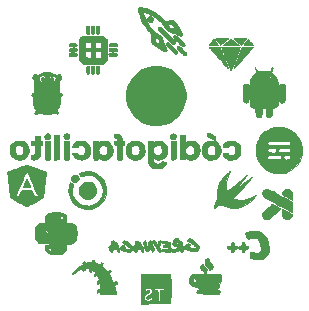
<source format=gbr>
G04 #@! TF.GenerationSoftware,KiCad,Pcbnew,5.1.5-52549c5~84~ubuntu18.04.1*
G04 #@! TF.CreationDate,2019-12-20T17:19:42-07:00*
G04 #@! TF.ProjectId,Tiny,54696e79-2e6b-4696-9361-645f70636258,rev?*
G04 #@! TF.SameCoordinates,Original*
G04 #@! TF.FileFunction,Soldermask,Bot*
G04 #@! TF.FilePolarity,Negative*
%FSLAX46Y46*%
G04 Gerber Fmt 4.6, Leading zero omitted, Abs format (unit mm)*
G04 Created by KiCad (PCBNEW 5.1.5-52549c5~84~ubuntu18.04.1) date 2019-12-20 17:19:42*
%MOMM*%
%LPD*%
G04 APERTURE LIST*
%ADD10C,0.010000*%
%ADD11C,0.100000*%
G04 APERTURE END LIST*
D10*
G36*
X143466458Y-68250465D02*
G01*
X143527783Y-68283479D01*
X143570896Y-68337907D01*
X143587374Y-68407116D01*
X143573991Y-68472981D01*
X143528147Y-68535006D01*
X143460723Y-68570677D01*
X143385431Y-68575158D01*
X143335374Y-68557137D01*
X143277637Y-68502372D01*
X143252304Y-68432074D01*
X143259915Y-68358353D01*
X143301004Y-68293322D01*
X143322874Y-68275219D01*
X143395347Y-68245500D01*
X143466458Y-68250465D01*
G37*
X143466458Y-68250465D02*
X143527783Y-68283479D01*
X143570896Y-68337907D01*
X143587374Y-68407116D01*
X143573991Y-68472981D01*
X143528147Y-68535006D01*
X143460723Y-68570677D01*
X143385431Y-68575158D01*
X143335374Y-68557137D01*
X143277637Y-68502372D01*
X143252304Y-68432074D01*
X143259915Y-68358353D01*
X143301004Y-68293322D01*
X143322874Y-68275219D01*
X143395347Y-68245500D01*
X143466458Y-68250465D01*
G36*
X144233793Y-68268834D02*
G01*
X144286249Y-68317926D01*
X144312924Y-68388416D01*
X144314333Y-68410667D01*
X144295769Y-68481737D01*
X144248021Y-68540790D01*
X144183010Y-68575548D01*
X144149922Y-68580000D01*
X144082058Y-68560057D01*
X144032543Y-68520633D01*
X143985724Y-68448449D01*
X143980099Y-68375482D01*
X144015762Y-68306110D01*
X144027621Y-68293288D01*
X144093893Y-68252181D01*
X144166146Y-68245474D01*
X144233793Y-68268834D01*
G37*
X144233793Y-68268834D02*
X144286249Y-68317926D01*
X144312924Y-68388416D01*
X144314333Y-68410667D01*
X144295769Y-68481737D01*
X144248021Y-68540790D01*
X144183010Y-68575548D01*
X144149922Y-68580000D01*
X144082058Y-68560057D01*
X144032543Y-68520633D01*
X143985724Y-68448449D01*
X143980099Y-68375482D01*
X144015762Y-68306110D01*
X144027621Y-68293288D01*
X144093893Y-68252181D01*
X144166146Y-68245474D01*
X144233793Y-68268834D01*
G36*
X142055239Y-76854109D02*
G01*
X142060037Y-76858740D01*
X142079449Y-76890102D01*
X142109953Y-76952014D01*
X142147861Y-77035619D01*
X142189485Y-77132064D01*
X142231137Y-77232492D01*
X142269132Y-77328049D01*
X142299780Y-77409880D01*
X142319396Y-77469129D01*
X142324667Y-77494234D01*
X142321707Y-77509992D01*
X142308461Y-77520874D01*
X142278379Y-77527773D01*
X142224911Y-77531581D01*
X142141505Y-77533192D01*
X142036514Y-77533500D01*
X141748362Y-77533500D01*
X141759191Y-77475292D01*
X141772926Y-77427720D01*
X141800213Y-77351795D01*
X141836932Y-77257631D01*
X141878964Y-77155342D01*
X141922190Y-77055044D01*
X141962490Y-76966852D01*
X141984429Y-76922240D01*
X142014732Y-76868315D01*
X142035976Y-76847585D01*
X142055239Y-76854109D01*
G37*
X142055239Y-76854109D02*
X142060037Y-76858740D01*
X142079449Y-76890102D01*
X142109953Y-76952014D01*
X142147861Y-77035619D01*
X142189485Y-77132064D01*
X142231137Y-77232492D01*
X142269132Y-77328049D01*
X142299780Y-77409880D01*
X142319396Y-77469129D01*
X142324667Y-77494234D01*
X142321707Y-77509992D01*
X142308461Y-77520874D01*
X142278379Y-77527773D01*
X142224911Y-77531581D01*
X142141505Y-77533192D01*
X142036514Y-77533500D01*
X141748362Y-77533500D01*
X141759191Y-77475292D01*
X141772926Y-77427720D01*
X141800213Y-77351795D01*
X141836932Y-77257631D01*
X141878964Y-77155342D01*
X141922190Y-77055044D01*
X141962490Y-76966852D01*
X141984429Y-76922240D01*
X142014732Y-76868315D01*
X142035976Y-76847585D01*
X142055239Y-76854109D01*
G36*
X152545009Y-63081906D02*
G01*
X152593062Y-63103194D01*
X152646448Y-63148884D01*
X152655117Y-63157470D01*
X152720841Y-63235446D01*
X152750062Y-63305843D01*
X152745208Y-63377718D01*
X152726902Y-63425415D01*
X152683166Y-63489474D01*
X152621099Y-63547683D01*
X152553946Y-63589739D01*
X152495628Y-63605347D01*
X152450375Y-63594679D01*
X152391489Y-63568819D01*
X152376721Y-63560670D01*
X152291156Y-63490002D01*
X152242213Y-63399831D01*
X152230667Y-63319619D01*
X152237696Y-63263286D01*
X152264140Y-63213213D01*
X152312843Y-63158843D01*
X152368473Y-63108776D01*
X152415756Y-63084179D01*
X152471943Y-63076802D01*
X152484667Y-63076667D01*
X152545009Y-63081906D01*
G37*
X152545009Y-63081906D02*
X152593062Y-63103194D01*
X152646448Y-63148884D01*
X152655117Y-63157470D01*
X152720841Y-63235446D01*
X152750062Y-63305843D01*
X152745208Y-63377718D01*
X152726902Y-63425415D01*
X152683166Y-63489474D01*
X152621099Y-63547683D01*
X152553946Y-63589739D01*
X152495628Y-63605347D01*
X152450375Y-63594679D01*
X152391489Y-63568819D01*
X152376721Y-63560670D01*
X152291156Y-63490002D01*
X152242213Y-63399831D01*
X152230667Y-63319619D01*
X152237696Y-63263286D01*
X152264140Y-63213213D01*
X152312843Y-63158843D01*
X152368473Y-63108776D01*
X152415756Y-63084179D01*
X152471943Y-63076802D01*
X152484667Y-63076667D01*
X152545009Y-63081906D01*
G36*
X148102458Y-63907542D02*
G01*
X148139136Y-63927409D01*
X148163845Y-63967376D01*
X148178751Y-64033053D01*
X148186022Y-64130050D01*
X148187833Y-64254590D01*
X148187498Y-64363087D01*
X148185483Y-64437469D01*
X148180271Y-64485953D01*
X148170345Y-64516756D01*
X148154189Y-64538097D01*
X148132062Y-64556797D01*
X148077654Y-64592009D01*
X148033107Y-64595438D01*
X147981739Y-64566921D01*
X147966393Y-64555189D01*
X147908577Y-64509711D01*
X147915913Y-64240915D01*
X147920893Y-64113290D01*
X147929348Y-64022048D01*
X147943659Y-63961255D01*
X147966202Y-63924973D01*
X147999356Y-63907269D01*
X148045500Y-63902207D01*
X148051641Y-63902167D01*
X148102458Y-63907542D01*
G37*
X148102458Y-63907542D02*
X148139136Y-63927409D01*
X148163845Y-63967376D01*
X148178751Y-64033053D01*
X148186022Y-64130050D01*
X148187833Y-64254590D01*
X148187498Y-64363087D01*
X148185483Y-64437469D01*
X148180271Y-64485953D01*
X148170345Y-64516756D01*
X148154189Y-64538097D01*
X148132062Y-64556797D01*
X148077654Y-64592009D01*
X148033107Y-64595438D01*
X147981739Y-64566921D01*
X147966393Y-64555189D01*
X147908577Y-64509711D01*
X147915913Y-64240915D01*
X147920893Y-64113290D01*
X147929348Y-64022048D01*
X147943659Y-63961255D01*
X147966202Y-63924973D01*
X147999356Y-63907269D01*
X148045500Y-63902207D01*
X148051641Y-63902167D01*
X148102458Y-63907542D01*
G36*
X147678403Y-63903257D02*
G01*
X147715672Y-63926003D01*
X147740814Y-63970513D01*
X147755921Y-64042186D01*
X147763084Y-64146424D01*
X147764500Y-64252225D01*
X147764174Y-64361286D01*
X147762198Y-64436181D01*
X147757077Y-64485078D01*
X147747316Y-64516145D01*
X147731418Y-64537549D01*
X147708729Y-64556797D01*
X147662982Y-64587083D01*
X147628214Y-64600617D01*
X147626917Y-64600667D01*
X147593423Y-64588462D01*
X147547779Y-64558878D01*
X147545104Y-64556797D01*
X147521828Y-64536963D01*
X147506139Y-64515386D01*
X147496540Y-64483899D01*
X147491536Y-64434334D01*
X147489633Y-64358523D01*
X147489333Y-64252225D01*
X147491804Y-64119247D01*
X147500611Y-64022988D01*
X147517844Y-63958049D01*
X147545594Y-63919031D01*
X147585953Y-63900533D01*
X147626917Y-63896875D01*
X147678403Y-63903257D01*
G37*
X147678403Y-63903257D02*
X147715672Y-63926003D01*
X147740814Y-63970513D01*
X147755921Y-64042186D01*
X147763084Y-64146424D01*
X147764500Y-64252225D01*
X147764174Y-64361286D01*
X147762198Y-64436181D01*
X147757077Y-64485078D01*
X147747316Y-64516145D01*
X147731418Y-64537549D01*
X147708729Y-64556797D01*
X147662982Y-64587083D01*
X147628214Y-64600617D01*
X147626917Y-64600667D01*
X147593423Y-64588462D01*
X147547779Y-64558878D01*
X147545104Y-64556797D01*
X147521828Y-64536963D01*
X147506139Y-64515386D01*
X147496540Y-64483899D01*
X147491536Y-64434334D01*
X147489633Y-64358523D01*
X147489333Y-64252225D01*
X147491804Y-64119247D01*
X147500611Y-64022988D01*
X147517844Y-63958049D01*
X147545594Y-63919031D01*
X147585953Y-63900533D01*
X147626917Y-63896875D01*
X147678403Y-63903257D01*
G36*
X147260912Y-63897137D02*
G01*
X147273951Y-63899242D01*
X147310650Y-63915015D01*
X147336801Y-63951284D01*
X147353834Y-64013379D01*
X147363177Y-64106626D01*
X147366258Y-64236354D01*
X147366273Y-64243561D01*
X147362577Y-64380057D01*
X147349881Y-64479365D01*
X147326388Y-64546014D01*
X147290299Y-64584532D01*
X147239817Y-64599447D01*
X147224750Y-64600018D01*
X147177855Y-64592680D01*
X147159127Y-64584467D01*
X147126356Y-64550361D01*
X147103990Y-64495225D01*
X147090670Y-64412855D01*
X147085035Y-64297049D01*
X147084627Y-64244570D01*
X147087346Y-64109248D01*
X147097247Y-64011247D01*
X147116941Y-63945800D01*
X147149041Y-63908144D01*
X147196161Y-63893511D01*
X147260912Y-63897137D01*
G37*
X147260912Y-63897137D02*
X147273951Y-63899242D01*
X147310650Y-63915015D01*
X147336801Y-63951284D01*
X147353834Y-64013379D01*
X147363177Y-64106626D01*
X147366258Y-64236354D01*
X147366273Y-64243561D01*
X147362577Y-64380057D01*
X147349881Y-64479365D01*
X147326388Y-64546014D01*
X147290299Y-64584532D01*
X147239817Y-64599447D01*
X147224750Y-64600018D01*
X147177855Y-64592680D01*
X147159127Y-64584467D01*
X147126356Y-64550361D01*
X147103990Y-64495225D01*
X147090670Y-64412855D01*
X147085035Y-64297049D01*
X147084627Y-64244570D01*
X147087346Y-64109248D01*
X147097247Y-64011247D01*
X147116941Y-63945800D01*
X147149041Y-63908144D01*
X147196161Y-63893511D01*
X147260912Y-63897137D01*
G36*
X153327424Y-63994399D02*
G01*
X153350338Y-64000780D01*
X153377772Y-64014712D01*
X153412735Y-64038922D01*
X153458234Y-64076136D01*
X153517277Y-64129080D01*
X153592872Y-64200482D01*
X153688027Y-64293067D01*
X153805750Y-64409563D01*
X153949048Y-64552696D01*
X154003203Y-64606984D01*
X154153300Y-64757757D01*
X154276076Y-64881773D01*
X154374252Y-64982098D01*
X154450550Y-65061799D01*
X154507693Y-65123946D01*
X154548400Y-65171604D01*
X154575395Y-65207841D01*
X154591397Y-65235725D01*
X154599130Y-65258324D01*
X154601315Y-65278704D01*
X154601333Y-65281127D01*
X154582785Y-65360627D01*
X154531997Y-65417867D01*
X154456251Y-65445751D01*
X154430722Y-65447333D01*
X154410777Y-65445490D01*
X154388621Y-65438160D01*
X154361237Y-65422642D01*
X154325606Y-65396236D01*
X154278711Y-65356241D01*
X154217533Y-65299956D01*
X154139055Y-65224681D01*
X154040258Y-65127715D01*
X153918124Y-65006357D01*
X153769636Y-64857906D01*
X153749461Y-64837701D01*
X153597179Y-64684902D01*
X153472347Y-64558864D01*
X153372289Y-64456608D01*
X153294331Y-64375150D01*
X153235798Y-64311512D01*
X153194014Y-64262711D01*
X153166306Y-64225766D01*
X153149999Y-64197697D01*
X153142416Y-64175522D01*
X153140833Y-64159405D01*
X153161368Y-64080568D01*
X153195305Y-64036271D01*
X153241743Y-63999395D01*
X153290394Y-63990231D01*
X153327424Y-63994399D01*
G37*
X153327424Y-63994399D02*
X153350338Y-64000780D01*
X153377772Y-64014712D01*
X153412735Y-64038922D01*
X153458234Y-64076136D01*
X153517277Y-64129080D01*
X153592872Y-64200482D01*
X153688027Y-64293067D01*
X153805750Y-64409563D01*
X153949048Y-64552696D01*
X154003203Y-64606984D01*
X154153300Y-64757757D01*
X154276076Y-64881773D01*
X154374252Y-64982098D01*
X154450550Y-65061799D01*
X154507693Y-65123946D01*
X154548400Y-65171604D01*
X154575395Y-65207841D01*
X154591397Y-65235725D01*
X154599130Y-65258324D01*
X154601315Y-65278704D01*
X154601333Y-65281127D01*
X154582785Y-65360627D01*
X154531997Y-65417867D01*
X154456251Y-65445751D01*
X154430722Y-65447333D01*
X154410777Y-65445490D01*
X154388621Y-65438160D01*
X154361237Y-65422642D01*
X154325606Y-65396236D01*
X154278711Y-65356241D01*
X154217533Y-65299956D01*
X154139055Y-65224681D01*
X154040258Y-65127715D01*
X153918124Y-65006357D01*
X153769636Y-64857906D01*
X153749461Y-64837701D01*
X153597179Y-64684902D01*
X153472347Y-64558864D01*
X153372289Y-64456608D01*
X153294331Y-64375150D01*
X153235798Y-64311512D01*
X153194014Y-64262711D01*
X153166306Y-64225766D01*
X153149999Y-64197697D01*
X153142416Y-64175522D01*
X153140833Y-64159405D01*
X153161368Y-64080568D01*
X153195305Y-64036271D01*
X153241743Y-63999395D01*
X153290394Y-63990231D01*
X153327424Y-63994399D01*
G36*
X160265958Y-64960955D02*
G01*
X160400595Y-64962448D01*
X160500581Y-64965164D01*
X160569755Y-64969293D01*
X160611952Y-64975022D01*
X160631012Y-64982539D01*
X160633066Y-64986958D01*
X160620008Y-65012140D01*
X160585286Y-65062300D01*
X160534684Y-65130191D01*
X160473985Y-65208561D01*
X160408973Y-65290160D01*
X160345433Y-65367740D01*
X160289147Y-65434050D01*
X160245899Y-65481840D01*
X160221474Y-65503861D01*
X160220287Y-65504367D01*
X160197775Y-65493745D01*
X160148259Y-65459998D01*
X160077190Y-65407183D01*
X159990021Y-65339355D01*
X159892203Y-65260570D01*
X159888365Y-65257428D01*
X159790391Y-65176623D01*
X159703729Y-65104126D01*
X159633740Y-65044504D01*
X159585785Y-65002325D01*
X159565223Y-64982156D01*
X159565120Y-64981996D01*
X159581039Y-64974421D01*
X159639186Y-64968486D01*
X159739577Y-64964190D01*
X159882233Y-64961532D01*
X160067169Y-64960512D01*
X160092834Y-64960500D01*
X160265958Y-64960955D01*
G37*
X160265958Y-64960955D02*
X160400595Y-64962448D01*
X160500581Y-64965164D01*
X160569755Y-64969293D01*
X160611952Y-64975022D01*
X160631012Y-64982539D01*
X160633066Y-64986958D01*
X160620008Y-65012140D01*
X160585286Y-65062300D01*
X160534684Y-65130191D01*
X160473985Y-65208561D01*
X160408973Y-65290160D01*
X160345433Y-65367740D01*
X160289147Y-65434050D01*
X160245899Y-65481840D01*
X160221474Y-65503861D01*
X160220287Y-65504367D01*
X160197775Y-65493745D01*
X160148259Y-65459998D01*
X160077190Y-65407183D01*
X159990021Y-65339355D01*
X159892203Y-65260570D01*
X159888365Y-65257428D01*
X159790391Y-65176623D01*
X159703729Y-65104126D01*
X159633740Y-65044504D01*
X159585785Y-65002325D01*
X159565223Y-64982156D01*
X159565120Y-64981996D01*
X159581039Y-64974421D01*
X159639186Y-64968486D01*
X159739577Y-64964190D01*
X159882233Y-64961532D01*
X160067169Y-64960512D01*
X160092834Y-64960500D01*
X160265958Y-64960955D01*
G36*
X158731779Y-64960950D02*
G01*
X158863780Y-64962427D01*
X158961080Y-64965122D01*
X159027490Y-64969227D01*
X159066822Y-64974932D01*
X159082887Y-64982429D01*
X159083464Y-64986691D01*
X159065169Y-65007511D01*
X159020245Y-65049174D01*
X158954965Y-65106485D01*
X158875605Y-65174246D01*
X158788438Y-65247260D01*
X158699740Y-65320330D01*
X158615784Y-65388259D01*
X158542845Y-65445850D01*
X158487198Y-65487906D01*
X158455117Y-65509229D01*
X158450662Y-65510833D01*
X158432151Y-65495159D01*
X158392436Y-65451956D01*
X158336503Y-65386952D01*
X158269340Y-65305875D01*
X158231951Y-65259660D01*
X158161831Y-65170800D01*
X158102314Y-65092506D01*
X158058036Y-65031105D01*
X158033633Y-64992925D01*
X158030333Y-64984493D01*
X158044387Y-64976414D01*
X158088300Y-64970128D01*
X158164702Y-64965516D01*
X158276222Y-64962461D01*
X158425490Y-64960842D01*
X158561264Y-64960500D01*
X158731779Y-64960950D01*
G37*
X158731779Y-64960950D02*
X158863780Y-64962427D01*
X158961080Y-64965122D01*
X159027490Y-64969227D01*
X159066822Y-64974932D01*
X159082887Y-64982429D01*
X159083464Y-64986691D01*
X159065169Y-65007511D01*
X159020245Y-65049174D01*
X158954965Y-65106485D01*
X158875605Y-65174246D01*
X158788438Y-65247260D01*
X158699740Y-65320330D01*
X158615784Y-65388259D01*
X158542845Y-65445850D01*
X158487198Y-65487906D01*
X158455117Y-65509229D01*
X158450662Y-65510833D01*
X158432151Y-65495159D01*
X158392436Y-65451956D01*
X158336503Y-65386952D01*
X158269340Y-65305875D01*
X158231951Y-65259660D01*
X158161831Y-65170800D01*
X158102314Y-65092506D01*
X158058036Y-65031105D01*
X158033633Y-64992925D01*
X158030333Y-64984493D01*
X158044387Y-64976414D01*
X158088300Y-64970128D01*
X158164702Y-64965516D01*
X158276222Y-64962461D01*
X158425490Y-64960842D01*
X158561264Y-64960500D01*
X158731779Y-64960950D01*
G36*
X160821787Y-65050343D02*
G01*
X160861701Y-65093704D01*
X160917319Y-65158790D01*
X160983537Y-65239723D01*
X161014051Y-65278000D01*
X161206617Y-65521417D01*
X161116017Y-65535723D01*
X161053912Y-65541897D01*
X160964803Y-65546166D01*
X160858990Y-65548545D01*
X160746772Y-65549051D01*
X160638450Y-65547699D01*
X160544322Y-65544505D01*
X160474690Y-65539485D01*
X160445292Y-65534690D01*
X160426809Y-65527634D01*
X160419304Y-65515852D01*
X160425701Y-65494118D01*
X160448922Y-65457206D01*
X160491890Y-65399889D01*
X160557526Y-65316941D01*
X160589104Y-65277508D01*
X160658989Y-65191858D01*
X160720386Y-65119447D01*
X160768163Y-65066113D01*
X160797188Y-65037692D01*
X160802679Y-65034583D01*
X160821787Y-65050343D01*
G37*
X160821787Y-65050343D02*
X160861701Y-65093704D01*
X160917319Y-65158790D01*
X160983537Y-65239723D01*
X161014051Y-65278000D01*
X161206617Y-65521417D01*
X161116017Y-65535723D01*
X161053912Y-65541897D01*
X160964803Y-65546166D01*
X160858990Y-65548545D01*
X160746772Y-65549051D01*
X160638450Y-65547699D01*
X160544322Y-65544505D01*
X160474690Y-65539485D01*
X160445292Y-65534690D01*
X160426809Y-65527634D01*
X160419304Y-65515852D01*
X160425701Y-65494118D01*
X160448922Y-65457206D01*
X160491890Y-65399889D01*
X160557526Y-65316941D01*
X160589104Y-65277508D01*
X160658989Y-65191858D01*
X160720386Y-65119447D01*
X160768163Y-65066113D01*
X160797188Y-65037692D01*
X160802679Y-65034583D01*
X160821787Y-65050343D01*
G36*
X159354529Y-65010458D02*
G01*
X159391910Y-65034650D01*
X159449890Y-65077387D01*
X159531029Y-65140647D01*
X159637890Y-65226407D01*
X159773035Y-65336644D01*
X159856190Y-65405000D01*
X159997528Y-65521417D01*
X159897639Y-65533398D01*
X159841830Y-65537575D01*
X159755042Y-65540982D01*
X159644158Y-65543618D01*
X159516061Y-65545479D01*
X159377635Y-65546564D01*
X159235765Y-65546869D01*
X159097334Y-65546393D01*
X158969226Y-65545131D01*
X158858324Y-65543083D01*
X158771513Y-65540246D01*
X158715676Y-65536616D01*
X158699264Y-65533836D01*
X158690508Y-65524330D01*
X158698431Y-65505761D01*
X158726347Y-65474950D01*
X158777574Y-65428716D01*
X158855426Y-65363878D01*
X158963221Y-65277255D01*
X158983978Y-65260757D01*
X159085487Y-65181190D01*
X159176753Y-65111584D01*
X159252266Y-65055988D01*
X159306515Y-65018447D01*
X159333989Y-65003009D01*
X159335184Y-65002833D01*
X159354529Y-65010458D01*
G37*
X159354529Y-65010458D02*
X159391910Y-65034650D01*
X159449890Y-65077387D01*
X159531029Y-65140647D01*
X159637890Y-65226407D01*
X159773035Y-65336644D01*
X159856190Y-65405000D01*
X159997528Y-65521417D01*
X159897639Y-65533398D01*
X159841830Y-65537575D01*
X159755042Y-65540982D01*
X159644158Y-65543618D01*
X159516061Y-65545479D01*
X159377635Y-65546564D01*
X159235765Y-65546869D01*
X159097334Y-65546393D01*
X158969226Y-65545131D01*
X158858324Y-65543083D01*
X158771513Y-65540246D01*
X158715676Y-65536616D01*
X158699264Y-65533836D01*
X158690508Y-65524330D01*
X158698431Y-65505761D01*
X158726347Y-65474950D01*
X158777574Y-65428716D01*
X158855426Y-65363878D01*
X158963221Y-65277255D01*
X158983978Y-65260757D01*
X159085487Y-65181190D01*
X159176753Y-65111584D01*
X159252266Y-65055988D01*
X159306515Y-65018447D01*
X159333989Y-65003009D01*
X159335184Y-65002833D01*
X159354529Y-65010458D01*
G36*
X157874410Y-65040687D02*
G01*
X157913396Y-65084097D01*
X157968638Y-65149189D01*
X158035172Y-65230173D01*
X158070032Y-65273456D01*
X158268481Y-65521417D01*
X158207615Y-65534787D01*
X158164025Y-65539786D01*
X158088165Y-65543935D01*
X157990095Y-65546845D01*
X157879875Y-65548129D01*
X157861000Y-65548158D01*
X157750059Y-65547185D01*
X157649906Y-65544525D01*
X157570486Y-65540563D01*
X157521745Y-65535688D01*
X157517186Y-65534787D01*
X157459123Y-65521417D01*
X157650418Y-65272708D01*
X157718503Y-65185478D01*
X157777964Y-65111720D01*
X157823918Y-65057305D01*
X157851486Y-65028100D01*
X157856648Y-65024748D01*
X157874410Y-65040687D01*
G37*
X157874410Y-65040687D02*
X157913396Y-65084097D01*
X157968638Y-65149189D01*
X158035172Y-65230173D01*
X158070032Y-65273456D01*
X158268481Y-65521417D01*
X158207615Y-65534787D01*
X158164025Y-65539786D01*
X158088165Y-65543935D01*
X157990095Y-65546845D01*
X157879875Y-65548129D01*
X157861000Y-65548158D01*
X157750059Y-65547185D01*
X157649906Y-65544525D01*
X157570486Y-65540563D01*
X157521745Y-65535688D01*
X157517186Y-65534787D01*
X157459123Y-65521417D01*
X157650418Y-65272708D01*
X157718503Y-65185478D01*
X157777964Y-65111720D01*
X157823918Y-65057305D01*
X157851486Y-65028100D01*
X157856648Y-65024748D01*
X157874410Y-65040687D01*
G36*
X154635411Y-64680264D02*
G01*
X154705876Y-64726915D01*
X154797242Y-64801656D01*
X154906714Y-64902025D01*
X155031494Y-65025557D01*
X155168786Y-65169790D01*
X155194978Y-65198159D01*
X155296106Y-65311349D01*
X155369180Y-65400183D01*
X155413104Y-65463245D01*
X155426833Y-65497806D01*
X155407685Y-65561466D01*
X155357993Y-65611137D01*
X155289388Y-65636494D01*
X155269066Y-65637833D01*
X155240222Y-65634767D01*
X155209176Y-65622943D01*
X155170795Y-65598425D01*
X155119947Y-65557274D01*
X155051498Y-65495555D01*
X154960316Y-65409329D01*
X154917224Y-65367958D01*
X154754449Y-65208169D01*
X154624727Y-65073966D01*
X154528138Y-64965442D01*
X154464765Y-64882691D01*
X154434689Y-64825806D01*
X154432000Y-64810272D01*
X154449861Y-64758840D01*
X154493830Y-64708633D01*
X154549484Y-64673106D01*
X154588645Y-64664167D01*
X154635411Y-64680264D01*
G37*
X154635411Y-64680264D02*
X154705876Y-64726915D01*
X154797242Y-64801656D01*
X154906714Y-64902025D01*
X155031494Y-65025557D01*
X155168786Y-65169790D01*
X155194978Y-65198159D01*
X155296106Y-65311349D01*
X155369180Y-65400183D01*
X155413104Y-65463245D01*
X155426833Y-65497806D01*
X155407685Y-65561466D01*
X155357993Y-65611137D01*
X155289388Y-65636494D01*
X155269066Y-65637833D01*
X155240222Y-65634767D01*
X155209176Y-65622943D01*
X155170795Y-65598425D01*
X155119947Y-65557274D01*
X155051498Y-65495555D01*
X154960316Y-65409329D01*
X154917224Y-65367958D01*
X154754449Y-65208169D01*
X154624727Y-65073966D01*
X154528138Y-64965442D01*
X154464765Y-64882691D01*
X154434689Y-64825806D01*
X154432000Y-64810272D01*
X154449861Y-64758840D01*
X154493830Y-64708633D01*
X154549484Y-64673106D01*
X154588645Y-64664167D01*
X154635411Y-64680264D01*
G36*
X149394934Y-65370050D02*
G01*
X149412905Y-65371107D01*
X149524317Y-65382354D01*
X149599648Y-65402090D01*
X149644864Y-65433872D01*
X149665928Y-65481259D01*
X149669500Y-65524154D01*
X149660836Y-65576453D01*
X149631556Y-65614030D01*
X149576727Y-65638807D01*
X149491414Y-65652702D01*
X149370685Y-65657639D01*
X149326593Y-65657658D01*
X149229671Y-65655264D01*
X149144464Y-65649899D01*
X149082583Y-65642463D01*
X149060650Y-65637060D01*
X149017635Y-65603459D01*
X148990811Y-65560185D01*
X148980384Y-65509446D01*
X148998420Y-65463854D01*
X149009111Y-65448717D01*
X149059544Y-65406315D01*
X149138065Y-65379569D01*
X149248564Y-65367730D01*
X149394934Y-65370050D01*
G37*
X149394934Y-65370050D02*
X149412905Y-65371107D01*
X149524317Y-65382354D01*
X149599648Y-65402090D01*
X149644864Y-65433872D01*
X149665928Y-65481259D01*
X149669500Y-65524154D01*
X149660836Y-65576453D01*
X149631556Y-65614030D01*
X149576727Y-65638807D01*
X149491414Y-65652702D01*
X149370685Y-65657639D01*
X149326593Y-65657658D01*
X149229671Y-65655264D01*
X149144464Y-65649899D01*
X149082583Y-65642463D01*
X149060650Y-65637060D01*
X149017635Y-65603459D01*
X148990811Y-65560185D01*
X148980384Y-65509446D01*
X148998420Y-65463854D01*
X149009111Y-65448717D01*
X149059544Y-65406315D01*
X149138065Y-65379569D01*
X149248564Y-65367730D01*
X149394934Y-65370050D01*
G36*
X146086054Y-65371051D02*
G01*
X146181877Y-65388698D01*
X146248478Y-65416060D01*
X146263407Y-65427907D01*
X146299348Y-65488718D01*
X146295679Y-65552908D01*
X146253159Y-65611113D01*
X146248229Y-65615130D01*
X146218519Y-65634710D01*
X146182865Y-65647443D01*
X146132002Y-65654706D01*
X146056664Y-65657875D01*
X145957187Y-65658356D01*
X145851439Y-65655911D01*
X145762868Y-65649744D01*
X145700967Y-65640700D01*
X145679583Y-65633707D01*
X145628547Y-65593827D01*
X145607965Y-65541204D01*
X145605824Y-65506029D01*
X145621196Y-65450212D01*
X145669884Y-65409515D01*
X145754666Y-65382346D01*
X145843153Y-65369931D01*
X145970111Y-65364377D01*
X146086054Y-65371051D01*
G37*
X146086054Y-65371051D02*
X146181877Y-65388698D01*
X146248478Y-65416060D01*
X146263407Y-65427907D01*
X146299348Y-65488718D01*
X146295679Y-65552908D01*
X146253159Y-65611113D01*
X146248229Y-65615130D01*
X146218519Y-65634710D01*
X146182865Y-65647443D01*
X146132002Y-65654706D01*
X146056664Y-65657875D01*
X145957187Y-65658356D01*
X145851439Y-65655911D01*
X145762868Y-65649744D01*
X145700967Y-65640700D01*
X145679583Y-65633707D01*
X145628547Y-65593827D01*
X145607965Y-65541204D01*
X145605824Y-65506029D01*
X145621196Y-65450212D01*
X145669884Y-65409515D01*
X145754666Y-65382346D01*
X145843153Y-65369931D01*
X145970111Y-65364377D01*
X146086054Y-65371051D01*
G36*
X151733707Y-62326327D02*
G01*
X151865295Y-62357182D01*
X151870833Y-62358716D01*
X152113114Y-62430265D01*
X152323766Y-62502112D01*
X152513310Y-62578489D01*
X152692268Y-62663630D01*
X152867402Y-62759581D01*
X152961592Y-62818528D01*
X153071972Y-62894340D01*
X153189205Y-62979916D01*
X153303949Y-63068155D01*
X153406866Y-63151955D01*
X153488614Y-63224215D01*
X153521833Y-63257171D01*
X153586418Y-63319843D01*
X153658202Y-63381194D01*
X153679393Y-63397465D01*
X153762870Y-63459008D01*
X154400250Y-63433522D01*
X154512250Y-63499439D01*
X154580600Y-63547045D01*
X154638435Y-63600097D01*
X154664247Y-63633220D01*
X154706189Y-63700480D01*
X154749369Y-63764583D01*
X154784309Y-63815906D01*
X154830833Y-63886997D01*
X154874204Y-63955083D01*
X154923095Y-64032867D01*
X154983843Y-64129357D01*
X155045692Y-64227473D01*
X155065068Y-64258178D01*
X155143532Y-64388308D01*
X155195854Y-64490735D01*
X155223072Y-64570209D01*
X155226229Y-64631478D01*
X155206364Y-64679293D01*
X155165705Y-64717577D01*
X155129272Y-64738088D01*
X155090708Y-64745282D01*
X155042183Y-64737447D01*
X154975868Y-64712875D01*
X154883934Y-64669855D01*
X154834528Y-64645235D01*
X154717657Y-64590424D01*
X154583860Y-64534128D01*
X154444302Y-64480466D01*
X154310149Y-64433556D01*
X154192566Y-64397518D01*
X154109024Y-64377580D01*
X154053729Y-64363083D01*
X154004135Y-64337881D01*
X153954481Y-64296508D01*
X153899011Y-64233494D01*
X153831964Y-64143373D01*
X153773629Y-64059130D01*
X153603543Y-63833167D01*
X153596277Y-63825012D01*
X154024565Y-63825012D01*
X154043691Y-63863422D01*
X154069507Y-63905147D01*
X154136665Y-63995042D01*
X154206428Y-64051384D01*
X154289274Y-64082211D01*
X154304271Y-64085281D01*
X154376681Y-64103551D01*
X154442583Y-64126889D01*
X154512854Y-64150504D01*
X154560747Y-64152312D01*
X154579650Y-64132177D01*
X154579714Y-64129708D01*
X154567435Y-64095249D01*
X154536082Y-64038495D01*
X154492869Y-63970100D01*
X154445007Y-63900720D01*
X154399708Y-63841013D01*
X154364185Y-63801633D01*
X154351501Y-63792529D01*
X154304219Y-63783301D01*
X154232210Y-63778949D01*
X154152798Y-63779448D01*
X154083306Y-63784773D01*
X154045256Y-63792965D01*
X154025801Y-63804830D01*
X154024565Y-63825012D01*
X153596277Y-63825012D01*
X153406002Y-63611482D01*
X153190718Y-63403537D01*
X152967406Y-63218791D01*
X152770268Y-63081855D01*
X152676727Y-63027766D01*
X152563595Y-62969513D01*
X152438728Y-62910397D01*
X152309985Y-62853721D01*
X152185220Y-62802788D01*
X152072292Y-62760900D01*
X151979056Y-62731361D01*
X151913369Y-62717473D01*
X151901929Y-62716833D01*
X151880834Y-62723091D01*
X151873179Y-62746022D01*
X151879539Y-62791864D01*
X151900489Y-62866852D01*
X151921858Y-62933138D01*
X152058601Y-63280870D01*
X152230676Y-63605452D01*
X152437481Y-63906112D01*
X152678412Y-64182081D01*
X152952867Y-64432588D01*
X153260245Y-64656861D01*
X153278417Y-64668627D01*
X153352095Y-64718151D01*
X153414910Y-64764189D01*
X153455634Y-64798411D01*
X153460939Y-64804019D01*
X153480148Y-64839750D01*
X153506419Y-64906599D01*
X153536166Y-64994708D01*
X153563360Y-65085504D01*
X153591578Y-65183453D01*
X153617178Y-65268435D01*
X153637226Y-65330955D01*
X153648343Y-65360670D01*
X153707825Y-65481447D01*
X153764404Y-65600231D01*
X153815078Y-65710325D01*
X153856848Y-65805030D01*
X153886713Y-65877648D01*
X153901674Y-65921480D01*
X153902833Y-65928825D01*
X153884683Y-65997320D01*
X153833676Y-66042840D01*
X153754979Y-66061020D01*
X153746184Y-66061167D01*
X153698244Y-66057053D01*
X153647233Y-66042126D01*
X153584195Y-66012503D01*
X153500175Y-65964301D01*
X153445759Y-65930942D01*
X153261633Y-65816374D01*
X153110058Y-65721346D01*
X152987492Y-65643273D01*
X152890393Y-65579570D01*
X152815218Y-65527655D01*
X152758426Y-65484942D01*
X152716474Y-65448849D01*
X152685820Y-65416790D01*
X152662923Y-65386183D01*
X152644240Y-65354442D01*
X152637319Y-65341174D01*
X152618732Y-65302304D01*
X152605994Y-65265447D01*
X152598368Y-65222307D01*
X152595120Y-65164588D01*
X152595511Y-65083991D01*
X152596831Y-65039211D01*
X152929491Y-65039211D01*
X152932071Y-65116135D01*
X152938507Y-65177795D01*
X152947017Y-65209858D01*
X152974083Y-65235807D01*
X153026280Y-65274636D01*
X153092909Y-65319529D01*
X153163277Y-65363670D01*
X153226688Y-65400241D01*
X153272445Y-65422425D01*
X153286176Y-65426024D01*
X153306080Y-65410300D01*
X153303387Y-65378542D01*
X153279777Y-65289773D01*
X153252546Y-65198323D01*
X153225214Y-65114892D01*
X153201300Y-65050182D01*
X153184324Y-65014894D01*
X153183402Y-65013700D01*
X153140386Y-64973182D01*
X153083162Y-64932832D01*
X153024710Y-64900279D01*
X152978011Y-64883152D01*
X152961487Y-64883269D01*
X152943148Y-64901491D01*
X152933055Y-64943894D01*
X152929546Y-65018576D01*
X152929491Y-65039211D01*
X152596831Y-65039211D01*
X152598808Y-64972221D01*
X152600458Y-64925677D01*
X152612027Y-64605104D01*
X152535633Y-64512927D01*
X152480321Y-64448401D01*
X152411448Y-64371071D01*
X152350106Y-64304333D01*
X152125392Y-64036469D01*
X151927659Y-63743112D01*
X151761641Y-63432350D01*
X151632070Y-63112269D01*
X151606728Y-63034333D01*
X151553321Y-62858048D01*
X151513588Y-62716891D01*
X151486864Y-62606158D01*
X151472485Y-62521145D01*
X151469785Y-62457149D01*
X151478100Y-62409466D01*
X151496766Y-62373393D01*
X151511000Y-62357000D01*
X151561442Y-62326260D01*
X151634050Y-62316028D01*
X151733707Y-62326327D01*
G37*
X151733707Y-62326327D02*
X151865295Y-62357182D01*
X151870833Y-62358716D01*
X152113114Y-62430265D01*
X152323766Y-62502112D01*
X152513310Y-62578489D01*
X152692268Y-62663630D01*
X152867402Y-62759581D01*
X152961592Y-62818528D01*
X153071972Y-62894340D01*
X153189205Y-62979916D01*
X153303949Y-63068155D01*
X153406866Y-63151955D01*
X153488614Y-63224215D01*
X153521833Y-63257171D01*
X153586418Y-63319843D01*
X153658202Y-63381194D01*
X153679393Y-63397465D01*
X153762870Y-63459008D01*
X154400250Y-63433522D01*
X154512250Y-63499439D01*
X154580600Y-63547045D01*
X154638435Y-63600097D01*
X154664247Y-63633220D01*
X154706189Y-63700480D01*
X154749369Y-63764583D01*
X154784309Y-63815906D01*
X154830833Y-63886997D01*
X154874204Y-63955083D01*
X154923095Y-64032867D01*
X154983843Y-64129357D01*
X155045692Y-64227473D01*
X155065068Y-64258178D01*
X155143532Y-64388308D01*
X155195854Y-64490735D01*
X155223072Y-64570209D01*
X155226229Y-64631478D01*
X155206364Y-64679293D01*
X155165705Y-64717577D01*
X155129272Y-64738088D01*
X155090708Y-64745282D01*
X155042183Y-64737447D01*
X154975868Y-64712875D01*
X154883934Y-64669855D01*
X154834528Y-64645235D01*
X154717657Y-64590424D01*
X154583860Y-64534128D01*
X154444302Y-64480466D01*
X154310149Y-64433556D01*
X154192566Y-64397518D01*
X154109024Y-64377580D01*
X154053729Y-64363083D01*
X154004135Y-64337881D01*
X153954481Y-64296508D01*
X153899011Y-64233494D01*
X153831964Y-64143373D01*
X153773629Y-64059130D01*
X153603543Y-63833167D01*
X153596277Y-63825012D01*
X154024565Y-63825012D01*
X154043691Y-63863422D01*
X154069507Y-63905147D01*
X154136665Y-63995042D01*
X154206428Y-64051384D01*
X154289274Y-64082211D01*
X154304271Y-64085281D01*
X154376681Y-64103551D01*
X154442583Y-64126889D01*
X154512854Y-64150504D01*
X154560747Y-64152312D01*
X154579650Y-64132177D01*
X154579714Y-64129708D01*
X154567435Y-64095249D01*
X154536082Y-64038495D01*
X154492869Y-63970100D01*
X154445007Y-63900720D01*
X154399708Y-63841013D01*
X154364185Y-63801633D01*
X154351501Y-63792529D01*
X154304219Y-63783301D01*
X154232210Y-63778949D01*
X154152798Y-63779448D01*
X154083306Y-63784773D01*
X154045256Y-63792965D01*
X154025801Y-63804830D01*
X154024565Y-63825012D01*
X153596277Y-63825012D01*
X153406002Y-63611482D01*
X153190718Y-63403537D01*
X152967406Y-63218791D01*
X152770268Y-63081855D01*
X152676727Y-63027766D01*
X152563595Y-62969513D01*
X152438728Y-62910397D01*
X152309985Y-62853721D01*
X152185220Y-62802788D01*
X152072292Y-62760900D01*
X151979056Y-62731361D01*
X151913369Y-62717473D01*
X151901929Y-62716833D01*
X151880834Y-62723091D01*
X151873179Y-62746022D01*
X151879539Y-62791864D01*
X151900489Y-62866852D01*
X151921858Y-62933138D01*
X152058601Y-63280870D01*
X152230676Y-63605452D01*
X152437481Y-63906112D01*
X152678412Y-64182081D01*
X152952867Y-64432588D01*
X153260245Y-64656861D01*
X153278417Y-64668627D01*
X153352095Y-64718151D01*
X153414910Y-64764189D01*
X153455634Y-64798411D01*
X153460939Y-64804019D01*
X153480148Y-64839750D01*
X153506419Y-64906599D01*
X153536166Y-64994708D01*
X153563360Y-65085504D01*
X153591578Y-65183453D01*
X153617178Y-65268435D01*
X153637226Y-65330955D01*
X153648343Y-65360670D01*
X153707825Y-65481447D01*
X153764404Y-65600231D01*
X153815078Y-65710325D01*
X153856848Y-65805030D01*
X153886713Y-65877648D01*
X153901674Y-65921480D01*
X153902833Y-65928825D01*
X153884683Y-65997320D01*
X153833676Y-66042840D01*
X153754979Y-66061020D01*
X153746184Y-66061167D01*
X153698244Y-66057053D01*
X153647233Y-66042126D01*
X153584195Y-66012503D01*
X153500175Y-65964301D01*
X153445759Y-65930942D01*
X153261633Y-65816374D01*
X153110058Y-65721346D01*
X152987492Y-65643273D01*
X152890393Y-65579570D01*
X152815218Y-65527655D01*
X152758426Y-65484942D01*
X152716474Y-65448849D01*
X152685820Y-65416790D01*
X152662923Y-65386183D01*
X152644240Y-65354442D01*
X152637319Y-65341174D01*
X152618732Y-65302304D01*
X152605994Y-65265447D01*
X152598368Y-65222307D01*
X152595120Y-65164588D01*
X152595511Y-65083991D01*
X152596831Y-65039211D01*
X152929491Y-65039211D01*
X152932071Y-65116135D01*
X152938507Y-65177795D01*
X152947017Y-65209858D01*
X152974083Y-65235807D01*
X153026280Y-65274636D01*
X153092909Y-65319529D01*
X153163277Y-65363670D01*
X153226688Y-65400241D01*
X153272445Y-65422425D01*
X153286176Y-65426024D01*
X153306080Y-65410300D01*
X153303387Y-65378542D01*
X153279777Y-65289773D01*
X153252546Y-65198323D01*
X153225214Y-65114892D01*
X153201300Y-65050182D01*
X153184324Y-65014894D01*
X153183402Y-65013700D01*
X153140386Y-64973182D01*
X153083162Y-64932832D01*
X153024710Y-64900279D01*
X152978011Y-64883152D01*
X152961487Y-64883269D01*
X152943148Y-64901491D01*
X152933055Y-64943894D01*
X152929546Y-65018576D01*
X152929491Y-65039211D01*
X152596831Y-65039211D01*
X152598808Y-64972221D01*
X152600458Y-64925677D01*
X152612027Y-64605104D01*
X152535633Y-64512927D01*
X152480321Y-64448401D01*
X152411448Y-64371071D01*
X152350106Y-64304333D01*
X152125392Y-64036469D01*
X151927659Y-63743112D01*
X151761641Y-63432350D01*
X151632070Y-63112269D01*
X151606728Y-63034333D01*
X151553321Y-62858048D01*
X151513588Y-62716891D01*
X151486864Y-62606158D01*
X151472485Y-62521145D01*
X151469785Y-62457149D01*
X151478100Y-62409466D01*
X151496766Y-62373393D01*
X151511000Y-62357000D01*
X151561442Y-62326260D01*
X151634050Y-62316028D01*
X151733707Y-62326327D01*
G36*
X149451853Y-65808514D02*
G01*
X149544368Y-65814129D01*
X149606437Y-65826368D01*
X149643985Y-65847587D01*
X149662932Y-65880143D01*
X149669203Y-65926393D01*
X149669500Y-65945062D01*
X149663811Y-65997245D01*
X149642967Y-66034637D01*
X149601301Y-66059535D01*
X149533146Y-66074236D01*
X149432836Y-66081036D01*
X149330833Y-66082333D01*
X149213934Y-66080813D01*
X149131809Y-66075691D01*
X149076990Y-66066123D01*
X149042008Y-66051265D01*
X149039210Y-66049383D01*
X149006644Y-66004780D01*
X148991490Y-65940574D01*
X148995646Y-65875777D01*
X149017567Y-65832567D01*
X149051000Y-65820292D01*
X149123431Y-65812087D01*
X149236076Y-65807848D01*
X149322971Y-65807167D01*
X149451853Y-65808514D01*
G37*
X149451853Y-65808514D02*
X149544368Y-65814129D01*
X149606437Y-65826368D01*
X149643985Y-65847587D01*
X149662932Y-65880143D01*
X149669203Y-65926393D01*
X149669500Y-65945062D01*
X149663811Y-65997245D01*
X149642967Y-66034637D01*
X149601301Y-66059535D01*
X149533146Y-66074236D01*
X149432836Y-66081036D01*
X149330833Y-66082333D01*
X149213934Y-66080813D01*
X149131809Y-66075691D01*
X149076990Y-66066123D01*
X149042008Y-66051265D01*
X149039210Y-66049383D01*
X149006644Y-66004780D01*
X148991490Y-65940574D01*
X148995646Y-65875777D01*
X149017567Y-65832567D01*
X149051000Y-65820292D01*
X149123431Y-65812087D01*
X149236076Y-65807848D01*
X149322971Y-65807167D01*
X149451853Y-65808514D01*
G36*
X146055631Y-65806461D02*
G01*
X146144217Y-65812142D01*
X146209856Y-65820094D01*
X146240066Y-65828101D01*
X146282147Y-65870927D01*
X146295705Y-65929545D01*
X146283282Y-65990992D01*
X146247420Y-66042301D01*
X146192607Y-66070129D01*
X146113965Y-66080608D01*
X146011729Y-66086967D01*
X145904493Y-66088610D01*
X145810850Y-66084937D01*
X145791082Y-66083044D01*
X145692972Y-66059326D01*
X145631210Y-66014533D01*
X145606103Y-65948911D01*
X145605500Y-65934862D01*
X145612860Y-65884364D01*
X145638426Y-65848016D01*
X145687431Y-65823854D01*
X145765103Y-65809916D01*
X145876674Y-65804240D01*
X145954504Y-65803929D01*
X146055631Y-65806461D01*
G37*
X146055631Y-65806461D02*
X146144217Y-65812142D01*
X146209856Y-65820094D01*
X146240066Y-65828101D01*
X146282147Y-65870927D01*
X146295705Y-65929545D01*
X146283282Y-65990992D01*
X146247420Y-66042301D01*
X146192607Y-66070129D01*
X146113965Y-66080608D01*
X146011729Y-66086967D01*
X145904493Y-66088610D01*
X145810850Y-66084937D01*
X145791082Y-66083044D01*
X145692972Y-66059326D01*
X145631210Y-66014533D01*
X145606103Y-65948911D01*
X145605500Y-65934862D01*
X145612860Y-65884364D01*
X145638426Y-65848016D01*
X145687431Y-65823854D01*
X145765103Y-65809916D01*
X145876674Y-65804240D01*
X145954504Y-65803929D01*
X146055631Y-65806461D01*
G36*
X154009415Y-65288821D02*
G01*
X154035339Y-65306902D01*
X154086436Y-65350810D01*
X154158099Y-65416280D01*
X154245726Y-65499046D01*
X154344712Y-65594845D01*
X154421107Y-65670167D01*
X154536246Y-65784843D01*
X154624715Y-65874105D01*
X154690022Y-65942234D01*
X154735670Y-65993508D01*
X154765165Y-66032206D01*
X154782012Y-66062607D01*
X154789718Y-66088990D01*
X154791786Y-66115634D01*
X154791833Y-66122722D01*
X154783773Y-66189499D01*
X154755517Y-66231582D01*
X154744790Y-66239883D01*
X154711500Y-66260642D01*
X154679911Y-66271404D01*
X154645919Y-66269510D01*
X154605418Y-66252302D01*
X154554306Y-66217123D01*
X154488476Y-66161313D01*
X154403823Y-66082216D01*
X154296244Y-65977172D01*
X154215503Y-65897125D01*
X154111256Y-65792154D01*
X154017092Y-65694791D01*
X153937247Y-65609622D01*
X153875955Y-65541235D01*
X153837453Y-65494215D01*
X153825966Y-65475319D01*
X153822581Y-65416903D01*
X153828339Y-65385129D01*
X153860606Y-65340405D01*
X153916167Y-65304209D01*
X153976711Y-65286278D01*
X154009415Y-65288821D01*
G37*
X154009415Y-65288821D02*
X154035339Y-65306902D01*
X154086436Y-65350810D01*
X154158099Y-65416280D01*
X154245726Y-65499046D01*
X154344712Y-65594845D01*
X154421107Y-65670167D01*
X154536246Y-65784843D01*
X154624715Y-65874105D01*
X154690022Y-65942234D01*
X154735670Y-65993508D01*
X154765165Y-66032206D01*
X154782012Y-66062607D01*
X154789718Y-66088990D01*
X154791786Y-66115634D01*
X154791833Y-66122722D01*
X154783773Y-66189499D01*
X154755517Y-66231582D01*
X154744790Y-66239883D01*
X154711500Y-66260642D01*
X154679911Y-66271404D01*
X154645919Y-66269510D01*
X154605418Y-66252302D01*
X154554306Y-66217123D01*
X154488476Y-66161313D01*
X154403823Y-66082216D01*
X154296244Y-65977172D01*
X154215503Y-65897125D01*
X154111256Y-65792154D01*
X154017092Y-65694791D01*
X153937247Y-65609622D01*
X153875955Y-65541235D01*
X153837453Y-65494215D01*
X153825966Y-65475319D01*
X153822581Y-65416903D01*
X153828339Y-65385129D01*
X153860606Y-65340405D01*
X153916167Y-65304209D01*
X153976711Y-65286278D01*
X154009415Y-65288821D01*
G36*
X154922730Y-65598044D02*
G01*
X154953593Y-65608494D01*
X154990088Y-65631077D01*
X155037788Y-65670020D01*
X155102268Y-65729550D01*
X155189099Y-65813892D01*
X155219877Y-65844208D01*
X155307651Y-65932365D01*
X155387441Y-66015370D01*
X155453056Y-66086567D01*
X155498307Y-66139295D01*
X155513665Y-66160186D01*
X155541195Y-66232975D01*
X155537517Y-66302586D01*
X155504013Y-66354930D01*
X155446192Y-66381791D01*
X155375689Y-66389068D01*
X155331583Y-66379851D01*
X155303530Y-66359354D01*
X155251676Y-66313649D01*
X155181627Y-66247977D01*
X155098989Y-66167583D01*
X155019375Y-66087876D01*
X154922649Y-65989082D01*
X154852074Y-65914705D01*
X154803600Y-65859496D01*
X154773177Y-65818206D01*
X154756757Y-65785587D01*
X154750288Y-65756390D01*
X154749500Y-65738068D01*
X154763910Y-65660493D01*
X154807721Y-65613320D01*
X154881808Y-65595676D01*
X154891925Y-65595500D01*
X154922730Y-65598044D01*
G37*
X154922730Y-65598044D02*
X154953593Y-65608494D01*
X154990088Y-65631077D01*
X155037788Y-65670020D01*
X155102268Y-65729550D01*
X155189099Y-65813892D01*
X155219877Y-65844208D01*
X155307651Y-65932365D01*
X155387441Y-66015370D01*
X155453056Y-66086567D01*
X155498307Y-66139295D01*
X155513665Y-66160186D01*
X155541195Y-66232975D01*
X155537517Y-66302586D01*
X155504013Y-66354930D01*
X155446192Y-66381791D01*
X155375689Y-66389068D01*
X155331583Y-66379851D01*
X155303530Y-66359354D01*
X155251676Y-66313649D01*
X155181627Y-66247977D01*
X155098989Y-66167583D01*
X155019375Y-66087876D01*
X154922649Y-65989082D01*
X154852074Y-65914705D01*
X154803600Y-65859496D01*
X154773177Y-65818206D01*
X154756757Y-65785587D01*
X154750288Y-65756390D01*
X154749500Y-65738068D01*
X154763910Y-65660493D01*
X154807721Y-65613320D01*
X154881808Y-65595676D01*
X154891925Y-65595500D01*
X154922730Y-65598044D01*
G36*
X146057806Y-66209730D02*
G01*
X146134138Y-66211855D01*
X146184721Y-66217112D01*
X146217848Y-66226904D01*
X146241812Y-66242634D01*
X146261955Y-66262557D01*
X146295137Y-66306656D01*
X146299190Y-66347120D01*
X146291751Y-66373232D01*
X146266817Y-66419566D01*
X146225782Y-66451436D01*
X146162034Y-66470972D01*
X146068962Y-66480302D01*
X145954750Y-66481732D01*
X145859922Y-66479803D01*
X145777590Y-66476365D01*
X145719268Y-66471986D01*
X145700750Y-66469183D01*
X145638463Y-66440901D01*
X145609563Y-66390350D01*
X145605500Y-66347605D01*
X145610036Y-66295604D01*
X145627527Y-66258326D01*
X145663799Y-66233416D01*
X145724677Y-66218518D01*
X145815987Y-66211276D01*
X145943554Y-66209334D01*
X145947435Y-66209333D01*
X146057806Y-66209730D01*
G37*
X146057806Y-66209730D02*
X146134138Y-66211855D01*
X146184721Y-66217112D01*
X146217848Y-66226904D01*
X146241812Y-66242634D01*
X146261955Y-66262557D01*
X146295137Y-66306656D01*
X146299190Y-66347120D01*
X146291751Y-66373232D01*
X146266817Y-66419566D01*
X146225782Y-66451436D01*
X146162034Y-66470972D01*
X146068962Y-66480302D01*
X145954750Y-66481732D01*
X145859922Y-66479803D01*
X145777590Y-66476365D01*
X145719268Y-66471986D01*
X145700750Y-66469183D01*
X145638463Y-66440901D01*
X145609563Y-66390350D01*
X145605500Y-66347605D01*
X145610036Y-66295604D01*
X145627527Y-66258326D01*
X145663799Y-66233416D01*
X145724677Y-66218518D01*
X145815987Y-66211276D01*
X145943554Y-66209334D01*
X145947435Y-66209333D01*
X146057806Y-66209730D01*
G36*
X149405598Y-66189997D02*
G01*
X149495934Y-66194950D01*
X149564040Y-66202214D01*
X149594299Y-66208908D01*
X149651852Y-66249425D01*
X149679913Y-66308132D01*
X149679100Y-66373457D01*
X149650029Y-66433833D01*
X149593317Y-66477688D01*
X149579676Y-66483126D01*
X149530489Y-66492347D01*
X149451953Y-66498820D01*
X149356976Y-66502353D01*
X149258466Y-66502754D01*
X149169331Y-66499831D01*
X149102477Y-66493393D01*
X149087417Y-66490443D01*
X149019760Y-66455606D01*
X148979984Y-66398120D01*
X148971153Y-66329632D01*
X148996333Y-66261792D01*
X149019989Y-66234189D01*
X149045503Y-66213843D01*
X149076217Y-66200527D01*
X149121141Y-66192782D01*
X149189282Y-66189150D01*
X149289650Y-66188174D01*
X149304361Y-66188167D01*
X149405598Y-66189997D01*
G37*
X149405598Y-66189997D02*
X149495934Y-66194950D01*
X149564040Y-66202214D01*
X149594299Y-66208908D01*
X149651852Y-66249425D01*
X149679913Y-66308132D01*
X149679100Y-66373457D01*
X149650029Y-66433833D01*
X149593317Y-66477688D01*
X149579676Y-66483126D01*
X149530489Y-66492347D01*
X149451953Y-66498820D01*
X149356976Y-66502353D01*
X149258466Y-66502754D01*
X149169331Y-66499831D01*
X149102477Y-66493393D01*
X149087417Y-66490443D01*
X149019760Y-66455606D01*
X148979984Y-66398120D01*
X148971153Y-66329632D01*
X148996333Y-66261792D01*
X149019989Y-66234189D01*
X149045503Y-66213843D01*
X149076217Y-66200527D01*
X149121141Y-66192782D01*
X149189282Y-66189150D01*
X149289650Y-66188174D01*
X149304361Y-66188167D01*
X149405598Y-66189997D01*
G36*
X148138978Y-64729396D02*
G01*
X148249350Y-64730508D01*
X148334693Y-64732844D01*
X148399334Y-64736528D01*
X148447596Y-64741690D01*
X148483804Y-64748456D01*
X148512284Y-64756953D01*
X148516940Y-64758682D01*
X148620256Y-64816576D01*
X148716668Y-64903753D01*
X148792777Y-65007663D01*
X148802958Y-65026531D01*
X148813791Y-65049219D01*
X148822603Y-65073479D01*
X148829564Y-65103586D01*
X148834842Y-65143817D01*
X148838608Y-65198446D01*
X148841032Y-65271751D01*
X148842283Y-65368007D01*
X148842531Y-65491490D01*
X148841946Y-65646475D01*
X148840698Y-65837240D01*
X148839822Y-65954886D01*
X148833417Y-66798426D01*
X148769246Y-66890171D01*
X148712459Y-66956717D01*
X148640136Y-67022872D01*
X148602813Y-67050708D01*
X148500549Y-67119500D01*
X147661566Y-67119483D01*
X147450560Y-67119401D01*
X147277573Y-67119027D01*
X147138293Y-67118155D01*
X147028404Y-67116579D01*
X146943595Y-67114093D01*
X146879551Y-67110492D01*
X146831958Y-67105568D01*
X146796503Y-67099118D01*
X146768872Y-67090933D01*
X146744752Y-67080809D01*
X146733068Y-67075157D01*
X146629412Y-67004421D01*
X146537755Y-66905918D01*
X146475977Y-66803539D01*
X146466832Y-66778769D01*
X146459430Y-66745862D01*
X146453594Y-66700466D01*
X146449148Y-66638225D01*
X146445915Y-66554787D01*
X146443719Y-66445799D01*
X146443280Y-66400062D01*
X146963169Y-66400062D01*
X146963715Y-66482479D01*
X146966161Y-66540488D01*
X146969330Y-66562515D01*
X146985476Y-66574875D01*
X147026298Y-66583257D01*
X147097090Y-66588193D01*
X147203147Y-66590214D01*
X147245904Y-66590333D01*
X147511803Y-66590333D01*
X147505860Y-66331042D01*
X147499917Y-66071750D01*
X146970750Y-66071750D01*
X146964702Y-66303223D01*
X146963169Y-66400062D01*
X146443280Y-66400062D01*
X146442384Y-66306907D01*
X146441732Y-66133757D01*
X146441672Y-66061167D01*
X147806833Y-66061167D01*
X147806833Y-66590333D01*
X148336000Y-66590333D01*
X148336000Y-66061167D01*
X147806833Y-66061167D01*
X146441672Y-66061167D01*
X146441583Y-65955333D01*
X146441730Y-65807167D01*
X146981333Y-65807167D01*
X147219458Y-65806842D01*
X147317596Y-65805246D01*
X147401256Y-65801167D01*
X147460658Y-65795253D01*
X147484744Y-65789284D01*
X147496945Y-65769002D01*
X147504311Y-65723289D01*
X147507267Y-65646749D01*
X147506236Y-65533988D01*
X147505911Y-65519733D01*
X147499917Y-65267417D01*
X147240625Y-65261473D01*
X147038183Y-65256833D01*
X147806833Y-65256833D01*
X147806833Y-65808469D01*
X148325417Y-65796583D01*
X148337265Y-65256833D01*
X147806833Y-65256833D01*
X147038183Y-65256833D01*
X146981333Y-65255530D01*
X146981333Y-65807167D01*
X146441730Y-65807167D01*
X146441803Y-65733874D01*
X146442872Y-65550372D01*
X146445409Y-65400449D01*
X146450029Y-65279728D01*
X146457348Y-65183834D01*
X146467985Y-65108388D01*
X146482554Y-65049016D01*
X146501673Y-65001340D01*
X146525959Y-64960983D01*
X146556028Y-64923569D01*
X146592405Y-64884815D01*
X146651729Y-64829430D01*
X146709536Y-64784564D01*
X146742763Y-64765089D01*
X146776767Y-64757559D01*
X146842739Y-64751043D01*
X146942522Y-64745472D01*
X147077963Y-64740776D01*
X147250906Y-64736884D01*
X147463195Y-64733727D01*
X147614446Y-64732118D01*
X147825851Y-64730328D01*
X147999253Y-64729378D01*
X148138978Y-64729396D01*
G37*
X148138978Y-64729396D02*
X148249350Y-64730508D01*
X148334693Y-64732844D01*
X148399334Y-64736528D01*
X148447596Y-64741690D01*
X148483804Y-64748456D01*
X148512284Y-64756953D01*
X148516940Y-64758682D01*
X148620256Y-64816576D01*
X148716668Y-64903753D01*
X148792777Y-65007663D01*
X148802958Y-65026531D01*
X148813791Y-65049219D01*
X148822603Y-65073479D01*
X148829564Y-65103586D01*
X148834842Y-65143817D01*
X148838608Y-65198446D01*
X148841032Y-65271751D01*
X148842283Y-65368007D01*
X148842531Y-65491490D01*
X148841946Y-65646475D01*
X148840698Y-65837240D01*
X148839822Y-65954886D01*
X148833417Y-66798426D01*
X148769246Y-66890171D01*
X148712459Y-66956717D01*
X148640136Y-67022872D01*
X148602813Y-67050708D01*
X148500549Y-67119500D01*
X147661566Y-67119483D01*
X147450560Y-67119401D01*
X147277573Y-67119027D01*
X147138293Y-67118155D01*
X147028404Y-67116579D01*
X146943595Y-67114093D01*
X146879551Y-67110492D01*
X146831958Y-67105568D01*
X146796503Y-67099118D01*
X146768872Y-67090933D01*
X146744752Y-67080809D01*
X146733068Y-67075157D01*
X146629412Y-67004421D01*
X146537755Y-66905918D01*
X146475977Y-66803539D01*
X146466832Y-66778769D01*
X146459430Y-66745862D01*
X146453594Y-66700466D01*
X146449148Y-66638225D01*
X146445915Y-66554787D01*
X146443719Y-66445799D01*
X146443280Y-66400062D01*
X146963169Y-66400062D01*
X146963715Y-66482479D01*
X146966161Y-66540488D01*
X146969330Y-66562515D01*
X146985476Y-66574875D01*
X147026298Y-66583257D01*
X147097090Y-66588193D01*
X147203147Y-66590214D01*
X147245904Y-66590333D01*
X147511803Y-66590333D01*
X147505860Y-66331042D01*
X147499917Y-66071750D01*
X146970750Y-66071750D01*
X146964702Y-66303223D01*
X146963169Y-66400062D01*
X146443280Y-66400062D01*
X146442384Y-66306907D01*
X146441732Y-66133757D01*
X146441672Y-66061167D01*
X147806833Y-66061167D01*
X147806833Y-66590333D01*
X148336000Y-66590333D01*
X148336000Y-66061167D01*
X147806833Y-66061167D01*
X146441672Y-66061167D01*
X146441583Y-65955333D01*
X146441730Y-65807167D01*
X146981333Y-65807167D01*
X147219458Y-65806842D01*
X147317596Y-65805246D01*
X147401256Y-65801167D01*
X147460658Y-65795253D01*
X147484744Y-65789284D01*
X147496945Y-65769002D01*
X147504311Y-65723289D01*
X147507267Y-65646749D01*
X147506236Y-65533988D01*
X147505911Y-65519733D01*
X147499917Y-65267417D01*
X147240625Y-65261473D01*
X147038183Y-65256833D01*
X147806833Y-65256833D01*
X147806833Y-65808469D01*
X148325417Y-65796583D01*
X148337265Y-65256833D01*
X147806833Y-65256833D01*
X147038183Y-65256833D01*
X146981333Y-65255530D01*
X146981333Y-65807167D01*
X146441730Y-65807167D01*
X146441803Y-65733874D01*
X146442872Y-65550372D01*
X146445409Y-65400449D01*
X146450029Y-65279728D01*
X146457348Y-65183834D01*
X146467985Y-65108388D01*
X146482554Y-65049016D01*
X146501673Y-65001340D01*
X146525959Y-64960983D01*
X146556028Y-64923569D01*
X146592405Y-64884815D01*
X146651729Y-64829430D01*
X146709536Y-64784564D01*
X146742763Y-64765089D01*
X146776767Y-64757559D01*
X146842739Y-64751043D01*
X146942522Y-64745472D01*
X147077963Y-64740776D01*
X147250906Y-64736884D01*
X147463195Y-64733727D01*
X147614446Y-64732118D01*
X147825851Y-64730328D01*
X147999253Y-64729378D01*
X148138978Y-64729396D01*
G36*
X160869708Y-65681027D02*
G01*
X160990593Y-65683456D01*
X161086649Y-65687225D01*
X161152504Y-65692107D01*
X161182784Y-65697873D01*
X161184167Y-65699470D01*
X161170443Y-65718620D01*
X161131098Y-65766066D01*
X161068873Y-65838678D01*
X160986508Y-65933323D01*
X160886742Y-66046870D01*
X160772317Y-66176188D01*
X160645973Y-66318145D01*
X160510449Y-66469609D01*
X160503509Y-66477345D01*
X160318883Y-66683080D01*
X160160505Y-66859468D01*
X160026365Y-67008685D01*
X159914452Y-67132905D01*
X159822755Y-67234304D01*
X159749266Y-67315056D01*
X159691972Y-67377336D01*
X159648865Y-67423318D01*
X159617933Y-67455179D01*
X159597166Y-67475092D01*
X159584554Y-67485233D01*
X159578086Y-67487776D01*
X159575752Y-67484896D01*
X159575500Y-67481293D01*
X159582917Y-67458257D01*
X159603908Y-67400706D01*
X159636578Y-67313534D01*
X159679034Y-67201633D01*
X159729383Y-67069896D01*
X159785732Y-66923216D01*
X159846188Y-66766485D01*
X159908856Y-66604597D01*
X159971845Y-66442443D01*
X160033260Y-66284917D01*
X160091209Y-66136912D01*
X160143797Y-66003319D01*
X160189132Y-65889033D01*
X160225321Y-65798945D01*
X160245841Y-65748958D01*
X160274568Y-65680167D01*
X160729367Y-65680167D01*
X160869708Y-65681027D01*
G37*
X160869708Y-65681027D02*
X160990593Y-65683456D01*
X161086649Y-65687225D01*
X161152504Y-65692107D01*
X161182784Y-65697873D01*
X161184167Y-65699470D01*
X161170443Y-65718620D01*
X161131098Y-65766066D01*
X161068873Y-65838678D01*
X160986508Y-65933323D01*
X160886742Y-66046870D01*
X160772317Y-66176188D01*
X160645973Y-66318145D01*
X160510449Y-66469609D01*
X160503509Y-66477345D01*
X160318883Y-66683080D01*
X160160505Y-66859468D01*
X160026365Y-67008685D01*
X159914452Y-67132905D01*
X159822755Y-67234304D01*
X159749266Y-67315056D01*
X159691972Y-67377336D01*
X159648865Y-67423318D01*
X159617933Y-67455179D01*
X159597166Y-67475092D01*
X159584554Y-67485233D01*
X159578086Y-67487776D01*
X159575752Y-67484896D01*
X159575500Y-67481293D01*
X159582917Y-67458257D01*
X159603908Y-67400706D01*
X159636578Y-67313534D01*
X159679034Y-67201633D01*
X159729383Y-67069896D01*
X159785732Y-66923216D01*
X159846188Y-66766485D01*
X159908856Y-66604597D01*
X159971845Y-66442443D01*
X160033260Y-66284917D01*
X160091209Y-66136912D01*
X160143797Y-66003319D01*
X160189132Y-65889033D01*
X160225321Y-65798945D01*
X160245841Y-65748958D01*
X160274568Y-65680167D01*
X160729367Y-65680167D01*
X160869708Y-65681027D01*
G36*
X157971181Y-65680253D02*
G01*
X158087292Y-65682914D01*
X158193186Y-65686949D01*
X158281360Y-65692281D01*
X158344314Y-65698833D01*
X158374547Y-65706528D01*
X158374678Y-65706625D01*
X158388065Y-65729910D01*
X158414698Y-65787318D01*
X158452658Y-65874092D01*
X158500026Y-65985473D01*
X158554882Y-66116704D01*
X158615307Y-66263028D01*
X158679382Y-66419687D01*
X158745188Y-66581923D01*
X158810806Y-66744979D01*
X158874316Y-66904098D01*
X158933799Y-67054521D01*
X158987337Y-67191491D01*
X159033009Y-67310250D01*
X159068896Y-67406042D01*
X159093080Y-67474108D01*
X159103641Y-67509690D01*
X159103665Y-67513724D01*
X159088504Y-67499881D01*
X159047713Y-67457189D01*
X158983813Y-67388412D01*
X158899323Y-67296317D01*
X158796764Y-67183671D01*
X158678656Y-67053241D01*
X158547521Y-66907793D01*
X158405878Y-66750093D01*
X158287822Y-66618235D01*
X158139599Y-66452161D01*
X158000166Y-66295367D01*
X157872028Y-66150708D01*
X157757690Y-66021040D01*
X157659658Y-65909217D01*
X157580435Y-65818096D01*
X157522528Y-65750531D01*
X157488441Y-65709378D01*
X157480000Y-65697445D01*
X157499895Y-65690247D01*
X157554579Y-65684885D01*
X157636550Y-65681282D01*
X157738308Y-65679360D01*
X157852352Y-65679042D01*
X157971181Y-65680253D01*
G37*
X157971181Y-65680253D02*
X158087292Y-65682914D01*
X158193186Y-65686949D01*
X158281360Y-65692281D01*
X158344314Y-65698833D01*
X158374547Y-65706528D01*
X158374678Y-65706625D01*
X158388065Y-65729910D01*
X158414698Y-65787318D01*
X158452658Y-65874092D01*
X158500026Y-65985473D01*
X158554882Y-66116704D01*
X158615307Y-66263028D01*
X158679382Y-66419687D01*
X158745188Y-66581923D01*
X158810806Y-66744979D01*
X158874316Y-66904098D01*
X158933799Y-67054521D01*
X158987337Y-67191491D01*
X159033009Y-67310250D01*
X159068896Y-67406042D01*
X159093080Y-67474108D01*
X159103641Y-67509690D01*
X159103665Y-67513724D01*
X159088504Y-67499881D01*
X159047713Y-67457189D01*
X158983813Y-67388412D01*
X158899323Y-67296317D01*
X158796764Y-67183671D01*
X158678656Y-67053241D01*
X158547521Y-66907793D01*
X158405878Y-66750093D01*
X158287822Y-66618235D01*
X158139599Y-66452161D01*
X158000166Y-66295367D01*
X157872028Y-66150708D01*
X157757690Y-66021040D01*
X157659658Y-65909217D01*
X157580435Y-65818096D01*
X157522528Y-65750531D01*
X157488441Y-65709378D01*
X157480000Y-65697445D01*
X157499895Y-65690247D01*
X157554579Y-65684885D01*
X157636550Y-65681282D01*
X157738308Y-65679360D01*
X157852352Y-65679042D01*
X157971181Y-65680253D01*
G36*
X159518321Y-65680408D02*
G01*
X159686462Y-65681223D01*
X159819735Y-65682752D01*
X159921874Y-65685132D01*
X159996610Y-65688503D01*
X160047674Y-65693003D01*
X160078800Y-65698770D01*
X160093718Y-65705944D01*
X160096008Y-65709301D01*
X160090285Y-65732878D01*
X160070721Y-65791129D01*
X160039120Y-65879391D01*
X159997286Y-65993002D01*
X159947021Y-66127299D01*
X159890130Y-66277619D01*
X159828415Y-66439300D01*
X159763680Y-66607679D01*
X159697728Y-66778093D01*
X159632363Y-66945880D01*
X159569388Y-67106377D01*
X159510607Y-67254921D01*
X159457823Y-67386850D01*
X159412839Y-67497500D01*
X159377459Y-67582210D01*
X159353486Y-67636316D01*
X159343645Y-67654532D01*
X159325929Y-67649584D01*
X159303150Y-67615179D01*
X159301748Y-67612199D01*
X159288380Y-67580546D01*
X159261884Y-67515565D01*
X159224099Y-67421888D01*
X159176862Y-67304145D01*
X159122013Y-67166967D01*
X159061389Y-67014983D01*
X158996829Y-66852825D01*
X158930170Y-66685123D01*
X158863251Y-66516508D01*
X158797910Y-66351610D01*
X158735985Y-66195059D01*
X158679314Y-66051487D01*
X158629736Y-65925523D01*
X158589089Y-65821799D01*
X158559210Y-65744944D01*
X158541939Y-65699590D01*
X158538333Y-65689089D01*
X158558718Y-65687056D01*
X158616748Y-65685186D01*
X158707734Y-65683532D01*
X158826988Y-65682149D01*
X158969821Y-65681091D01*
X159131544Y-65680412D01*
X159307469Y-65680167D01*
X159311581Y-65680167D01*
X159518321Y-65680408D01*
G37*
X159518321Y-65680408D02*
X159686462Y-65681223D01*
X159819735Y-65682752D01*
X159921874Y-65685132D01*
X159996610Y-65688503D01*
X160047674Y-65693003D01*
X160078800Y-65698770D01*
X160093718Y-65705944D01*
X160096008Y-65709301D01*
X160090285Y-65732878D01*
X160070721Y-65791129D01*
X160039120Y-65879391D01*
X159997286Y-65993002D01*
X159947021Y-66127299D01*
X159890130Y-66277619D01*
X159828415Y-66439300D01*
X159763680Y-66607679D01*
X159697728Y-66778093D01*
X159632363Y-66945880D01*
X159569388Y-67106377D01*
X159510607Y-67254921D01*
X159457823Y-67386850D01*
X159412839Y-67497500D01*
X159377459Y-67582210D01*
X159353486Y-67636316D01*
X159343645Y-67654532D01*
X159325929Y-67649584D01*
X159303150Y-67615179D01*
X159301748Y-67612199D01*
X159288380Y-67580546D01*
X159261884Y-67515565D01*
X159224099Y-67421888D01*
X159176862Y-67304145D01*
X159122013Y-67166967D01*
X159061389Y-67014983D01*
X158996829Y-66852825D01*
X158930170Y-66685123D01*
X158863251Y-66516508D01*
X158797910Y-66351610D01*
X158735985Y-66195059D01*
X158679314Y-66051487D01*
X158629736Y-65925523D01*
X158589089Y-65821799D01*
X158559210Y-65744944D01*
X158541939Y-65699590D01*
X158538333Y-65689089D01*
X158558718Y-65687056D01*
X158616748Y-65685186D01*
X158707734Y-65683532D01*
X158826988Y-65682149D01*
X158969821Y-65681091D01*
X159131544Y-65680412D01*
X159307469Y-65680167D01*
X159311581Y-65680167D01*
X159518321Y-65680408D01*
G36*
X148134982Y-67304722D02*
G01*
X148166292Y-67351428D01*
X148178030Y-67403329D01*
X148184802Y-67482682D01*
X148186942Y-67578774D01*
X148184785Y-67680893D01*
X148178668Y-67778327D01*
X148168924Y-67860362D01*
X148155890Y-67916287D01*
X148148150Y-67931223D01*
X148100244Y-67959608D01*
X148035955Y-67963640D01*
X147973962Y-67942687D01*
X147966041Y-67937369D01*
X147948011Y-67918079D01*
X147935430Y-67885942D01*
X147926795Y-67832927D01*
X147920604Y-67751006D01*
X147917063Y-67675688D01*
X147915283Y-67524489D01*
X147924450Y-67411507D01*
X147945152Y-67333914D01*
X147977981Y-67288880D01*
X148000169Y-67277350D01*
X148074252Y-67272636D01*
X148134982Y-67304722D01*
G37*
X148134982Y-67304722D02*
X148166292Y-67351428D01*
X148178030Y-67403329D01*
X148184802Y-67482682D01*
X148186942Y-67578774D01*
X148184785Y-67680893D01*
X148178668Y-67778327D01*
X148168924Y-67860362D01*
X148155890Y-67916287D01*
X148148150Y-67931223D01*
X148100244Y-67959608D01*
X148035955Y-67963640D01*
X147973962Y-67942687D01*
X147966041Y-67937369D01*
X147948011Y-67918079D01*
X147935430Y-67885942D01*
X147926795Y-67832927D01*
X147920604Y-67751006D01*
X147917063Y-67675688D01*
X147915283Y-67524489D01*
X147924450Y-67411507D01*
X147945152Y-67333914D01*
X147977981Y-67288880D01*
X148000169Y-67277350D01*
X148074252Y-67272636D01*
X148134982Y-67304722D01*
G36*
X147712829Y-67297665D02*
G01*
X147729965Y-67314459D01*
X147742015Y-67340508D01*
X147750153Y-67383279D01*
X147755554Y-67450237D01*
X147759393Y-67548847D01*
X147760857Y-67602933D01*
X147763242Y-67716556D01*
X147763051Y-67795810D01*
X147759365Y-67848626D01*
X147751263Y-67882937D01*
X147737826Y-67906673D01*
X147723816Y-67922184D01*
X147660445Y-67959760D01*
X147591473Y-67959534D01*
X147531667Y-67923833D01*
X147513702Y-67901707D01*
X147501632Y-67872476D01*
X147494316Y-67827985D01*
X147490615Y-67760081D01*
X147489389Y-67660609D01*
X147489333Y-67620908D01*
X147490010Y-67509579D01*
X147492817Y-67432281D01*
X147498922Y-67380723D01*
X147509488Y-67346614D01*
X147525683Y-67321661D01*
X147532491Y-67313991D01*
X147594733Y-67274286D01*
X147664606Y-67273879D01*
X147712829Y-67297665D01*
G37*
X147712829Y-67297665D02*
X147729965Y-67314459D01*
X147742015Y-67340508D01*
X147750153Y-67383279D01*
X147755554Y-67450237D01*
X147759393Y-67548847D01*
X147760857Y-67602933D01*
X147763242Y-67716556D01*
X147763051Y-67795810D01*
X147759365Y-67848626D01*
X147751263Y-67882937D01*
X147737826Y-67906673D01*
X147723816Y-67922184D01*
X147660445Y-67959760D01*
X147591473Y-67959534D01*
X147531667Y-67923833D01*
X147513702Y-67901707D01*
X147501632Y-67872476D01*
X147494316Y-67827985D01*
X147490615Y-67760081D01*
X147489389Y-67660609D01*
X147489333Y-67620908D01*
X147490010Y-67509579D01*
X147492817Y-67432281D01*
X147498922Y-67380723D01*
X147509488Y-67346614D01*
X147525683Y-67321661D01*
X147532491Y-67313991D01*
X147594733Y-67274286D01*
X147664606Y-67273879D01*
X147712829Y-67297665D01*
G36*
X147293794Y-67293728D02*
G01*
X147335155Y-67355430D01*
X147361554Y-67452719D01*
X147362807Y-67461860D01*
X147369780Y-67558695D01*
X147368401Y-67662418D01*
X147359849Y-67762754D01*
X147345303Y-67849431D01*
X147325941Y-67912172D01*
X147308202Y-67937922D01*
X147240123Y-67964131D01*
X147168898Y-67953817D01*
X147142633Y-67938898D01*
X147118192Y-67900400D01*
X147098067Y-67829981D01*
X147083690Y-67737955D01*
X147076494Y-67634638D01*
X147077911Y-67530343D01*
X147080853Y-67494079D01*
X147103468Y-67388537D01*
X147142307Y-67315017D01*
X147191133Y-67274234D01*
X147243708Y-67266900D01*
X147293794Y-67293728D01*
G37*
X147293794Y-67293728D02*
X147335155Y-67355430D01*
X147361554Y-67452719D01*
X147362807Y-67461860D01*
X147369780Y-67558695D01*
X147368401Y-67662418D01*
X147359849Y-67762754D01*
X147345303Y-67849431D01*
X147325941Y-67912172D01*
X147308202Y-67937922D01*
X147240123Y-67964131D01*
X147168898Y-67953817D01*
X147142633Y-67938898D01*
X147118192Y-67900400D01*
X147098067Y-67829981D01*
X147083690Y-67737955D01*
X147076494Y-67634638D01*
X147077911Y-67530343D01*
X147080853Y-67494079D01*
X147103468Y-67388537D01*
X147142307Y-67315017D01*
X147191133Y-67274234D01*
X147243708Y-67266900D01*
X147293794Y-67293728D01*
G36*
X162861414Y-67430520D02*
G01*
X162868053Y-67442911D01*
X162864492Y-67475117D01*
X162844570Y-67534060D01*
X162812081Y-67609254D01*
X162795393Y-67643574D01*
X162710514Y-67812391D01*
X162816231Y-67880894D01*
X162916644Y-67960995D01*
X163019167Y-68068629D01*
X163113077Y-68190988D01*
X163187648Y-68315264D01*
X163198432Y-68337366D01*
X163233530Y-68424135D01*
X163263263Y-68519193D01*
X163284931Y-68610951D01*
X163295835Y-68687819D01*
X163293279Y-68738208D01*
X163292374Y-68740846D01*
X163284398Y-68747377D01*
X163263821Y-68752906D01*
X163227545Y-68757511D01*
X163172473Y-68761272D01*
X163095506Y-68764265D01*
X162993547Y-68766568D01*
X162863498Y-68768261D01*
X162702261Y-68769420D01*
X162506739Y-68770125D01*
X162273833Y-68770452D01*
X162115500Y-68770500D01*
X161861711Y-68770399D01*
X161647011Y-68770035D01*
X161468158Y-68769319D01*
X161321909Y-68768158D01*
X161205019Y-68766462D01*
X161114247Y-68764141D01*
X161046348Y-68761103D01*
X160998080Y-68757258D01*
X160966199Y-68752515D01*
X160947462Y-68746783D01*
X160938626Y-68739971D01*
X160937348Y-68737518D01*
X160935175Y-68694280D01*
X160946316Y-68622880D01*
X160967898Y-68534272D01*
X160997046Y-68439410D01*
X161030887Y-68349248D01*
X161050847Y-68304833D01*
X161095187Y-68233122D01*
X161113894Y-68209048D01*
X161497228Y-68209048D01*
X161503124Y-68260738D01*
X161514457Y-68280394D01*
X161559398Y-68318493D01*
X161607841Y-68321002D01*
X161647505Y-68287697D01*
X161650261Y-68282867D01*
X161661601Y-68239131D01*
X162562327Y-68239131D01*
X162582822Y-68270616D01*
X162598076Y-68283931D01*
X162653780Y-68311462D01*
X162701412Y-68297973D01*
X162729101Y-68262934D01*
X162737250Y-68216722D01*
X162715288Y-68182067D01*
X162674805Y-68163215D01*
X162627387Y-68164415D01*
X162584622Y-68189915D01*
X162572745Y-68205618D01*
X162562327Y-68239131D01*
X161661601Y-68239131D01*
X161665748Y-68223142D01*
X161646612Y-68178265D01*
X161597457Y-68157227D01*
X161585652Y-68156667D01*
X161526501Y-68171294D01*
X161497228Y-68209048D01*
X161113894Y-68209048D01*
X161163514Y-68145194D01*
X161246627Y-68051118D01*
X161335328Y-67960962D01*
X161420417Y-67884793D01*
X161467365Y-67848980D01*
X161528313Y-67806658D01*
X161451490Y-67654107D01*
X161405159Y-67553330D01*
X161380748Y-67481880D01*
X161376697Y-67441705D01*
X161391452Y-67434751D01*
X161423453Y-67462967D01*
X161471146Y-67528297D01*
X161506314Y-67585555D01*
X161548638Y-67653742D01*
X161586483Y-67707278D01*
X161612216Y-67735445D01*
X161613701Y-67736383D01*
X161648475Y-67740287D01*
X161709396Y-67734040D01*
X161767803Y-67722464D01*
X161874888Y-67705064D01*
X162008156Y-67695364D01*
X162152578Y-67693367D01*
X162293119Y-67699076D01*
X162414750Y-67712492D01*
X162464750Y-67722326D01*
X162535557Y-67738693D01*
X162590696Y-67750111D01*
X162614640Y-67753746D01*
X162634816Y-67736781D01*
X162668043Y-67691062D01*
X162708038Y-67625495D01*
X162719121Y-67605655D01*
X162773663Y-67510512D01*
X162813876Y-67451446D01*
X162842286Y-67425701D01*
X162861414Y-67430520D01*
G37*
X162861414Y-67430520D02*
X162868053Y-67442911D01*
X162864492Y-67475117D01*
X162844570Y-67534060D01*
X162812081Y-67609254D01*
X162795393Y-67643574D01*
X162710514Y-67812391D01*
X162816231Y-67880894D01*
X162916644Y-67960995D01*
X163019167Y-68068629D01*
X163113077Y-68190988D01*
X163187648Y-68315264D01*
X163198432Y-68337366D01*
X163233530Y-68424135D01*
X163263263Y-68519193D01*
X163284931Y-68610951D01*
X163295835Y-68687819D01*
X163293279Y-68738208D01*
X163292374Y-68740846D01*
X163284398Y-68747377D01*
X163263821Y-68752906D01*
X163227545Y-68757511D01*
X163172473Y-68761272D01*
X163095506Y-68764265D01*
X162993547Y-68766568D01*
X162863498Y-68768261D01*
X162702261Y-68769420D01*
X162506739Y-68770125D01*
X162273833Y-68770452D01*
X162115500Y-68770500D01*
X161861711Y-68770399D01*
X161647011Y-68770035D01*
X161468158Y-68769319D01*
X161321909Y-68768158D01*
X161205019Y-68766462D01*
X161114247Y-68764141D01*
X161046348Y-68761103D01*
X160998080Y-68757258D01*
X160966199Y-68752515D01*
X160947462Y-68746783D01*
X160938626Y-68739971D01*
X160937348Y-68737518D01*
X160935175Y-68694280D01*
X160946316Y-68622880D01*
X160967898Y-68534272D01*
X160997046Y-68439410D01*
X161030887Y-68349248D01*
X161050847Y-68304833D01*
X161095187Y-68233122D01*
X161113894Y-68209048D01*
X161497228Y-68209048D01*
X161503124Y-68260738D01*
X161514457Y-68280394D01*
X161559398Y-68318493D01*
X161607841Y-68321002D01*
X161647505Y-68287697D01*
X161650261Y-68282867D01*
X161661601Y-68239131D01*
X162562327Y-68239131D01*
X162582822Y-68270616D01*
X162598076Y-68283931D01*
X162653780Y-68311462D01*
X162701412Y-68297973D01*
X162729101Y-68262934D01*
X162737250Y-68216722D01*
X162715288Y-68182067D01*
X162674805Y-68163215D01*
X162627387Y-68164415D01*
X162584622Y-68189915D01*
X162572745Y-68205618D01*
X162562327Y-68239131D01*
X161661601Y-68239131D01*
X161665748Y-68223142D01*
X161646612Y-68178265D01*
X161597457Y-68157227D01*
X161585652Y-68156667D01*
X161526501Y-68171294D01*
X161497228Y-68209048D01*
X161113894Y-68209048D01*
X161163514Y-68145194D01*
X161246627Y-68051118D01*
X161335328Y-67960962D01*
X161420417Y-67884793D01*
X161467365Y-67848980D01*
X161528313Y-67806658D01*
X161451490Y-67654107D01*
X161405159Y-67553330D01*
X161380748Y-67481880D01*
X161376697Y-67441705D01*
X161391452Y-67434751D01*
X161423453Y-67462967D01*
X161471146Y-67528297D01*
X161506314Y-67585555D01*
X161548638Y-67653742D01*
X161586483Y-67707278D01*
X161612216Y-67735445D01*
X161613701Y-67736383D01*
X161648475Y-67740287D01*
X161709396Y-67734040D01*
X161767803Y-67722464D01*
X161874888Y-67705064D01*
X162008156Y-67695364D01*
X162152578Y-67693367D01*
X162293119Y-67699076D01*
X162414750Y-67712492D01*
X162464750Y-67722326D01*
X162535557Y-67738693D01*
X162590696Y-67750111D01*
X162614640Y-67753746D01*
X162634816Y-67736781D01*
X162668043Y-67691062D01*
X162708038Y-67625495D01*
X162719121Y-67605655D01*
X162773663Y-67510512D01*
X162813876Y-67451446D01*
X162842286Y-67425701D01*
X162861414Y-67430520D01*
G36*
X163763606Y-68830811D02*
G01*
X163823528Y-68863891D01*
X163882917Y-68914949D01*
X163889094Y-69550725D01*
X163890080Y-69713976D01*
X163889862Y-69866312D01*
X163888539Y-70001797D01*
X163886206Y-70114495D01*
X163882961Y-70198470D01*
X163878901Y-70247785D01*
X163877576Y-70254789D01*
X163837962Y-70331093D01*
X163770779Y-70384618D01*
X163686369Y-70411426D01*
X163595074Y-70407580D01*
X163534387Y-70385471D01*
X163473700Y-70340421D01*
X163422475Y-70280674D01*
X163417970Y-70273333D01*
X163405182Y-70249097D01*
X163395211Y-70222111D01*
X163387712Y-70187090D01*
X163382342Y-70138745D01*
X163378757Y-70071789D01*
X163376613Y-69980935D01*
X163375567Y-69860895D01*
X163375274Y-69706382D01*
X163375300Y-69617167D01*
X163375958Y-69422534D01*
X163378106Y-69265684D01*
X163382431Y-69142073D01*
X163389617Y-69047156D01*
X163400352Y-68976392D01*
X163415323Y-68925235D01*
X163435214Y-68889143D01*
X163460713Y-68863572D01*
X163492045Y-68844215D01*
X163578190Y-68816922D01*
X163674158Y-68812778D01*
X163763606Y-68830811D01*
G37*
X163763606Y-68830811D02*
X163823528Y-68863891D01*
X163882917Y-68914949D01*
X163889094Y-69550725D01*
X163890080Y-69713976D01*
X163889862Y-69866312D01*
X163888539Y-70001797D01*
X163886206Y-70114495D01*
X163882961Y-70198470D01*
X163878901Y-70247785D01*
X163877576Y-70254789D01*
X163837962Y-70331093D01*
X163770779Y-70384618D01*
X163686369Y-70411426D01*
X163595074Y-70407580D01*
X163534387Y-70385471D01*
X163473700Y-70340421D01*
X163422475Y-70280674D01*
X163417970Y-70273333D01*
X163405182Y-70249097D01*
X163395211Y-70222111D01*
X163387712Y-70187090D01*
X163382342Y-70138745D01*
X163378757Y-70071789D01*
X163376613Y-69980935D01*
X163375567Y-69860895D01*
X163375274Y-69706382D01*
X163375300Y-69617167D01*
X163375958Y-69422534D01*
X163378106Y-69265684D01*
X163382431Y-69142073D01*
X163389617Y-69047156D01*
X163400352Y-68976392D01*
X163415323Y-68925235D01*
X163435214Y-68889143D01*
X163460713Y-68863572D01*
X163492045Y-68844215D01*
X163578190Y-68816922D01*
X163674158Y-68812778D01*
X163763606Y-68830811D01*
G36*
X160665119Y-68809015D02*
G01*
X160725373Y-68835101D01*
X160766217Y-68865750D01*
X160842443Y-68929250D01*
X160843972Y-69566383D01*
X160843629Y-69782393D01*
X160841501Y-69960926D01*
X160837621Y-70100868D01*
X160832025Y-70201103D01*
X160824748Y-70260518D01*
X160821997Y-70270936D01*
X160775608Y-70340046D01*
X160717007Y-70379928D01*
X160641480Y-70411821D01*
X160579607Y-70417699D01*
X160512450Y-70398567D01*
X160496250Y-70391620D01*
X160434578Y-70354357D01*
X160384246Y-70310774D01*
X160335743Y-70258151D01*
X160341913Y-69599371D01*
X160348083Y-68940590D01*
X160417282Y-68871420D01*
X160469022Y-68826984D01*
X160519644Y-68806864D01*
X160588236Y-68802250D01*
X160665119Y-68809015D01*
G37*
X160665119Y-68809015D02*
X160725373Y-68835101D01*
X160766217Y-68865750D01*
X160842443Y-68929250D01*
X160843972Y-69566383D01*
X160843629Y-69782393D01*
X160841501Y-69960926D01*
X160837621Y-70100868D01*
X160832025Y-70201103D01*
X160824748Y-70260518D01*
X160821997Y-70270936D01*
X160775608Y-70340046D01*
X160717007Y-70379928D01*
X160641480Y-70411821D01*
X160579607Y-70417699D01*
X160512450Y-70398567D01*
X160496250Y-70391620D01*
X160434578Y-70354357D01*
X160384246Y-70310774D01*
X160335743Y-70258151D01*
X160341913Y-69599371D01*
X160348083Y-68940590D01*
X160417282Y-68871420D01*
X160469022Y-68826984D01*
X160519644Y-68806864D01*
X160588236Y-68802250D01*
X160665119Y-68809015D01*
G36*
X143988051Y-67858421D02*
G01*
X144016266Y-67863010D01*
X144145856Y-67895854D01*
X144286708Y-67948862D01*
X144418573Y-68013930D01*
X144467509Y-68043624D01*
X144510080Y-68067687D01*
X144542591Y-68067920D01*
X144587191Y-68044981D01*
X144668683Y-68015445D01*
X144761084Y-68009552D01*
X144846988Y-68026905D01*
X144893053Y-68051969D01*
X144951796Y-68121813D01*
X144980427Y-68207445D01*
X144979430Y-68297549D01*
X144949291Y-68380808D01*
X144890496Y-68445905D01*
X144875737Y-68455517D01*
X144848085Y-68474425D01*
X144826310Y-68498060D01*
X144809719Y-68531350D01*
X144797614Y-68579220D01*
X144789300Y-68646598D01*
X144784080Y-68738409D01*
X144781260Y-68859581D01*
X144780143Y-69015040D01*
X144780000Y-69133287D01*
X144780342Y-69282370D01*
X144781620Y-69394243D01*
X144784211Y-69474027D01*
X144788495Y-69526842D01*
X144794848Y-69557809D01*
X144803649Y-69572046D01*
X144812593Y-69574833D01*
X144850732Y-69584022D01*
X144907354Y-69607063D01*
X144929010Y-69617597D01*
X144982532Y-69649520D01*
X145006893Y-69681896D01*
X145012827Y-69729342D01*
X145012833Y-69731749D01*
X145002897Y-69790070D01*
X144969455Y-69817894D01*
X144907060Y-69818751D01*
X144884621Y-69814832D01*
X144820372Y-69801983D01*
X144834721Y-70127616D01*
X144839181Y-70323226D01*
X144832412Y-70485228D01*
X144812611Y-70621288D01*
X144777972Y-70739068D01*
X144726691Y-70846233D01*
X144656961Y-70950447D01*
X144633970Y-70980035D01*
X144596061Y-71030091D01*
X144572352Y-71066269D01*
X144568333Y-71076013D01*
X144584707Y-71094755D01*
X144624941Y-71123034D01*
X144633200Y-71128024D01*
X144698556Y-71180561D01*
X144728136Y-71236919D01*
X144719663Y-71291395D01*
X144705994Y-71310414D01*
X144654736Y-71345914D01*
X144593430Y-71346052D01*
X144516702Y-71310481D01*
X144495874Y-71296918D01*
X144444612Y-71264130D01*
X144407436Y-71252253D01*
X144364872Y-71258928D01*
X144316335Y-71275169D01*
X144181818Y-71311268D01*
X144021094Y-71336799D01*
X143846101Y-71351381D01*
X143668777Y-71354633D01*
X143501061Y-71346175D01*
X143354891Y-71325625D01*
X143284906Y-71308082D01*
X143203433Y-71284863D01*
X143147353Y-71275497D01*
X143102494Y-71278783D01*
X143065718Y-71289519D01*
X143007122Y-71314188D01*
X142962825Y-71339608D01*
X142959667Y-71342089D01*
X142904192Y-71369678D01*
X142835312Y-71382401D01*
X142789534Y-71378354D01*
X142734619Y-71343889D01*
X142709736Y-71288211D01*
X142715506Y-71220560D01*
X142752555Y-71150173D01*
X142772576Y-71127065D01*
X142839486Y-71058032D01*
X142784203Y-70977891D01*
X142744657Y-70913591D01*
X142700336Y-70831341D01*
X142671306Y-70771450D01*
X142632141Y-70657098D01*
X142603377Y-70516108D01*
X142586583Y-70363244D01*
X142583327Y-70213271D01*
X142595178Y-70080952D01*
X142596914Y-70071087D01*
X142609967Y-69990271D01*
X142618713Y-69917009D01*
X142621000Y-69878268D01*
X142617348Y-69836824D01*
X142597829Y-69822096D01*
X142549600Y-69824503D01*
X142549001Y-69824573D01*
X142496919Y-69825310D01*
X142470864Y-69807221D01*
X142462908Y-69788572D01*
X142457251Y-69732057D01*
X142462324Y-69701601D01*
X142491886Y-69661452D01*
X142544821Y-69623565D01*
X142603176Y-69599381D01*
X142628039Y-69596000D01*
X142638151Y-69589667D01*
X142646249Y-69567559D01*
X142652733Y-69525007D01*
X142658002Y-69457345D01*
X142662455Y-69359906D01*
X142666493Y-69228023D01*
X142669246Y-69114458D01*
X142673024Y-68973432D01*
X142673962Y-68946889D01*
X143658167Y-68946889D01*
X143667311Y-68998282D01*
X143688956Y-69023676D01*
X143714414Y-69017473D01*
X143729321Y-68992750D01*
X143733203Y-68944892D01*
X143732224Y-68943054D01*
X143790842Y-68943054D01*
X143800765Y-68984778D01*
X143807301Y-68993916D01*
X143837880Y-69012831D01*
X143861772Y-68991498D01*
X143873356Y-68951184D01*
X143864392Y-68912822D01*
X143843311Y-68901994D01*
X143807047Y-68910294D01*
X143790842Y-68943054D01*
X143732224Y-68943054D01*
X143713441Y-68907824D01*
X143687652Y-68897500D01*
X143664512Y-68915602D01*
X143658167Y-68946889D01*
X142673962Y-68946889D01*
X142677580Y-68844626D01*
X142680147Y-68788318D01*
X143525408Y-68788318D01*
X143526496Y-68810640D01*
X143546576Y-68828807D01*
X143598464Y-68844431D01*
X143625306Y-68839391D01*
X143668404Y-68831460D01*
X143738020Y-68826520D01*
X143811625Y-68825615D01*
X143888063Y-68825465D01*
X143931307Y-68820491D01*
X143950425Y-68808343D01*
X143954500Y-68788574D01*
X143952816Y-68767065D01*
X143942118Y-68754287D01*
X143913934Y-68748341D01*
X143859794Y-68747326D01*
X143778618Y-68749148D01*
X143697922Y-68746279D01*
X143639789Y-68734296D01*
X143623163Y-68725467D01*
X143595753Y-68711998D01*
X143569063Y-68728496D01*
X143550982Y-68750376D01*
X143525408Y-68788318D01*
X142680147Y-68788318D01*
X142682589Y-68734754D01*
X142687368Y-68656348D01*
X143679333Y-68656348D01*
X143696729Y-68677531D01*
X143751054Y-68685667D01*
X143764000Y-68685833D01*
X143825051Y-68679684D01*
X143848274Y-68660595D01*
X143848667Y-68656551D01*
X143830419Y-68632833D01*
X143787273Y-68615881D01*
X143736628Y-68610655D01*
X143707133Y-68616195D01*
X143681579Y-68643908D01*
X143679333Y-68656348D01*
X142687368Y-68656348D01*
X142687723Y-68650534D01*
X142692657Y-68598678D01*
X142694874Y-68587208D01*
X142696341Y-68548687D01*
X142669959Y-68508249D01*
X142642006Y-68481375D01*
X142563091Y-68396178D01*
X142552962Y-68374638D01*
X143065500Y-68374638D01*
X143074207Y-68457310D01*
X143105693Y-68519883D01*
X143168005Y-68576594D01*
X143187359Y-68590179D01*
X143281849Y-68632147D01*
X143386894Y-68643448D01*
X143486038Y-68622864D01*
X143505759Y-68613761D01*
X143596805Y-68547013D01*
X143652432Y-68464760D01*
X143672325Y-68374396D01*
X143666217Y-68339955D01*
X143902351Y-68339955D01*
X143903381Y-68440750D01*
X143942598Y-68524455D01*
X144020378Y-68591542D01*
X144137097Y-68642483D01*
X144144863Y-68644890D01*
X144184978Y-68657481D01*
X144200050Y-68662847D01*
X144219202Y-68658019D01*
X144263671Y-68643784D01*
X144274133Y-68640262D01*
X144382974Y-68588749D01*
X144454660Y-68519830D01*
X144485673Y-68454651D01*
X144496573Y-68353835D01*
X144470512Y-68263214D01*
X144412677Y-68189022D01*
X144328253Y-68137492D01*
X144222427Y-68114859D01*
X144202535Y-68114333D01*
X144082671Y-68129655D01*
X143991791Y-68175212D01*
X143930709Y-68250395D01*
X143902351Y-68339955D01*
X143666217Y-68339955D01*
X143656172Y-68283315D01*
X143603659Y-68198910D01*
X143526068Y-68135385D01*
X143430208Y-68098350D01*
X143331015Y-68095846D01*
X143236805Y-68123554D01*
X143155894Y-68177153D01*
X143096597Y-68252324D01*
X143067231Y-68344747D01*
X143065500Y-68374638D01*
X142552962Y-68374638D01*
X142524144Y-68313357D01*
X142523658Y-68226818D01*
X142556738Y-68136993D01*
X142615963Y-68063516D01*
X142697766Y-68020021D01*
X142792370Y-68009192D01*
X142890000Y-68033708D01*
X142905620Y-68041284D01*
X142952131Y-68061304D01*
X142986100Y-68057178D01*
X143022686Y-68033369D01*
X143173461Y-67946074D01*
X143352325Y-67883742D01*
X143552338Y-67847562D01*
X143766560Y-67838725D01*
X143988051Y-67858421D01*
G37*
X143988051Y-67858421D02*
X144016266Y-67863010D01*
X144145856Y-67895854D01*
X144286708Y-67948862D01*
X144418573Y-68013930D01*
X144467509Y-68043624D01*
X144510080Y-68067687D01*
X144542591Y-68067920D01*
X144587191Y-68044981D01*
X144668683Y-68015445D01*
X144761084Y-68009552D01*
X144846988Y-68026905D01*
X144893053Y-68051969D01*
X144951796Y-68121813D01*
X144980427Y-68207445D01*
X144979430Y-68297549D01*
X144949291Y-68380808D01*
X144890496Y-68445905D01*
X144875737Y-68455517D01*
X144848085Y-68474425D01*
X144826310Y-68498060D01*
X144809719Y-68531350D01*
X144797614Y-68579220D01*
X144789300Y-68646598D01*
X144784080Y-68738409D01*
X144781260Y-68859581D01*
X144780143Y-69015040D01*
X144780000Y-69133287D01*
X144780342Y-69282370D01*
X144781620Y-69394243D01*
X144784211Y-69474027D01*
X144788495Y-69526842D01*
X144794848Y-69557809D01*
X144803649Y-69572046D01*
X144812593Y-69574833D01*
X144850732Y-69584022D01*
X144907354Y-69607063D01*
X144929010Y-69617597D01*
X144982532Y-69649520D01*
X145006893Y-69681896D01*
X145012827Y-69729342D01*
X145012833Y-69731749D01*
X145002897Y-69790070D01*
X144969455Y-69817894D01*
X144907060Y-69818751D01*
X144884621Y-69814832D01*
X144820372Y-69801983D01*
X144834721Y-70127616D01*
X144839181Y-70323226D01*
X144832412Y-70485228D01*
X144812611Y-70621288D01*
X144777972Y-70739068D01*
X144726691Y-70846233D01*
X144656961Y-70950447D01*
X144633970Y-70980035D01*
X144596061Y-71030091D01*
X144572352Y-71066269D01*
X144568333Y-71076013D01*
X144584707Y-71094755D01*
X144624941Y-71123034D01*
X144633200Y-71128024D01*
X144698556Y-71180561D01*
X144728136Y-71236919D01*
X144719663Y-71291395D01*
X144705994Y-71310414D01*
X144654736Y-71345914D01*
X144593430Y-71346052D01*
X144516702Y-71310481D01*
X144495874Y-71296918D01*
X144444612Y-71264130D01*
X144407436Y-71252253D01*
X144364872Y-71258928D01*
X144316335Y-71275169D01*
X144181818Y-71311268D01*
X144021094Y-71336799D01*
X143846101Y-71351381D01*
X143668777Y-71354633D01*
X143501061Y-71346175D01*
X143354891Y-71325625D01*
X143284906Y-71308082D01*
X143203433Y-71284863D01*
X143147353Y-71275497D01*
X143102494Y-71278783D01*
X143065718Y-71289519D01*
X143007122Y-71314188D01*
X142962825Y-71339608D01*
X142959667Y-71342089D01*
X142904192Y-71369678D01*
X142835312Y-71382401D01*
X142789534Y-71378354D01*
X142734619Y-71343889D01*
X142709736Y-71288211D01*
X142715506Y-71220560D01*
X142752555Y-71150173D01*
X142772576Y-71127065D01*
X142839486Y-71058032D01*
X142784203Y-70977891D01*
X142744657Y-70913591D01*
X142700336Y-70831341D01*
X142671306Y-70771450D01*
X142632141Y-70657098D01*
X142603377Y-70516108D01*
X142586583Y-70363244D01*
X142583327Y-70213271D01*
X142595178Y-70080952D01*
X142596914Y-70071087D01*
X142609967Y-69990271D01*
X142618713Y-69917009D01*
X142621000Y-69878268D01*
X142617348Y-69836824D01*
X142597829Y-69822096D01*
X142549600Y-69824503D01*
X142549001Y-69824573D01*
X142496919Y-69825310D01*
X142470864Y-69807221D01*
X142462908Y-69788572D01*
X142457251Y-69732057D01*
X142462324Y-69701601D01*
X142491886Y-69661452D01*
X142544821Y-69623565D01*
X142603176Y-69599381D01*
X142628039Y-69596000D01*
X142638151Y-69589667D01*
X142646249Y-69567559D01*
X142652733Y-69525007D01*
X142658002Y-69457345D01*
X142662455Y-69359906D01*
X142666493Y-69228023D01*
X142669246Y-69114458D01*
X142673024Y-68973432D01*
X142673962Y-68946889D01*
X143658167Y-68946889D01*
X143667311Y-68998282D01*
X143688956Y-69023676D01*
X143714414Y-69017473D01*
X143729321Y-68992750D01*
X143733203Y-68944892D01*
X143732224Y-68943054D01*
X143790842Y-68943054D01*
X143800765Y-68984778D01*
X143807301Y-68993916D01*
X143837880Y-69012831D01*
X143861772Y-68991498D01*
X143873356Y-68951184D01*
X143864392Y-68912822D01*
X143843311Y-68901994D01*
X143807047Y-68910294D01*
X143790842Y-68943054D01*
X143732224Y-68943054D01*
X143713441Y-68907824D01*
X143687652Y-68897500D01*
X143664512Y-68915602D01*
X143658167Y-68946889D01*
X142673962Y-68946889D01*
X142677580Y-68844626D01*
X142680147Y-68788318D01*
X143525408Y-68788318D01*
X143526496Y-68810640D01*
X143546576Y-68828807D01*
X143598464Y-68844431D01*
X143625306Y-68839391D01*
X143668404Y-68831460D01*
X143738020Y-68826520D01*
X143811625Y-68825615D01*
X143888063Y-68825465D01*
X143931307Y-68820491D01*
X143950425Y-68808343D01*
X143954500Y-68788574D01*
X143952816Y-68767065D01*
X143942118Y-68754287D01*
X143913934Y-68748341D01*
X143859794Y-68747326D01*
X143778618Y-68749148D01*
X143697922Y-68746279D01*
X143639789Y-68734296D01*
X143623163Y-68725467D01*
X143595753Y-68711998D01*
X143569063Y-68728496D01*
X143550982Y-68750376D01*
X143525408Y-68788318D01*
X142680147Y-68788318D01*
X142682589Y-68734754D01*
X142687368Y-68656348D01*
X143679333Y-68656348D01*
X143696729Y-68677531D01*
X143751054Y-68685667D01*
X143764000Y-68685833D01*
X143825051Y-68679684D01*
X143848274Y-68660595D01*
X143848667Y-68656551D01*
X143830419Y-68632833D01*
X143787273Y-68615881D01*
X143736628Y-68610655D01*
X143707133Y-68616195D01*
X143681579Y-68643908D01*
X143679333Y-68656348D01*
X142687368Y-68656348D01*
X142687723Y-68650534D01*
X142692657Y-68598678D01*
X142694874Y-68587208D01*
X142696341Y-68548687D01*
X142669959Y-68508249D01*
X142642006Y-68481375D01*
X142563091Y-68396178D01*
X142552962Y-68374638D01*
X143065500Y-68374638D01*
X143074207Y-68457310D01*
X143105693Y-68519883D01*
X143168005Y-68576594D01*
X143187359Y-68590179D01*
X143281849Y-68632147D01*
X143386894Y-68643448D01*
X143486038Y-68622864D01*
X143505759Y-68613761D01*
X143596805Y-68547013D01*
X143652432Y-68464760D01*
X143672325Y-68374396D01*
X143666217Y-68339955D01*
X143902351Y-68339955D01*
X143903381Y-68440750D01*
X143942598Y-68524455D01*
X144020378Y-68591542D01*
X144137097Y-68642483D01*
X144144863Y-68644890D01*
X144184978Y-68657481D01*
X144200050Y-68662847D01*
X144219202Y-68658019D01*
X144263671Y-68643784D01*
X144274133Y-68640262D01*
X144382974Y-68588749D01*
X144454660Y-68519830D01*
X144485673Y-68454651D01*
X144496573Y-68353835D01*
X144470512Y-68263214D01*
X144412677Y-68189022D01*
X144328253Y-68137492D01*
X144222427Y-68114859D01*
X144202535Y-68114333D01*
X144082671Y-68129655D01*
X143991791Y-68175212D01*
X143930709Y-68250395D01*
X143902351Y-68339955D01*
X143666217Y-68339955D01*
X143656172Y-68283315D01*
X143603659Y-68198910D01*
X143526068Y-68135385D01*
X143430208Y-68098350D01*
X143331015Y-68095846D01*
X143236805Y-68123554D01*
X143155894Y-68177153D01*
X143096597Y-68252324D01*
X143067231Y-68344747D01*
X143065500Y-68374638D01*
X142552962Y-68374638D01*
X142524144Y-68313357D01*
X142523658Y-68226818D01*
X142556738Y-68136993D01*
X142615963Y-68063516D01*
X142697766Y-68020021D01*
X142792370Y-68009192D01*
X142890000Y-68033708D01*
X142905620Y-68041284D01*
X142952131Y-68061304D01*
X142986100Y-68057178D01*
X143022686Y-68033369D01*
X143173461Y-67946074D01*
X143352325Y-67883742D01*
X143552338Y-67847562D01*
X143766560Y-67838725D01*
X143988051Y-67858421D01*
G36*
X162108595Y-68839113D02*
G01*
X163290250Y-68844583D01*
X163295776Y-69731278D01*
X163301302Y-70617972D01*
X163247057Y-70689092D01*
X163170308Y-70765975D01*
X163078746Y-70809335D01*
X162962718Y-70823634D01*
X162955925Y-70823667D01*
X162841748Y-70823667D01*
X162828740Y-71140542D01*
X162821287Y-71286393D01*
X162811004Y-71396503D01*
X162795573Y-71477461D01*
X162772680Y-71535857D01*
X162740006Y-71578280D01*
X162695235Y-71611319D01*
X162655881Y-71632186D01*
X162598575Y-71658176D01*
X162557886Y-71666369D01*
X162513650Y-71657533D01*
X162464141Y-71639476D01*
X162412390Y-71615915D01*
X162373366Y-71586046D01*
X162344875Y-71543660D01*
X162324724Y-71482554D01*
X162310716Y-71396522D01*
X162300658Y-71279358D01*
X162293940Y-71158191D01*
X162278921Y-70849276D01*
X162128419Y-70839813D01*
X162051974Y-70836254D01*
X161992694Y-70835808D01*
X161962699Y-70838545D01*
X161962042Y-70838841D01*
X161956317Y-70861929D01*
X161951511Y-70919479D01*
X161948032Y-71003624D01*
X161946290Y-71106497D01*
X161946167Y-71143467D01*
X161944517Y-71282720D01*
X161939289Y-71384749D01*
X161930066Y-71454548D01*
X161916584Y-71496809D01*
X161851223Y-71585672D01*
X161768302Y-71638344D01*
X161672754Y-71652649D01*
X161597468Y-71637480D01*
X161536774Y-71611434D01*
X161490187Y-71582634D01*
X161484286Y-71577358D01*
X161458172Y-71528891D01*
X161438724Y-71441818D01*
X161425811Y-71315158D01*
X161419303Y-71147927D01*
X161418545Y-71084643D01*
X161417000Y-70848203D01*
X161281292Y-70833670D01*
X161149471Y-70807113D01*
X161050479Y-70758071D01*
X160980018Y-70684398D01*
X160978942Y-70682767D01*
X160969556Y-70665718D01*
X160961766Y-70643174D01*
X160955384Y-70611150D01*
X160950221Y-70565661D01*
X160946089Y-70502725D01*
X160942799Y-70418356D01*
X160940163Y-70308570D01*
X160937993Y-70169383D01*
X160936101Y-69996812D01*
X160934297Y-69786871D01*
X160933845Y-69729078D01*
X160926941Y-68833643D01*
X162108595Y-68839113D01*
G37*
X162108595Y-68839113D02*
X163290250Y-68844583D01*
X163295776Y-69731278D01*
X163301302Y-70617972D01*
X163247057Y-70689092D01*
X163170308Y-70765975D01*
X163078746Y-70809335D01*
X162962718Y-70823634D01*
X162955925Y-70823667D01*
X162841748Y-70823667D01*
X162828740Y-71140542D01*
X162821287Y-71286393D01*
X162811004Y-71396503D01*
X162795573Y-71477461D01*
X162772680Y-71535857D01*
X162740006Y-71578280D01*
X162695235Y-71611319D01*
X162655881Y-71632186D01*
X162598575Y-71658176D01*
X162557886Y-71666369D01*
X162513650Y-71657533D01*
X162464141Y-71639476D01*
X162412390Y-71615915D01*
X162373366Y-71586046D01*
X162344875Y-71543660D01*
X162324724Y-71482554D01*
X162310716Y-71396522D01*
X162300658Y-71279358D01*
X162293940Y-71158191D01*
X162278921Y-70849276D01*
X162128419Y-70839813D01*
X162051974Y-70836254D01*
X161992694Y-70835808D01*
X161962699Y-70838545D01*
X161962042Y-70838841D01*
X161956317Y-70861929D01*
X161951511Y-70919479D01*
X161948032Y-71003624D01*
X161946290Y-71106497D01*
X161946167Y-71143467D01*
X161944517Y-71282720D01*
X161939289Y-71384749D01*
X161930066Y-71454548D01*
X161916584Y-71496809D01*
X161851223Y-71585672D01*
X161768302Y-71638344D01*
X161672754Y-71652649D01*
X161597468Y-71637480D01*
X161536774Y-71611434D01*
X161490187Y-71582634D01*
X161484286Y-71577358D01*
X161458172Y-71528891D01*
X161438724Y-71441818D01*
X161425811Y-71315158D01*
X161419303Y-71147927D01*
X161418545Y-71084643D01*
X161417000Y-70848203D01*
X161281292Y-70833670D01*
X161149471Y-70807113D01*
X161050479Y-70758071D01*
X160980018Y-70684398D01*
X160978942Y-70682767D01*
X160969556Y-70665718D01*
X160961766Y-70643174D01*
X160955384Y-70611150D01*
X160950221Y-70565661D01*
X160946089Y-70502725D01*
X160942799Y-70418356D01*
X160940163Y-70308570D01*
X160937993Y-70169383D01*
X160936101Y-69996812D01*
X160934297Y-69786871D01*
X160933845Y-69729078D01*
X160926941Y-68833643D01*
X162108595Y-68839113D01*
G36*
X154525795Y-73024520D02*
G01*
X154615429Y-73073958D01*
X154674812Y-73148967D01*
X154700121Y-73242045D01*
X154688266Y-73343282D01*
X154644615Y-73431852D01*
X154575640Y-73487210D01*
X154479360Y-73510751D01*
X154448684Y-73511833D01*
X154376745Y-73507003D01*
X154326724Y-73487664D01*
X154283289Y-73451045D01*
X154224189Y-73366745D01*
X154201077Y-73274262D01*
X154213881Y-73182874D01*
X154262528Y-73101855D01*
X154286184Y-73079186D01*
X154367593Y-73025795D01*
X154446572Y-73009529D01*
X154525795Y-73024520D01*
G37*
X154525795Y-73024520D02*
X154615429Y-73073958D01*
X154674812Y-73148967D01*
X154700121Y-73242045D01*
X154688266Y-73343282D01*
X154644615Y-73431852D01*
X154575640Y-73487210D01*
X154479360Y-73510751D01*
X154448684Y-73511833D01*
X154376745Y-73507003D01*
X154326724Y-73487664D01*
X154283289Y-73451045D01*
X154224189Y-73366745D01*
X154201077Y-73274262D01*
X154213881Y-73182874D01*
X154262528Y-73101855D01*
X154286184Y-73079186D01*
X154367593Y-73025795D01*
X154446572Y-73009529D01*
X154525795Y-73024520D01*
G36*
X145500369Y-73022651D02*
G01*
X145513263Y-73027432D01*
X145600776Y-73080316D01*
X145655921Y-73157392D01*
X145674773Y-73251633D01*
X145658403Y-73354322D01*
X145612998Y-73439231D01*
X145544110Y-73496675D01*
X145530691Y-73502917D01*
X145469067Y-73525511D01*
X145421908Y-73529837D01*
X145370548Y-73514818D01*
X145319060Y-73490715D01*
X145232218Y-73428694D01*
X145180076Y-73351233D01*
X145162280Y-73266336D01*
X145178479Y-73182008D01*
X145228320Y-73106253D01*
X145311450Y-73047075D01*
X145339120Y-73035144D01*
X145403584Y-73013671D01*
X145450495Y-73009809D01*
X145500369Y-73022651D01*
G37*
X145500369Y-73022651D02*
X145513263Y-73027432D01*
X145600776Y-73080316D01*
X145655921Y-73157392D01*
X145674773Y-73251633D01*
X145658403Y-73354322D01*
X145612998Y-73439231D01*
X145544110Y-73496675D01*
X145530691Y-73502917D01*
X145469067Y-73525511D01*
X145421908Y-73529837D01*
X145370548Y-73514818D01*
X145319060Y-73490715D01*
X145232218Y-73428694D01*
X145180076Y-73351233D01*
X145162280Y-73266336D01*
X145178479Y-73182008D01*
X145228320Y-73106253D01*
X145311450Y-73047075D01*
X145339120Y-73035144D01*
X145403584Y-73013671D01*
X145450495Y-73009809D01*
X145500369Y-73022651D01*
G36*
X143860230Y-73016025D02*
G01*
X143946245Y-73053684D01*
X143984070Y-73086224D01*
X144038162Y-73168084D01*
X144056654Y-73255573D01*
X144043988Y-73341312D01*
X144004608Y-73417923D01*
X143942958Y-73478029D01*
X143863483Y-73514250D01*
X143770625Y-73519209D01*
X143728713Y-73510198D01*
X143643937Y-73465448D01*
X143585364Y-73395058D01*
X143556102Y-73308863D01*
X143559258Y-73216700D01*
X143597942Y-73128408D01*
X143605016Y-73118675D01*
X143680442Y-73049306D01*
X143768572Y-73014828D01*
X143860230Y-73016025D01*
G37*
X143860230Y-73016025D02*
X143946245Y-73053684D01*
X143984070Y-73086224D01*
X144038162Y-73168084D01*
X144056654Y-73255573D01*
X144043988Y-73341312D01*
X144004608Y-73417923D01*
X143942958Y-73478029D01*
X143863483Y-73514250D01*
X143770625Y-73519209D01*
X143728713Y-73510198D01*
X143643937Y-73465448D01*
X143585364Y-73395058D01*
X143556102Y-73308863D01*
X143559258Y-73216700D01*
X143597942Y-73128408D01*
X143605016Y-73118675D01*
X143680442Y-73049306D01*
X143768572Y-73014828D01*
X143860230Y-73016025D01*
G36*
X157454206Y-72974116D02*
G01*
X157541372Y-73014103D01*
X157617911Y-73051931D01*
X157719491Y-73103370D01*
X157815238Y-73153416D01*
X157894449Y-73196375D01*
X157946416Y-73226557D01*
X157946786Y-73226790D01*
X157998681Y-73263617D01*
X158023008Y-73298453D01*
X158029876Y-73348595D01*
X158030044Y-73369224D01*
X158024432Y-73463220D01*
X158009170Y-73526119D01*
X157985575Y-73553040D01*
X157980239Y-73553685D01*
X157945683Y-73544795D01*
X157895053Y-73523950D01*
X157892750Y-73522857D01*
X157849417Y-73502343D01*
X157777498Y-73468504D01*
X157686763Y-73425930D01*
X157586981Y-73379209D01*
X157580542Y-73376197D01*
X157331833Y-73259884D01*
X157332157Y-73126567D01*
X157333477Y-73044195D01*
X157340718Y-72989233D01*
X157359503Y-72960212D01*
X157395457Y-72955662D01*
X157454206Y-72974116D01*
G37*
X157454206Y-72974116D02*
X157541372Y-73014103D01*
X157617911Y-73051931D01*
X157719491Y-73103370D01*
X157815238Y-73153416D01*
X157894449Y-73196375D01*
X157946416Y-73226557D01*
X157946786Y-73226790D01*
X157998681Y-73263617D01*
X158023008Y-73298453D01*
X158029876Y-73348595D01*
X158030044Y-73369224D01*
X158024432Y-73463220D01*
X158009170Y-73526119D01*
X157985575Y-73553040D01*
X157980239Y-73553685D01*
X157945683Y-73544795D01*
X157895053Y-73523950D01*
X157892750Y-73522857D01*
X157849417Y-73502343D01*
X157777498Y-73468504D01*
X157686763Y-73425930D01*
X157586981Y-73379209D01*
X157580542Y-73376197D01*
X157331833Y-73259884D01*
X157332157Y-73126567D01*
X157333477Y-73044195D01*
X157340718Y-72989233D01*
X157359503Y-72960212D01*
X157395457Y-72955662D01*
X157454206Y-72974116D01*
G36*
X154447875Y-73643358D02*
G01*
X154654250Y-73649417D01*
X154659810Y-74420585D01*
X154661022Y-74631407D01*
X154661263Y-74803325D01*
X154660438Y-74939760D01*
X154658458Y-75044132D01*
X154655229Y-75119861D01*
X154650661Y-75170368D01*
X154644660Y-75199073D01*
X154638643Y-75208719D01*
X154605891Y-75216752D01*
X154545039Y-75222303D01*
X154468541Y-75225258D01*
X154388849Y-75225502D01*
X154318418Y-75222923D01*
X154269701Y-75217405D01*
X154255611Y-75212222D01*
X154252404Y-75188545D01*
X154249452Y-75127316D01*
X154246841Y-75033313D01*
X154244655Y-74911318D01*
X154242980Y-74766111D01*
X154241900Y-74602471D01*
X154241500Y-74425178D01*
X154241500Y-73637300D01*
X154447875Y-73643358D01*
G37*
X154447875Y-73643358D02*
X154654250Y-73649417D01*
X154659810Y-74420585D01*
X154661022Y-74631407D01*
X154661263Y-74803325D01*
X154660438Y-74939760D01*
X154658458Y-75044132D01*
X154655229Y-75119861D01*
X154650661Y-75170368D01*
X154644660Y-75199073D01*
X154638643Y-75208719D01*
X154605891Y-75216752D01*
X154545039Y-75222303D01*
X154468541Y-75225258D01*
X154388849Y-75225502D01*
X154318418Y-75222923D01*
X154269701Y-75217405D01*
X154255611Y-75212222D01*
X154252404Y-75188545D01*
X154249452Y-75127316D01*
X154246841Y-75033313D01*
X154244655Y-74911318D01*
X154242980Y-74766111D01*
X154241900Y-74602471D01*
X154241500Y-74425178D01*
X154241500Y-73637300D01*
X154447875Y-73643358D01*
G36*
X146767010Y-73636463D02*
G01*
X146838116Y-73641636D01*
X146894227Y-73653972D01*
X146948981Y-73675859D01*
X146979225Y-73690681D01*
X147135151Y-73790415D01*
X147256231Y-73914157D01*
X147342845Y-74062440D01*
X147395372Y-74235794D01*
X147403406Y-74284417D01*
X147412928Y-74480879D01*
X147386242Y-74664143D01*
X147325182Y-74830178D01*
X147231581Y-74974953D01*
X147107275Y-75094437D01*
X147005217Y-75159677D01*
X146947000Y-75189346D01*
X146898112Y-75208551D01*
X146846607Y-75219504D01*
X146780540Y-75224418D01*
X146687966Y-75225505D01*
X146650287Y-75225404D01*
X146530608Y-75221940D01*
X146428591Y-75213238D01*
X146354921Y-75200317D01*
X146339941Y-75195770D01*
X146209636Y-75130728D01*
X146093738Y-75037890D01*
X146025813Y-74957361D01*
X145974354Y-74874970D01*
X145935566Y-74798104D01*
X145913457Y-74736038D01*
X145912035Y-74698049D01*
X145912992Y-74696235D01*
X145938346Y-74687379D01*
X145995900Y-74680491D01*
X146075534Y-74676554D01*
X146121372Y-74676000D01*
X146214186Y-74676678D01*
X146275315Y-74680448D01*
X146315403Y-74689912D01*
X146345097Y-74707671D01*
X146375042Y-74736329D01*
X146377148Y-74738523D01*
X146476266Y-74817453D01*
X146581765Y-74858518D01*
X146687413Y-74862015D01*
X146786980Y-74828239D01*
X146874238Y-74757487D01*
X146908068Y-74713300D01*
X146935982Y-74666651D01*
X146953335Y-74621385D01*
X146962801Y-74564998D01*
X146967052Y-74484986D01*
X146968050Y-74432798D01*
X146968462Y-74339346D01*
X146964897Y-74276428D01*
X146954861Y-74232272D01*
X146935860Y-74195107D01*
X146910090Y-74159293D01*
X146818747Y-74066526D01*
X146718789Y-74012684D01*
X146614949Y-73998189D01*
X146511961Y-74023461D01*
X146414558Y-74088922D01*
X146390269Y-74113072D01*
X146363893Y-74138445D01*
X146335565Y-74154510D01*
X146295349Y-74163380D01*
X146233309Y-74167171D01*
X146139511Y-74167998D01*
X146132226Y-74168000D01*
X146043017Y-74166335D01*
X145970807Y-74161855D01*
X145925299Y-74155334D01*
X145914793Y-74150679D01*
X145916320Y-74119441D01*
X145936639Y-74064208D01*
X145970300Y-73995693D01*
X146011856Y-73924607D01*
X146055857Y-73861663D01*
X146071285Y-73843015D01*
X146165034Y-73757447D01*
X146274339Y-73690881D01*
X146383377Y-73652805D01*
X146390834Y-73651409D01*
X146446381Y-73645222D01*
X146529732Y-73640059D01*
X146626356Y-73636726D01*
X146667275Y-73636067D01*
X146767010Y-73636463D01*
G37*
X146767010Y-73636463D02*
X146838116Y-73641636D01*
X146894227Y-73653972D01*
X146948981Y-73675859D01*
X146979225Y-73690681D01*
X147135151Y-73790415D01*
X147256231Y-73914157D01*
X147342845Y-74062440D01*
X147395372Y-74235794D01*
X147403406Y-74284417D01*
X147412928Y-74480879D01*
X147386242Y-74664143D01*
X147325182Y-74830178D01*
X147231581Y-74974953D01*
X147107275Y-75094437D01*
X147005217Y-75159677D01*
X146947000Y-75189346D01*
X146898112Y-75208551D01*
X146846607Y-75219504D01*
X146780540Y-75224418D01*
X146687966Y-75225505D01*
X146650287Y-75225404D01*
X146530608Y-75221940D01*
X146428591Y-75213238D01*
X146354921Y-75200317D01*
X146339941Y-75195770D01*
X146209636Y-75130728D01*
X146093738Y-75037890D01*
X146025813Y-74957361D01*
X145974354Y-74874970D01*
X145935566Y-74798104D01*
X145913457Y-74736038D01*
X145912035Y-74698049D01*
X145912992Y-74696235D01*
X145938346Y-74687379D01*
X145995900Y-74680491D01*
X146075534Y-74676554D01*
X146121372Y-74676000D01*
X146214186Y-74676678D01*
X146275315Y-74680448D01*
X146315403Y-74689912D01*
X146345097Y-74707671D01*
X146375042Y-74736329D01*
X146377148Y-74738523D01*
X146476266Y-74817453D01*
X146581765Y-74858518D01*
X146687413Y-74862015D01*
X146786980Y-74828239D01*
X146874238Y-74757487D01*
X146908068Y-74713300D01*
X146935982Y-74666651D01*
X146953335Y-74621385D01*
X146962801Y-74564998D01*
X146967052Y-74484986D01*
X146968050Y-74432798D01*
X146968462Y-74339346D01*
X146964897Y-74276428D01*
X146954861Y-74232272D01*
X146935860Y-74195107D01*
X146910090Y-74159293D01*
X146818747Y-74066526D01*
X146718789Y-74012684D01*
X146614949Y-73998189D01*
X146511961Y-74023461D01*
X146414558Y-74088922D01*
X146390269Y-74113072D01*
X146363893Y-74138445D01*
X146335565Y-74154510D01*
X146295349Y-74163380D01*
X146233309Y-74167171D01*
X146139511Y-74167998D01*
X146132226Y-74168000D01*
X146043017Y-74166335D01*
X145970807Y-74161855D01*
X145925299Y-74155334D01*
X145914793Y-74150679D01*
X145916320Y-74119441D01*
X145936639Y-74064208D01*
X145970300Y-73995693D01*
X146011856Y-73924607D01*
X146055857Y-73861663D01*
X146071285Y-73843015D01*
X146165034Y-73757447D01*
X146274339Y-73690881D01*
X146383377Y-73652805D01*
X146390834Y-73651409D01*
X146446381Y-73645222D01*
X146529732Y-73640059D01*
X146626356Y-73636726D01*
X146667275Y-73636067D01*
X146767010Y-73636463D01*
G36*
X144817239Y-74162708D02*
G01*
X144811750Y-75215750D01*
X144399000Y-75227866D01*
X144399000Y-73109667D01*
X144822728Y-73109667D01*
X144817239Y-74162708D01*
G37*
X144817239Y-74162708D02*
X144811750Y-75215750D01*
X144399000Y-75227866D01*
X144399000Y-73109667D01*
X144822728Y-73109667D01*
X144817239Y-74162708D01*
G36*
X143171333Y-73435485D02*
G01*
X143173125Y-73529661D01*
X143181236Y-73589321D01*
X143199771Y-73622227D01*
X143232836Y-73636138D01*
X143278898Y-73638833D01*
X143298719Y-73642627D01*
X143310810Y-73659508D01*
X143317042Y-73697724D01*
X143319287Y-73765523D01*
X143319500Y-73817791D01*
X143319500Y-73996748D01*
X143177976Y-74023298D01*
X143164365Y-74491443D01*
X143150754Y-74959587D01*
X143091191Y-75034752D01*
X143037641Y-75087342D01*
X142964867Y-75140761D01*
X142917768Y-75168125D01*
X142856287Y-75196842D01*
X142800211Y-75214299D01*
X142735292Y-75223183D01*
X142647277Y-75226179D01*
X142608886Y-75226333D01*
X142513246Y-75225006D01*
X142452077Y-75220186D01*
X142417575Y-75210617D01*
X142401939Y-75195041D01*
X142401014Y-75192852D01*
X142394469Y-75155439D01*
X142389841Y-75090127D01*
X142388167Y-75014458D01*
X142388167Y-74869546D01*
X142509875Y-74856206D01*
X142583994Y-74848443D01*
X142639036Y-74839867D01*
X142677825Y-74824728D01*
X142703187Y-74797279D01*
X142717947Y-74751771D01*
X142724929Y-74682456D01*
X142726958Y-74583584D01*
X142726860Y-74449408D01*
X142726833Y-74414714D01*
X142726833Y-74025521D01*
X142576264Y-74014748D01*
X142485031Y-74004121D01*
X142426090Y-73988247D01*
X142407255Y-73974862D01*
X142398091Y-73940242D01*
X142391386Y-73876652D01*
X142388512Y-73797443D01*
X142388491Y-73792292D01*
X142388167Y-73638833D01*
X142491354Y-73638833D01*
X142568917Y-73636016D01*
X142640643Y-73628943D01*
X142660687Y-73625604D01*
X142726833Y-73612375D01*
X142726833Y-73257833D01*
X143171333Y-73257833D01*
X143171333Y-73435485D01*
G37*
X143171333Y-73435485D02*
X143173125Y-73529661D01*
X143181236Y-73589321D01*
X143199771Y-73622227D01*
X143232836Y-73636138D01*
X143278898Y-73638833D01*
X143298719Y-73642627D01*
X143310810Y-73659508D01*
X143317042Y-73697724D01*
X143319287Y-73765523D01*
X143319500Y-73817791D01*
X143319500Y-73996748D01*
X143177976Y-74023298D01*
X143164365Y-74491443D01*
X143150754Y-74959587D01*
X143091191Y-75034752D01*
X143037641Y-75087342D01*
X142964867Y-75140761D01*
X142917768Y-75168125D01*
X142856287Y-75196842D01*
X142800211Y-75214299D01*
X142735292Y-75223183D01*
X142647277Y-75226179D01*
X142608886Y-75226333D01*
X142513246Y-75225006D01*
X142452077Y-75220186D01*
X142417575Y-75210617D01*
X142401939Y-75195041D01*
X142401014Y-75192852D01*
X142394469Y-75155439D01*
X142389841Y-75090127D01*
X142388167Y-75014458D01*
X142388167Y-74869546D01*
X142509875Y-74856206D01*
X142583994Y-74848443D01*
X142639036Y-74839867D01*
X142677825Y-74824728D01*
X142703187Y-74797279D01*
X142717947Y-74751771D01*
X142724929Y-74682456D01*
X142726958Y-74583584D01*
X142726860Y-74449408D01*
X142726833Y-74414714D01*
X142726833Y-74025521D01*
X142576264Y-74014748D01*
X142485031Y-74004121D01*
X142426090Y-73988247D01*
X142407255Y-73974862D01*
X142398091Y-73940242D01*
X142391386Y-73876652D01*
X142388512Y-73797443D01*
X142388491Y-73792292D01*
X142388167Y-73638833D01*
X142491354Y-73638833D01*
X142568917Y-73636016D01*
X142640643Y-73628943D01*
X142660687Y-73625604D01*
X142726833Y-73612375D01*
X142726833Y-73257833D01*
X143171333Y-73257833D01*
X143171333Y-73435485D01*
G36*
X159579600Y-73647328D02*
G01*
X159738848Y-73705688D01*
X159876175Y-73795925D01*
X159988429Y-73915177D01*
X160072457Y-74060584D01*
X160125106Y-74229286D01*
X160143224Y-74418424D01*
X160141119Y-74484332D01*
X160131609Y-74581884D01*
X160116669Y-74675894D01*
X160099214Y-74748716D01*
X160095720Y-74759071D01*
X160030603Y-74886994D01*
X159935795Y-75006710D01*
X159821624Y-75107785D01*
X159698414Y-75179790D01*
X159666897Y-75192208D01*
X159562629Y-75217951D01*
X159435944Y-75233007D01*
X159305735Y-75235952D01*
X159202137Y-75227226D01*
X159051114Y-75183246D01*
X158910953Y-75102947D01*
X158789429Y-74992232D01*
X158694314Y-74857002D01*
X158681184Y-74831704D01*
X158653126Y-74767396D01*
X158646775Y-74723555D01*
X158666655Y-74696352D01*
X158717290Y-74681957D01*
X158803203Y-74676540D01*
X158865119Y-74676000D01*
X158958652Y-74676457D01*
X159019697Y-74679554D01*
X159058098Y-74687879D01*
X159083700Y-74704021D01*
X159106348Y-74730568D01*
X159114491Y-74741563D01*
X159188766Y-74816008D01*
X159280385Y-74856232D01*
X159378657Y-74866421D01*
X159493543Y-74849152D01*
X159583586Y-74797742D01*
X159648568Y-74712486D01*
X159688267Y-74593679D01*
X159702463Y-74441615D01*
X159702500Y-74432583D01*
X159689669Y-74278756D01*
X159651324Y-74158168D01*
X159587684Y-74071116D01*
X159498970Y-74017895D01*
X159385403Y-73998800D01*
X159378657Y-73998746D01*
X159260571Y-74014681D01*
X159167278Y-74063776D01*
X159110061Y-74125347D01*
X159085866Y-74156559D01*
X159060803Y-74175465D01*
X159024144Y-74185147D01*
X158965161Y-74188686D01*
X158887873Y-74189167D01*
X158774611Y-74187454D01*
X158699392Y-74179593D01*
X158657975Y-74161495D01*
X158646119Y-74129075D01*
X158659584Y-74078244D01*
X158694129Y-74004917D01*
X158694975Y-74003255D01*
X158788785Y-73862861D01*
X158910730Y-73753744D01*
X159059219Y-73677035D01*
X159207952Y-73637678D01*
X159401584Y-73623705D01*
X159579600Y-73647328D01*
G37*
X159579600Y-73647328D02*
X159738848Y-73705688D01*
X159876175Y-73795925D01*
X159988429Y-73915177D01*
X160072457Y-74060584D01*
X160125106Y-74229286D01*
X160143224Y-74418424D01*
X160141119Y-74484332D01*
X160131609Y-74581884D01*
X160116669Y-74675894D01*
X160099214Y-74748716D01*
X160095720Y-74759071D01*
X160030603Y-74886994D01*
X159935795Y-75006710D01*
X159821624Y-75107785D01*
X159698414Y-75179790D01*
X159666897Y-75192208D01*
X159562629Y-75217951D01*
X159435944Y-75233007D01*
X159305735Y-75235952D01*
X159202137Y-75227226D01*
X159051114Y-75183246D01*
X158910953Y-75102947D01*
X158789429Y-74992232D01*
X158694314Y-74857002D01*
X158681184Y-74831704D01*
X158653126Y-74767396D01*
X158646775Y-74723555D01*
X158666655Y-74696352D01*
X158717290Y-74681957D01*
X158803203Y-74676540D01*
X158865119Y-74676000D01*
X158958652Y-74676457D01*
X159019697Y-74679554D01*
X159058098Y-74687879D01*
X159083700Y-74704021D01*
X159106348Y-74730568D01*
X159114491Y-74741563D01*
X159188766Y-74816008D01*
X159280385Y-74856232D01*
X159378657Y-74866421D01*
X159493543Y-74849152D01*
X159583586Y-74797742D01*
X159648568Y-74712486D01*
X159688267Y-74593679D01*
X159702463Y-74441615D01*
X159702500Y-74432583D01*
X159689669Y-74278756D01*
X159651324Y-74158168D01*
X159587684Y-74071116D01*
X159498970Y-74017895D01*
X159385403Y-73998800D01*
X159378657Y-73998746D01*
X159260571Y-74014681D01*
X159167278Y-74063776D01*
X159110061Y-74125347D01*
X159085866Y-74156559D01*
X159060803Y-74175465D01*
X159024144Y-74185147D01*
X158965161Y-74188686D01*
X158887873Y-74189167D01*
X158774611Y-74187454D01*
X158699392Y-74179593D01*
X158657975Y-74161495D01*
X158646119Y-74129075D01*
X158659584Y-74078244D01*
X158694129Y-74004917D01*
X158694975Y-74003255D01*
X158788785Y-73862861D01*
X158910730Y-73753744D01*
X159059219Y-73677035D01*
X159207952Y-73637678D01*
X159401584Y-73623705D01*
X159579600Y-73647328D01*
G36*
X157759344Y-73630332D02*
G01*
X157832694Y-73635109D01*
X157891119Y-73646444D01*
X157948309Y-73666873D01*
X158009167Y-73694709D01*
X158160652Y-73781478D01*
X158277293Y-73882115D01*
X158365900Y-74002954D01*
X158390679Y-74049415D01*
X158446487Y-74205839D01*
X158472088Y-74380209D01*
X158466083Y-74559449D01*
X158453410Y-74634877D01*
X158415637Y-74751622D01*
X158355072Y-74871170D01*
X158280522Y-74978854D01*
X158200793Y-75060009D01*
X158195765Y-75063921D01*
X158043079Y-75154818D01*
X157869828Y-75213549D01*
X157685395Y-75237868D01*
X157511699Y-75227579D01*
X157352804Y-75182360D01*
X157203120Y-75100921D01*
X157070730Y-74989360D01*
X156963719Y-74853777D01*
X156925365Y-74785270D01*
X156892136Y-74686907D01*
X156871990Y-74562051D01*
X156866177Y-74442921D01*
X157306624Y-74442921D01*
X157311642Y-74538888D01*
X157323157Y-74620083D01*
X157338289Y-74667666D01*
X157401503Y-74755589D01*
X157484050Y-74823974D01*
X157522344Y-74843863D01*
X157593537Y-74859495D01*
X157683828Y-74860531D01*
X157775774Y-74848587D01*
X157851932Y-74825280D01*
X157877159Y-74810973D01*
X157955178Y-74728215D01*
X158005980Y-74614444D01*
X158028746Y-74471741D01*
X158029985Y-74422807D01*
X158015104Y-74276382D01*
X157972025Y-74159208D01*
X157902047Y-74072841D01*
X157806465Y-74018839D01*
X157686578Y-73998761D01*
X157676902Y-73998667D01*
X157549367Y-74015718D01*
X157445404Y-74067709D01*
X157362945Y-74155893D01*
X157332362Y-74207605D01*
X157316802Y-74263159D01*
X157308283Y-74346305D01*
X157306624Y-74442921D01*
X156866177Y-74442921D01*
X156865282Y-74424586D01*
X156872369Y-74288395D01*
X156893608Y-74167360D01*
X156908285Y-74120446D01*
X156979405Y-73984610D01*
X157083615Y-73858770D01*
X157211671Y-73752766D01*
X157304493Y-73698583D01*
X157372331Y-73666857D01*
X157428822Y-73646768D01*
X157487655Y-73635638D01*
X157562517Y-73630790D01*
X157657377Y-73629579D01*
X157759344Y-73630332D01*
G37*
X157759344Y-73630332D02*
X157832694Y-73635109D01*
X157891119Y-73646444D01*
X157948309Y-73666873D01*
X158009167Y-73694709D01*
X158160652Y-73781478D01*
X158277293Y-73882115D01*
X158365900Y-74002954D01*
X158390679Y-74049415D01*
X158446487Y-74205839D01*
X158472088Y-74380209D01*
X158466083Y-74559449D01*
X158453410Y-74634877D01*
X158415637Y-74751622D01*
X158355072Y-74871170D01*
X158280522Y-74978854D01*
X158200793Y-75060009D01*
X158195765Y-75063921D01*
X158043079Y-75154818D01*
X157869828Y-75213549D01*
X157685395Y-75237868D01*
X157511699Y-75227579D01*
X157352804Y-75182360D01*
X157203120Y-75100921D01*
X157070730Y-74989360D01*
X156963719Y-74853777D01*
X156925365Y-74785270D01*
X156892136Y-74686907D01*
X156871990Y-74562051D01*
X156866177Y-74442921D01*
X157306624Y-74442921D01*
X157311642Y-74538888D01*
X157323157Y-74620083D01*
X157338289Y-74667666D01*
X157401503Y-74755589D01*
X157484050Y-74823974D01*
X157522344Y-74843863D01*
X157593537Y-74859495D01*
X157683828Y-74860531D01*
X157775774Y-74848587D01*
X157851932Y-74825280D01*
X157877159Y-74810973D01*
X157955178Y-74728215D01*
X158005980Y-74614444D01*
X158028746Y-74471741D01*
X158029985Y-74422807D01*
X158015104Y-74276382D01*
X157972025Y-74159208D01*
X157902047Y-74072841D01*
X157806465Y-74018839D01*
X157686578Y-73998761D01*
X157676902Y-73998667D01*
X157549367Y-74015718D01*
X157445404Y-74067709D01*
X157362945Y-74155893D01*
X157332362Y-74207605D01*
X157316802Y-74263159D01*
X157308283Y-74346305D01*
X157306624Y-74442921D01*
X156866177Y-74442921D01*
X156865282Y-74424586D01*
X156872369Y-74288395D01*
X156893608Y-74167360D01*
X156908285Y-74120446D01*
X156979405Y-73984610D01*
X157083615Y-73858770D01*
X157211671Y-73752766D01*
X157304493Y-73698583D01*
X157372331Y-73666857D01*
X157428822Y-73646768D01*
X157487655Y-73635638D01*
X157562517Y-73630790D01*
X157657377Y-73629579D01*
X157759344Y-73630332D01*
G36*
X155383683Y-73119398D02*
G01*
X155423077Y-73128823D01*
X155440296Y-73139893D01*
X155452590Y-73156110D01*
X155460787Y-73184025D01*
X155465714Y-73230193D01*
X155468200Y-73301164D01*
X155469072Y-73403492D01*
X155469167Y-73493604D01*
X155469167Y-73833719D01*
X155547002Y-73765378D01*
X155634804Y-73699364D01*
X155725329Y-73657902D01*
X155831881Y-73636496D01*
X155945417Y-73630707D01*
X156115711Y-73646392D01*
X156266728Y-73698109D01*
X156404942Y-73788295D01*
X156436101Y-73815186D01*
X156544240Y-73939177D01*
X156621183Y-74082890D01*
X156667720Y-74240018D01*
X156684644Y-74404252D01*
X156672745Y-74569284D01*
X156632814Y-74728807D01*
X156565643Y-74876512D01*
X156472022Y-75006092D01*
X156352743Y-75111238D01*
X156267320Y-75160878D01*
X156110277Y-75216834D01*
X155949357Y-75237884D01*
X155811733Y-75225757D01*
X155675874Y-75176680D01*
X155556471Y-75091210D01*
X155532305Y-75066944D01*
X155479750Y-75010746D01*
X155469167Y-75113248D01*
X155458583Y-75215750D01*
X155080274Y-75215750D01*
X155062055Y-75145441D01*
X155058605Y-75111271D01*
X155055761Y-75041180D01*
X155053503Y-74940270D01*
X155051811Y-74813644D01*
X155050666Y-74666406D01*
X155050047Y-74503658D01*
X155050016Y-74453881D01*
X155477169Y-74453881D01*
X155497490Y-74575428D01*
X155545770Y-74681762D01*
X155617245Y-74768117D01*
X155707148Y-74829725D01*
X155810717Y-74861821D01*
X155923185Y-74859639D01*
X156003262Y-74835748D01*
X156103831Y-74773990D01*
X156177314Y-74688903D01*
X156224422Y-74587431D01*
X156245870Y-74476519D01*
X156242370Y-74363110D01*
X156214635Y-74254150D01*
X156163379Y-74156583D01*
X156089315Y-74077353D01*
X155993155Y-74023405D01*
X155917958Y-74005024D01*
X155794171Y-74007978D01*
X155683204Y-74048486D01*
X155590687Y-74122387D01*
X155522246Y-74225516D01*
X155489571Y-74321886D01*
X155477169Y-74453881D01*
X155050016Y-74453881D01*
X155049936Y-74330503D01*
X155050313Y-74152044D01*
X155051158Y-73973384D01*
X155052451Y-73799625D01*
X155054172Y-73635871D01*
X155056302Y-73487224D01*
X155058822Y-73358788D01*
X155061711Y-73255664D01*
X155064949Y-73182956D01*
X155068518Y-73145767D01*
X155069785Y-73142138D01*
X155102501Y-73129813D01*
X155163850Y-73120863D01*
X155240232Y-73115802D01*
X155318044Y-73115143D01*
X155383683Y-73119398D01*
G37*
X155383683Y-73119398D02*
X155423077Y-73128823D01*
X155440296Y-73139893D01*
X155452590Y-73156110D01*
X155460787Y-73184025D01*
X155465714Y-73230193D01*
X155468200Y-73301164D01*
X155469072Y-73403492D01*
X155469167Y-73493604D01*
X155469167Y-73833719D01*
X155547002Y-73765378D01*
X155634804Y-73699364D01*
X155725329Y-73657902D01*
X155831881Y-73636496D01*
X155945417Y-73630707D01*
X156115711Y-73646392D01*
X156266728Y-73698109D01*
X156404942Y-73788295D01*
X156436101Y-73815186D01*
X156544240Y-73939177D01*
X156621183Y-74082890D01*
X156667720Y-74240018D01*
X156684644Y-74404252D01*
X156672745Y-74569284D01*
X156632814Y-74728807D01*
X156565643Y-74876512D01*
X156472022Y-75006092D01*
X156352743Y-75111238D01*
X156267320Y-75160878D01*
X156110277Y-75216834D01*
X155949357Y-75237884D01*
X155811733Y-75225757D01*
X155675874Y-75176680D01*
X155556471Y-75091210D01*
X155532305Y-75066944D01*
X155479750Y-75010746D01*
X155469167Y-75113248D01*
X155458583Y-75215750D01*
X155080274Y-75215750D01*
X155062055Y-75145441D01*
X155058605Y-75111271D01*
X155055761Y-75041180D01*
X155053503Y-74940270D01*
X155051811Y-74813644D01*
X155050666Y-74666406D01*
X155050047Y-74503658D01*
X155050016Y-74453881D01*
X155477169Y-74453881D01*
X155497490Y-74575428D01*
X155545770Y-74681762D01*
X155617245Y-74768117D01*
X155707148Y-74829725D01*
X155810717Y-74861821D01*
X155923185Y-74859639D01*
X156003262Y-74835748D01*
X156103831Y-74773990D01*
X156177314Y-74688903D01*
X156224422Y-74587431D01*
X156245870Y-74476519D01*
X156242370Y-74363110D01*
X156214635Y-74254150D01*
X156163379Y-74156583D01*
X156089315Y-74077353D01*
X155993155Y-74023405D01*
X155917958Y-74005024D01*
X155794171Y-74007978D01*
X155683204Y-74048486D01*
X155590687Y-74122387D01*
X155522246Y-74225516D01*
X155489571Y-74321886D01*
X155477169Y-74453881D01*
X155050016Y-74453881D01*
X155049936Y-74330503D01*
X155050313Y-74152044D01*
X155051158Y-73973384D01*
X155052451Y-73799625D01*
X155054172Y-73635871D01*
X155056302Y-73487224D01*
X155058822Y-73358788D01*
X155061711Y-73255664D01*
X155064949Y-73182956D01*
X155068518Y-73145767D01*
X155069785Y-73142138D01*
X155102501Y-73129813D01*
X155163850Y-73120863D01*
X155240232Y-73115802D01*
X155318044Y-73115143D01*
X155383683Y-73119398D01*
G36*
X151348754Y-73636235D02*
G01*
X151492094Y-73659646D01*
X151559357Y-73680459D01*
X151676620Y-73741194D01*
X151791283Y-73828777D01*
X151891425Y-73932199D01*
X151965123Y-74040448D01*
X151978135Y-74067237D01*
X151999506Y-74120941D01*
X152013807Y-74174246D01*
X152022453Y-74237718D01*
X152026858Y-74321923D01*
X152028436Y-74437426D01*
X152028462Y-74443167D01*
X152028444Y-74554539D01*
X152026180Y-74633689D01*
X152020025Y-74690726D01*
X152008330Y-74735758D01*
X151989447Y-74778891D01*
X151966878Y-74820957D01*
X151879073Y-74945799D01*
X151765766Y-75056376D01*
X151636666Y-75145731D01*
X151501485Y-75206906D01*
X151394583Y-75230982D01*
X151331510Y-75233866D01*
X151244112Y-75232814D01*
X151150190Y-75228081D01*
X151140583Y-75227374D01*
X150958959Y-75194826D01*
X150800436Y-75126990D01*
X150665973Y-75024506D01*
X150556529Y-74888014D01*
X150511653Y-74807549D01*
X150481467Y-74743904D01*
X150461582Y-74691597D01*
X150449872Y-74638798D01*
X150444210Y-74573680D01*
X150442663Y-74494309D01*
X150877766Y-74494309D01*
X150882984Y-74559804D01*
X150898798Y-74613682D01*
X150913595Y-74645511D01*
X150987261Y-74751765D01*
X151079344Y-74824392D01*
X151183857Y-74861356D01*
X151294817Y-74860624D01*
X151406237Y-74820160D01*
X151414118Y-74815659D01*
X151509133Y-74738496D01*
X151571519Y-74636563D01*
X151602267Y-74507883D01*
X151606086Y-74432583D01*
X151602410Y-74339160D01*
X151588762Y-74269707D01*
X151561218Y-74206297D01*
X151553479Y-74192383D01*
X151475571Y-74093790D01*
X151378459Y-74030268D01*
X151268811Y-74003383D01*
X151153300Y-74014702D01*
X151038596Y-74065790D01*
X151032158Y-74069974D01*
X150968830Y-74119715D01*
X150926347Y-74176166D01*
X150899988Y-74249702D01*
X150885036Y-74350699D01*
X150881129Y-74402095D01*
X150877766Y-74494309D01*
X150442663Y-74494309D01*
X150442470Y-74484415D01*
X150442413Y-74422372D01*
X150443320Y-74314340D01*
X150446993Y-74237208D01*
X150455379Y-74179547D01*
X150470422Y-74129931D01*
X150494068Y-74076933D01*
X150504955Y-74055038D01*
X150588075Y-73927924D01*
X150698757Y-73813442D01*
X150825015Y-73722602D01*
X150913112Y-73680159D01*
X151042658Y-73646484D01*
X151193407Y-73631845D01*
X151348754Y-73636235D01*
G37*
X151348754Y-73636235D02*
X151492094Y-73659646D01*
X151559357Y-73680459D01*
X151676620Y-73741194D01*
X151791283Y-73828777D01*
X151891425Y-73932199D01*
X151965123Y-74040448D01*
X151978135Y-74067237D01*
X151999506Y-74120941D01*
X152013807Y-74174246D01*
X152022453Y-74237718D01*
X152026858Y-74321923D01*
X152028436Y-74437426D01*
X152028462Y-74443167D01*
X152028444Y-74554539D01*
X152026180Y-74633689D01*
X152020025Y-74690726D01*
X152008330Y-74735758D01*
X151989447Y-74778891D01*
X151966878Y-74820957D01*
X151879073Y-74945799D01*
X151765766Y-75056376D01*
X151636666Y-75145731D01*
X151501485Y-75206906D01*
X151394583Y-75230982D01*
X151331510Y-75233866D01*
X151244112Y-75232814D01*
X151150190Y-75228081D01*
X151140583Y-75227374D01*
X150958959Y-75194826D01*
X150800436Y-75126990D01*
X150665973Y-75024506D01*
X150556529Y-74888014D01*
X150511653Y-74807549D01*
X150481467Y-74743904D01*
X150461582Y-74691597D01*
X150449872Y-74638798D01*
X150444210Y-74573680D01*
X150442663Y-74494309D01*
X150877766Y-74494309D01*
X150882984Y-74559804D01*
X150898798Y-74613682D01*
X150913595Y-74645511D01*
X150987261Y-74751765D01*
X151079344Y-74824392D01*
X151183857Y-74861356D01*
X151294817Y-74860624D01*
X151406237Y-74820160D01*
X151414118Y-74815659D01*
X151509133Y-74738496D01*
X151571519Y-74636563D01*
X151602267Y-74507883D01*
X151606086Y-74432583D01*
X151602410Y-74339160D01*
X151588762Y-74269707D01*
X151561218Y-74206297D01*
X151553479Y-74192383D01*
X151475571Y-74093790D01*
X151378459Y-74030268D01*
X151268811Y-74003383D01*
X151153300Y-74014702D01*
X151038596Y-74065790D01*
X151032158Y-74069974D01*
X150968830Y-74119715D01*
X150926347Y-74176166D01*
X150899988Y-74249702D01*
X150885036Y-74350699D01*
X150881129Y-74402095D01*
X150877766Y-74494309D01*
X150442663Y-74494309D01*
X150442470Y-74484415D01*
X150442413Y-74422372D01*
X150443320Y-74314340D01*
X150446993Y-74237208D01*
X150455379Y-74179547D01*
X150470422Y-74129931D01*
X150494068Y-74076933D01*
X150504955Y-74055038D01*
X150588075Y-73927924D01*
X150698757Y-73813442D01*
X150825015Y-73722602D01*
X150913112Y-73680159D01*
X151042658Y-73646484D01*
X151193407Y-73631845D01*
X151348754Y-73636235D01*
G36*
X149616437Y-73028554D02*
G01*
X149633431Y-73029901D01*
X149787999Y-73058264D01*
X149912998Y-73116722D01*
X150009433Y-73206191D01*
X150078309Y-73327589D01*
X150119067Y-73472975D01*
X150137004Y-73556696D01*
X150157202Y-73606598D01*
X150185550Y-73631036D01*
X150227937Y-73638369D01*
X150235708Y-73638509D01*
X150258916Y-73641064D01*
X150273026Y-73653959D01*
X150280293Y-73685621D01*
X150282974Y-73744478D01*
X150283333Y-73816394D01*
X150283333Y-73993955D01*
X150212466Y-74007250D01*
X150141598Y-74020545D01*
X150129756Y-74614427D01*
X150126272Y-74768788D01*
X150122329Y-74909071D01*
X150118144Y-75029779D01*
X150113933Y-75125418D01*
X150109914Y-75190492D01*
X150106302Y-75219508D01*
X150105839Y-75220383D01*
X150075343Y-75230297D01*
X150016095Y-75236485D01*
X149941550Y-75238529D01*
X149865159Y-75236009D01*
X149807208Y-75229701D01*
X149750449Y-75215640D01*
X149721945Y-75190985D01*
X149709170Y-75152250D01*
X149705345Y-75113946D01*
X149701737Y-75039899D01*
X149698523Y-74936698D01*
X149695882Y-74810933D01*
X149693989Y-74669193D01*
X149693171Y-74557018D01*
X149690667Y-74025287D01*
X149587543Y-74011607D01*
X149525555Y-74001380D01*
X149493236Y-73985563D01*
X149478144Y-73954232D01*
X149471359Y-73918922D01*
X149463462Y-73848974D01*
X149458686Y-73764081D01*
X149458066Y-73728792D01*
X149457833Y-73617667D01*
X149574250Y-73617667D01*
X149640830Y-73616475D01*
X149675488Y-73609396D01*
X149688631Y-73591175D01*
X149690667Y-73558876D01*
X149672438Y-73479539D01*
X149622106Y-73422503D01*
X149564077Y-73398674D01*
X149509089Y-73367939D01*
X149472212Y-73307342D01*
X149455935Y-73226364D01*
X149462743Y-73134489D01*
X149479561Y-73076442D01*
X149493728Y-73045433D01*
X149513672Y-73029411D01*
X149550779Y-73024933D01*
X149616437Y-73028554D01*
G37*
X149616437Y-73028554D02*
X149633431Y-73029901D01*
X149787999Y-73058264D01*
X149912998Y-73116722D01*
X150009433Y-73206191D01*
X150078309Y-73327589D01*
X150119067Y-73472975D01*
X150137004Y-73556696D01*
X150157202Y-73606598D01*
X150185550Y-73631036D01*
X150227937Y-73638369D01*
X150235708Y-73638509D01*
X150258916Y-73641064D01*
X150273026Y-73653959D01*
X150280293Y-73685621D01*
X150282974Y-73744478D01*
X150283333Y-73816394D01*
X150283333Y-73993955D01*
X150212466Y-74007250D01*
X150141598Y-74020545D01*
X150129756Y-74614427D01*
X150126272Y-74768788D01*
X150122329Y-74909071D01*
X150118144Y-75029779D01*
X150113933Y-75125418D01*
X150109914Y-75190492D01*
X150106302Y-75219508D01*
X150105839Y-75220383D01*
X150075343Y-75230297D01*
X150016095Y-75236485D01*
X149941550Y-75238529D01*
X149865159Y-75236009D01*
X149807208Y-75229701D01*
X149750449Y-75215640D01*
X149721945Y-75190985D01*
X149709170Y-75152250D01*
X149705345Y-75113946D01*
X149701737Y-75039899D01*
X149698523Y-74936698D01*
X149695882Y-74810933D01*
X149693989Y-74669193D01*
X149693171Y-74557018D01*
X149690667Y-74025287D01*
X149587543Y-74011607D01*
X149525555Y-74001380D01*
X149493236Y-73985563D01*
X149478144Y-73954232D01*
X149471359Y-73918922D01*
X149463462Y-73848974D01*
X149458686Y-73764081D01*
X149458066Y-73728792D01*
X149457833Y-73617667D01*
X149574250Y-73617667D01*
X149640830Y-73616475D01*
X149675488Y-73609396D01*
X149688631Y-73591175D01*
X149690667Y-73558876D01*
X149672438Y-73479539D01*
X149622106Y-73422503D01*
X149564077Y-73398674D01*
X149509089Y-73367939D01*
X149472212Y-73307342D01*
X149455935Y-73226364D01*
X149462743Y-73134489D01*
X149479561Y-73076442D01*
X149493728Y-73045433D01*
X149513672Y-73029411D01*
X149550779Y-73024933D01*
X149616437Y-73028554D01*
G36*
X148705516Y-73636631D02*
G01*
X148776544Y-73644089D01*
X148832933Y-73658859D01*
X148888515Y-73683730D01*
X148909537Y-73694902D01*
X149024425Y-73775222D01*
X149132553Y-73882738D01*
X149221677Y-74003727D01*
X149270384Y-74099279D01*
X149304716Y-74224928D01*
X149320856Y-74372790D01*
X149318804Y-74526852D01*
X149298559Y-74671100D01*
X149270384Y-74765887D01*
X149201959Y-74892875D01*
X149104528Y-75013930D01*
X148989927Y-75116196D01*
X148892073Y-75176714D01*
X148820988Y-75207879D01*
X148755935Y-75225483D01*
X148679505Y-75232967D01*
X148602299Y-75234000D01*
X148471613Y-75226748D01*
X148368550Y-75203487D01*
X148280039Y-75159879D01*
X148204643Y-75101961D01*
X148158942Y-75063005D01*
X148135130Y-75049996D01*
X148123361Y-75060863D01*
X148116513Y-75083438D01*
X148105753Y-75143619D01*
X148103456Y-75176902D01*
X148099202Y-75202062D01*
X148080505Y-75216847D01*
X148037860Y-75224969D01*
X147967986Y-75229819D01*
X147885905Y-75231932D01*
X147812148Y-75230117D01*
X147772194Y-75226136D01*
X147733452Y-75214027D01*
X147712131Y-75187173D01*
X147699231Y-75132859D01*
X147697277Y-75120303D01*
X147692760Y-75067874D01*
X147688993Y-74980322D01*
X147685996Y-74864851D01*
X147683789Y-74728666D01*
X147682392Y-74578970D01*
X147681870Y-74435214D01*
X148124451Y-74435214D01*
X148138996Y-74536981D01*
X148178378Y-74639825D01*
X148235703Y-74731643D01*
X148304073Y-74800335D01*
X148346583Y-74825024D01*
X148409652Y-74839103D01*
X148494046Y-74843294D01*
X148579963Y-74837737D01*
X148646830Y-74822868D01*
X148745234Y-74764054D01*
X148819905Y-74674143D01*
X148864899Y-74560451D01*
X148866697Y-74552213D01*
X148882048Y-74403119D01*
X148863247Y-74273435D01*
X148811304Y-74166092D01*
X148727231Y-74084022D01*
X148699289Y-74066652D01*
X148607063Y-74032560D01*
X148500912Y-74019905D01*
X148398834Y-74029474D01*
X148337470Y-74050823D01*
X148246391Y-74120506D01*
X148177070Y-74219443D01*
X148134941Y-74337827D01*
X148124451Y-74435214D01*
X147681870Y-74435214D01*
X147681825Y-74422968D01*
X147682106Y-74267865D01*
X147683255Y-74120863D01*
X147685293Y-73989167D01*
X147688239Y-73879982D01*
X147692112Y-73800512D01*
X147693628Y-73781708D01*
X147707121Y-73638833D01*
X147905144Y-73638833D01*
X147997455Y-73639254D01*
X148055421Y-73641893D01*
X148087031Y-73648814D01*
X148100274Y-73662083D01*
X148103136Y-73683765D01*
X148103167Y-73690019D01*
X148108518Y-73745190D01*
X148116247Y-73775293D01*
X148129093Y-73794026D01*
X148152048Y-73789246D01*
X148195622Y-73758994D01*
X148280137Y-73699576D01*
X148354539Y-73661841D01*
X148433226Y-73641395D01*
X148530595Y-73633841D01*
X148606021Y-73633696D01*
X148705516Y-73636631D01*
G37*
X148705516Y-73636631D02*
X148776544Y-73644089D01*
X148832933Y-73658859D01*
X148888515Y-73683730D01*
X148909537Y-73694902D01*
X149024425Y-73775222D01*
X149132553Y-73882738D01*
X149221677Y-74003727D01*
X149270384Y-74099279D01*
X149304716Y-74224928D01*
X149320856Y-74372790D01*
X149318804Y-74526852D01*
X149298559Y-74671100D01*
X149270384Y-74765887D01*
X149201959Y-74892875D01*
X149104528Y-75013930D01*
X148989927Y-75116196D01*
X148892073Y-75176714D01*
X148820988Y-75207879D01*
X148755935Y-75225483D01*
X148679505Y-75232967D01*
X148602299Y-75234000D01*
X148471613Y-75226748D01*
X148368550Y-75203487D01*
X148280039Y-75159879D01*
X148204643Y-75101961D01*
X148158942Y-75063005D01*
X148135130Y-75049996D01*
X148123361Y-75060863D01*
X148116513Y-75083438D01*
X148105753Y-75143619D01*
X148103456Y-75176902D01*
X148099202Y-75202062D01*
X148080505Y-75216847D01*
X148037860Y-75224969D01*
X147967986Y-75229819D01*
X147885905Y-75231932D01*
X147812148Y-75230117D01*
X147772194Y-75226136D01*
X147733452Y-75214027D01*
X147712131Y-75187173D01*
X147699231Y-75132859D01*
X147697277Y-75120303D01*
X147692760Y-75067874D01*
X147688993Y-74980322D01*
X147685996Y-74864851D01*
X147683789Y-74728666D01*
X147682392Y-74578970D01*
X147681870Y-74435214D01*
X148124451Y-74435214D01*
X148138996Y-74536981D01*
X148178378Y-74639825D01*
X148235703Y-74731643D01*
X148304073Y-74800335D01*
X148346583Y-74825024D01*
X148409652Y-74839103D01*
X148494046Y-74843294D01*
X148579963Y-74837737D01*
X148646830Y-74822868D01*
X148745234Y-74764054D01*
X148819905Y-74674143D01*
X148864899Y-74560451D01*
X148866697Y-74552213D01*
X148882048Y-74403119D01*
X148863247Y-74273435D01*
X148811304Y-74166092D01*
X148727231Y-74084022D01*
X148699289Y-74066652D01*
X148607063Y-74032560D01*
X148500912Y-74019905D01*
X148398834Y-74029474D01*
X148337470Y-74050823D01*
X148246391Y-74120506D01*
X148177070Y-74219443D01*
X148134941Y-74337827D01*
X148124451Y-74435214D01*
X147681870Y-74435214D01*
X147681825Y-74422968D01*
X147682106Y-74267865D01*
X147683255Y-74120863D01*
X147685293Y-73989167D01*
X147688239Y-73879982D01*
X147692112Y-73800512D01*
X147693628Y-73781708D01*
X147707121Y-73638833D01*
X147905144Y-73638833D01*
X147997455Y-73639254D01*
X148055421Y-73641893D01*
X148087031Y-73648814D01*
X148100274Y-73662083D01*
X148103136Y-73683765D01*
X148103167Y-73690019D01*
X148108518Y-73745190D01*
X148116247Y-73775293D01*
X148129093Y-73794026D01*
X148152048Y-73789246D01*
X148195622Y-73758994D01*
X148280137Y-73699576D01*
X148354539Y-73661841D01*
X148433226Y-73641395D01*
X148530595Y-73633841D01*
X148606021Y-73633696D01*
X148705516Y-73636631D01*
G36*
X145631728Y-74141542D02*
G01*
X145632712Y-74283621D01*
X145632972Y-74433828D01*
X145632577Y-74586206D01*
X145631600Y-74734795D01*
X145630108Y-74873638D01*
X145628174Y-74996775D01*
X145625867Y-75098249D01*
X145623258Y-75172100D01*
X145620417Y-75212371D01*
X145619024Y-75218001D01*
X145589385Y-75225258D01*
X145530138Y-75230380D01*
X145453983Y-75232739D01*
X145373617Y-75231706D01*
X145356792Y-75230970D01*
X145224500Y-75224313D01*
X145224500Y-73638833D01*
X145626667Y-73638833D01*
X145631728Y-74141542D01*
G37*
X145631728Y-74141542D02*
X145632712Y-74283621D01*
X145632972Y-74433828D01*
X145632577Y-74586206D01*
X145631600Y-74734795D01*
X145630108Y-74873638D01*
X145628174Y-74996775D01*
X145625867Y-75098249D01*
X145623258Y-75172100D01*
X145620417Y-75212371D01*
X145619024Y-75218001D01*
X145589385Y-75225258D01*
X145530138Y-75230380D01*
X145453983Y-75232739D01*
X145373617Y-75231706D01*
X145356792Y-75230970D01*
X145224500Y-75224313D01*
X145224500Y-73638833D01*
X145626667Y-73638833D01*
X145631728Y-74141542D01*
G36*
X144018000Y-74420751D02*
G01*
X144017458Y-74626749D01*
X144015881Y-74806658D01*
X144013345Y-74957553D01*
X144009925Y-75076510D01*
X144005694Y-75160603D01*
X144000728Y-75206907D01*
X143997696Y-75215216D01*
X143963071Y-75224458D01*
X143900582Y-75232032D01*
X143824689Y-75237144D01*
X143749852Y-75238998D01*
X143690533Y-75236800D01*
X143668750Y-75233303D01*
X143626482Y-75212629D01*
X143610866Y-75197426D01*
X143607288Y-75171394D01*
X143603983Y-75107935D01*
X143601049Y-75011952D01*
X143598584Y-74888351D01*
X143596687Y-74742037D01*
X143595456Y-74577916D01*
X143594991Y-74406125D01*
X143594667Y-73638833D01*
X144018000Y-73638833D01*
X144018000Y-74420751D01*
G37*
X144018000Y-74420751D02*
X144017458Y-74626749D01*
X144015881Y-74806658D01*
X144013345Y-74957553D01*
X144009925Y-75076510D01*
X144005694Y-75160603D01*
X144000728Y-75206907D01*
X143997696Y-75215216D01*
X143963071Y-75224458D01*
X143900582Y-75232032D01*
X143824689Y-75237144D01*
X143749852Y-75238998D01*
X143690533Y-75236800D01*
X143668750Y-75233303D01*
X143626482Y-75212629D01*
X143610866Y-75197426D01*
X143607288Y-75171394D01*
X143603983Y-75107935D01*
X143601049Y-75011952D01*
X143598584Y-74888351D01*
X143596687Y-74742037D01*
X143595456Y-74577916D01*
X143594991Y-74406125D01*
X143594667Y-73638833D01*
X144018000Y-73638833D01*
X144018000Y-74420751D01*
G36*
X141522639Y-73634406D02*
G01*
X141665495Y-73657473D01*
X141736268Y-73679372D01*
X141879942Y-73756205D01*
X142007101Y-73866832D01*
X142109504Y-74003529D01*
X142137709Y-74055570D01*
X142193100Y-74209864D01*
X142218054Y-74378026D01*
X142213155Y-74549444D01*
X142178986Y-74713506D01*
X142116132Y-74859603D01*
X142091307Y-74899014D01*
X141985652Y-75023527D01*
X141859329Y-75125607D01*
X141795845Y-75162657D01*
X141738262Y-75184514D01*
X141656252Y-75206847D01*
X141564991Y-75226489D01*
X141479657Y-75240275D01*
X141415426Y-75245040D01*
X141403917Y-75244397D01*
X141373076Y-75240646D01*
X141313857Y-75233135D01*
X141248929Y-75224765D01*
X141118109Y-75194502D01*
X140998263Y-75136456D01*
X140879957Y-75045444D01*
X140823506Y-74991135D01*
X140743823Y-74904062D01*
X140687736Y-74824199D01*
X140651404Y-74740876D01*
X140630987Y-74643423D01*
X140622646Y-74521169D01*
X140621858Y-74432583D01*
X141046009Y-74432583D01*
X141063900Y-74566545D01*
X141110422Y-74680215D01*
X141180352Y-74769972D01*
X141268466Y-74832192D01*
X141369541Y-74863254D01*
X141478355Y-74859533D01*
X141589682Y-74817409D01*
X141595815Y-74813882D01*
X141682430Y-74743401D01*
X141739587Y-74648845D01*
X141769105Y-74526304D01*
X141774333Y-74430385D01*
X141761629Y-74287905D01*
X141722471Y-74176498D01*
X141655294Y-74092994D01*
X141584640Y-74046292D01*
X141465341Y-74006040D01*
X141351965Y-74004569D01*
X141249448Y-74038341D01*
X141162727Y-74103813D01*
X141096738Y-74197447D01*
X141056418Y-74315701D01*
X141046009Y-74432583D01*
X140621858Y-74432583D01*
X140621842Y-74430798D01*
X140623089Y-74319167D01*
X140626859Y-74238975D01*
X140634871Y-74179336D01*
X140648844Y-74129362D01*
X140670498Y-74078167D01*
X140680987Y-74056358D01*
X140759136Y-73935489D01*
X140866516Y-73822886D01*
X140990178Y-73730439D01*
X141091779Y-73679121D01*
X141219404Y-73645224D01*
X141368483Y-73630321D01*
X141522639Y-73634406D01*
G37*
X141522639Y-73634406D02*
X141665495Y-73657473D01*
X141736268Y-73679372D01*
X141879942Y-73756205D01*
X142007101Y-73866832D01*
X142109504Y-74003529D01*
X142137709Y-74055570D01*
X142193100Y-74209864D01*
X142218054Y-74378026D01*
X142213155Y-74549444D01*
X142178986Y-74713506D01*
X142116132Y-74859603D01*
X142091307Y-74899014D01*
X141985652Y-75023527D01*
X141859329Y-75125607D01*
X141795845Y-75162657D01*
X141738262Y-75184514D01*
X141656252Y-75206847D01*
X141564991Y-75226489D01*
X141479657Y-75240275D01*
X141415426Y-75245040D01*
X141403917Y-75244397D01*
X141373076Y-75240646D01*
X141313857Y-75233135D01*
X141248929Y-75224765D01*
X141118109Y-75194502D01*
X140998263Y-75136456D01*
X140879957Y-75045444D01*
X140823506Y-74991135D01*
X140743823Y-74904062D01*
X140687736Y-74824199D01*
X140651404Y-74740876D01*
X140630987Y-74643423D01*
X140622646Y-74521169D01*
X140621858Y-74432583D01*
X141046009Y-74432583D01*
X141063900Y-74566545D01*
X141110422Y-74680215D01*
X141180352Y-74769972D01*
X141268466Y-74832192D01*
X141369541Y-74863254D01*
X141478355Y-74859533D01*
X141589682Y-74817409D01*
X141595815Y-74813882D01*
X141682430Y-74743401D01*
X141739587Y-74648845D01*
X141769105Y-74526304D01*
X141774333Y-74430385D01*
X141761629Y-74287905D01*
X141722471Y-74176498D01*
X141655294Y-74092994D01*
X141584640Y-74046292D01*
X141465341Y-74006040D01*
X141351965Y-74004569D01*
X141249448Y-74038341D01*
X141162727Y-74103813D01*
X141096738Y-74197447D01*
X141056418Y-74315701D01*
X141046009Y-74432583D01*
X140621858Y-74432583D01*
X140621842Y-74430798D01*
X140623089Y-74319167D01*
X140626859Y-74238975D01*
X140634871Y-74179336D01*
X140648844Y-74129362D01*
X140670498Y-74078167D01*
X140680987Y-74056358D01*
X140759136Y-73935489D01*
X140866516Y-73822886D01*
X140990178Y-73730439D01*
X141091779Y-73679121D01*
X141219404Y-73645224D01*
X141368483Y-73630321D01*
X141522639Y-73634406D01*
G36*
X153368715Y-73638466D02*
G01*
X153486772Y-73667885D01*
X153593676Y-73724082D01*
X153703435Y-73812559D01*
X153713752Y-73822125D01*
X153830546Y-73959290D01*
X153911165Y-74117321D01*
X153954707Y-74293682D01*
X153960273Y-74485836D01*
X153958215Y-74511256D01*
X153925587Y-74692991D01*
X153862352Y-74849536D01*
X153765673Y-74987653D01*
X153751904Y-75003076D01*
X153634726Y-75112332D01*
X153513251Y-75184106D01*
X153377533Y-75222869D01*
X153240032Y-75233220D01*
X153108591Y-75225807D01*
X153001662Y-75198917D01*
X152903828Y-75147136D01*
X152826160Y-75087880D01*
X152759833Y-75032070D01*
X152759833Y-75186019D01*
X152770509Y-75326277D01*
X152803876Y-75433876D01*
X152861942Y-75513093D01*
X152937122Y-75563728D01*
X153061571Y-75601992D01*
X153187809Y-75600865D01*
X153307451Y-75561846D01*
X153412116Y-75486434D01*
X153421228Y-75477167D01*
X153500540Y-75394017D01*
X153685812Y-75400133D01*
X153774550Y-75403554D01*
X153829523Y-75408513D01*
X153859282Y-75417801D01*
X153872377Y-75434208D01*
X153877358Y-75460524D01*
X153877613Y-75462719D01*
X153868233Y-75540683D01*
X153828548Y-75630103D01*
X153765237Y-75721841D01*
X153684984Y-75806762D01*
X153594470Y-75875730D01*
X153562056Y-75894175D01*
X153444378Y-75938842D01*
X153300710Y-75968633D01*
X153145119Y-75982360D01*
X152991676Y-75978833D01*
X152854449Y-75956860D01*
X152846222Y-75954711D01*
X152715293Y-75907943D01*
X152607739Y-75840332D01*
X152516077Y-75752337D01*
X152446606Y-75663837D01*
X152396880Y-75569782D01*
X152363128Y-75459694D01*
X152341576Y-75323096D01*
X152334730Y-75248593D01*
X152329752Y-75160424D01*
X152325705Y-75041636D01*
X152322595Y-74899387D01*
X152320430Y-74740829D01*
X152319215Y-74573120D01*
X152319003Y-74432583D01*
X152760763Y-74432583D01*
X152776918Y-74575211D01*
X152825830Y-74691304D01*
X152908170Y-74781941D01*
X153016906Y-74845003D01*
X153099965Y-74861437D01*
X153199132Y-74853570D01*
X153297755Y-74823915D01*
X153353641Y-74794174D01*
X153441719Y-74711513D01*
X153497501Y-74601781D01*
X153520678Y-74465641D01*
X153521368Y-74437195D01*
X153507051Y-74294295D01*
X153462025Y-74179431D01*
X153384975Y-74090174D01*
X153305718Y-74038747D01*
X153197136Y-74005710D01*
X153079945Y-74007614D01*
X152966585Y-74042672D01*
X152879327Y-74100015D01*
X152821336Y-74176054D01*
X152780670Y-74280292D01*
X152761637Y-74400647D01*
X152760763Y-74432583D01*
X152319003Y-74432583D01*
X152318958Y-74403413D01*
X152319667Y-74238864D01*
X152321347Y-74086628D01*
X152324006Y-73953861D01*
X152327650Y-73847717D01*
X152332287Y-73775352D01*
X152333301Y-73765833D01*
X152347083Y-73649417D01*
X152542498Y-73643336D01*
X152737914Y-73637255D01*
X152765372Y-73808967D01*
X152831394Y-73758787D01*
X152921474Y-73696388D01*
X153002408Y-73657683D01*
X153090148Y-73637474D01*
X153200642Y-73630561D01*
X153225500Y-73630322D01*
X153368715Y-73638466D01*
G37*
X153368715Y-73638466D02*
X153486772Y-73667885D01*
X153593676Y-73724082D01*
X153703435Y-73812559D01*
X153713752Y-73822125D01*
X153830546Y-73959290D01*
X153911165Y-74117321D01*
X153954707Y-74293682D01*
X153960273Y-74485836D01*
X153958215Y-74511256D01*
X153925587Y-74692991D01*
X153862352Y-74849536D01*
X153765673Y-74987653D01*
X153751904Y-75003076D01*
X153634726Y-75112332D01*
X153513251Y-75184106D01*
X153377533Y-75222869D01*
X153240032Y-75233220D01*
X153108591Y-75225807D01*
X153001662Y-75198917D01*
X152903828Y-75147136D01*
X152826160Y-75087880D01*
X152759833Y-75032070D01*
X152759833Y-75186019D01*
X152770509Y-75326277D01*
X152803876Y-75433876D01*
X152861942Y-75513093D01*
X152937122Y-75563728D01*
X153061571Y-75601992D01*
X153187809Y-75600865D01*
X153307451Y-75561846D01*
X153412116Y-75486434D01*
X153421228Y-75477167D01*
X153500540Y-75394017D01*
X153685812Y-75400133D01*
X153774550Y-75403554D01*
X153829523Y-75408513D01*
X153859282Y-75417801D01*
X153872377Y-75434208D01*
X153877358Y-75460524D01*
X153877613Y-75462719D01*
X153868233Y-75540683D01*
X153828548Y-75630103D01*
X153765237Y-75721841D01*
X153684984Y-75806762D01*
X153594470Y-75875730D01*
X153562056Y-75894175D01*
X153444378Y-75938842D01*
X153300710Y-75968633D01*
X153145119Y-75982360D01*
X152991676Y-75978833D01*
X152854449Y-75956860D01*
X152846222Y-75954711D01*
X152715293Y-75907943D01*
X152607739Y-75840332D01*
X152516077Y-75752337D01*
X152446606Y-75663837D01*
X152396880Y-75569782D01*
X152363128Y-75459694D01*
X152341576Y-75323096D01*
X152334730Y-75248593D01*
X152329752Y-75160424D01*
X152325705Y-75041636D01*
X152322595Y-74899387D01*
X152320430Y-74740829D01*
X152319215Y-74573120D01*
X152319003Y-74432583D01*
X152760763Y-74432583D01*
X152776918Y-74575211D01*
X152825830Y-74691304D01*
X152908170Y-74781941D01*
X153016906Y-74845003D01*
X153099965Y-74861437D01*
X153199132Y-74853570D01*
X153297755Y-74823915D01*
X153353641Y-74794174D01*
X153441719Y-74711513D01*
X153497501Y-74601781D01*
X153520678Y-74465641D01*
X153521368Y-74437195D01*
X153507051Y-74294295D01*
X153462025Y-74179431D01*
X153384975Y-74090174D01*
X153305718Y-74038747D01*
X153197136Y-74005710D01*
X153079945Y-74007614D01*
X152966585Y-74042672D01*
X152879327Y-74100015D01*
X152821336Y-74176054D01*
X152780670Y-74280292D01*
X152761637Y-74400647D01*
X152760763Y-74432583D01*
X152319003Y-74432583D01*
X152318958Y-74403413D01*
X152319667Y-74238864D01*
X152321347Y-74086628D01*
X152324006Y-73953861D01*
X152327650Y-73847717D01*
X152332287Y-73775352D01*
X152333301Y-73765833D01*
X152347083Y-73649417D01*
X152542498Y-73643336D01*
X152737914Y-73637255D01*
X152765372Y-73808967D01*
X152831394Y-73758787D01*
X152921474Y-73696388D01*
X153002408Y-73657683D01*
X153090148Y-73637474D01*
X153200642Y-73630561D01*
X153225500Y-73630322D01*
X153368715Y-73638466D01*
G36*
X163763668Y-72484319D02*
G01*
X163972699Y-72536988D01*
X164183561Y-72619932D01*
X164263917Y-72658493D01*
X164517086Y-72807946D01*
X164740792Y-72987458D01*
X164933707Y-73195459D01*
X165094504Y-73430379D01*
X165221854Y-73690645D01*
X165283845Y-73865389D01*
X165304653Y-73936039D01*
X165319758Y-73998067D01*
X165330093Y-74060538D01*
X165336593Y-74132514D01*
X165340189Y-74223061D01*
X165341817Y-74341242D01*
X165342247Y-74432583D01*
X165342110Y-74575274D01*
X165340190Y-74684559D01*
X165335715Y-74769354D01*
X165327913Y-74838575D01*
X165316013Y-74901137D01*
X165299243Y-74965957D01*
X165294733Y-74981719D01*
X165201027Y-75231423D01*
X165070077Y-75469041D01*
X164906292Y-75690049D01*
X164714081Y-75889929D01*
X164497850Y-76064158D01*
X164262009Y-76208215D01*
X164010966Y-76317579D01*
X163982806Y-76327232D01*
X163891246Y-76356383D01*
X163813939Y-76376415D01*
X163737835Y-76389349D01*
X163649879Y-76397204D01*
X163537020Y-76402000D01*
X163491333Y-76403276D01*
X163280883Y-76403044D01*
X163110787Y-76390403D01*
X163043641Y-76379963D01*
X162762467Y-76305917D01*
X162500681Y-76195258D01*
X162260839Y-76050216D01*
X162045497Y-75873021D01*
X161857211Y-75665903D01*
X161698538Y-75431093D01*
X161572034Y-75170822D01*
X161536079Y-75073778D01*
X162439199Y-75073778D01*
X162464629Y-75141433D01*
X162499188Y-75186732D01*
X162551320Y-75207508D01*
X162575754Y-75210907D01*
X162648028Y-75215952D01*
X162747385Y-75219457D01*
X162865023Y-75221471D01*
X162992141Y-75222045D01*
X163119936Y-75221230D01*
X163239608Y-75219076D01*
X163342355Y-75215635D01*
X163419374Y-75210957D01*
X163459016Y-75205825D01*
X163537662Y-75175419D01*
X163581758Y-75124882D01*
X163597005Y-75047197D01*
X163597167Y-75035779D01*
X163588011Y-74996443D01*
X163767350Y-74996443D01*
X163767908Y-75066501D01*
X163806117Y-75139627D01*
X163828372Y-75164461D01*
X163865594Y-75197759D01*
X163902442Y-75216222D01*
X163952962Y-75223982D01*
X164031196Y-75225167D01*
X164034747Y-75225138D01*
X164121816Y-75220715D01*
X164203101Y-75210411D01*
X164253333Y-75198680D01*
X164307075Y-75172138D01*
X164336184Y-75129661D01*
X164347169Y-75093449D01*
X164355918Y-74996949D01*
X164328963Y-74923135D01*
X164266398Y-74872093D01*
X164168314Y-74843911D01*
X164073417Y-74837824D01*
X163957476Y-74850145D01*
X163865545Y-74883719D01*
X163801033Y-74934001D01*
X163767350Y-74996443D01*
X163588011Y-74996443D01*
X163577393Y-74950827D01*
X163522304Y-74882013D01*
X163456173Y-74844036D01*
X163413136Y-74836222D01*
X163336714Y-74830566D01*
X163235801Y-74827087D01*
X163119291Y-74825802D01*
X162996078Y-74826727D01*
X162875056Y-74829880D01*
X162765118Y-74835277D01*
X162678659Y-74842543D01*
X162595067Y-74854445D01*
X162540682Y-74870690D01*
X162502384Y-74896248D01*
X162482867Y-74916719D01*
X162440613Y-74991889D01*
X162439199Y-75073778D01*
X161536079Y-75073778D01*
X161531101Y-75060344D01*
X161459407Y-74798096D01*
X161426229Y-74542317D01*
X161428471Y-74425013D01*
X162439642Y-74425013D01*
X162450289Y-74502528D01*
X162457440Y-74520122D01*
X162487469Y-74566799D01*
X162530035Y-74599123D01*
X162592447Y-74619430D01*
X162682013Y-74630058D01*
X162806042Y-74633343D01*
X162811501Y-74633354D01*
X163031251Y-74633667D01*
X163104476Y-74556025D01*
X163149805Y-74501662D01*
X163167740Y-74458761D01*
X163166897Y-74441869D01*
X163346823Y-74441869D01*
X163362111Y-74516793D01*
X163392632Y-74579433D01*
X163435372Y-74616331D01*
X163443420Y-74619020D01*
X163486489Y-74624301D01*
X163562427Y-74627936D01*
X163661805Y-74629988D01*
X163775193Y-74630525D01*
X163893163Y-74629611D01*
X164006285Y-74627311D01*
X164105129Y-74623692D01*
X164180266Y-74618818D01*
X164218879Y-74613640D01*
X164286592Y-74593244D01*
X164325359Y-74563793D01*
X164344897Y-74513432D01*
X164353250Y-74449704D01*
X164354787Y-74383674D01*
X164342976Y-74332418D01*
X164313418Y-74294118D01*
X164261717Y-74266953D01*
X164183474Y-74249106D01*
X164074292Y-74238756D01*
X163929773Y-74234085D01*
X163830000Y-74233267D01*
X163674762Y-74235259D01*
X163556656Y-74242786D01*
X163470742Y-74256669D01*
X163412081Y-74277727D01*
X163375736Y-74306782D01*
X163373999Y-74309004D01*
X163349781Y-74368121D01*
X163346823Y-74441869D01*
X163166897Y-74441869D01*
X163165731Y-74418532D01*
X163137797Y-74332557D01*
X163090164Y-74278345D01*
X163014460Y-74248329D01*
X162968956Y-74240693D01*
X162874074Y-74234159D01*
X162770174Y-74235473D01*
X162668326Y-74243524D01*
X162579601Y-74257197D01*
X162515070Y-74275381D01*
X162491802Y-74288668D01*
X162454404Y-74347495D01*
X162439642Y-74425013D01*
X161428471Y-74425013D01*
X161431160Y-74284431D01*
X161473791Y-74015867D01*
X161480114Y-73988083D01*
X161521353Y-73854418D01*
X162435993Y-73854418D01*
X162470213Y-73932312D01*
X162484005Y-73949769D01*
X162504673Y-73970600D01*
X162530167Y-73987822D01*
X162564402Y-74001751D01*
X162611298Y-74012707D01*
X162674771Y-74021007D01*
X162758738Y-74026970D01*
X162867117Y-74030912D01*
X163003826Y-74033152D01*
X163172781Y-74034008D01*
X163377900Y-74033798D01*
X163513470Y-74033319D01*
X163707770Y-74032350D01*
X163864264Y-74031040D01*
X163987481Y-74029151D01*
X164081949Y-74026447D01*
X164152195Y-74022689D01*
X164202748Y-74017641D01*
X164238136Y-74011064D01*
X164262886Y-74002723D01*
X164280426Y-73993107D01*
X164335963Y-73934123D01*
X164354774Y-73854285D01*
X164340520Y-73765897D01*
X164311126Y-73702277D01*
X164263147Y-73665128D01*
X164247785Y-73658583D01*
X164204279Y-73649884D01*
X164124706Y-73641992D01*
X164015327Y-73635041D01*
X163882403Y-73629166D01*
X163732195Y-73624499D01*
X163570965Y-73621175D01*
X163404973Y-73619329D01*
X163240481Y-73619093D01*
X163083750Y-73620602D01*
X162941040Y-73623990D01*
X162836447Y-73628392D01*
X162721274Y-73634932D01*
X162640262Y-73641299D01*
X162585282Y-73649258D01*
X162548205Y-73660573D01*
X162520903Y-73677012D01*
X162495247Y-73700338D01*
X162492488Y-73703088D01*
X162443469Y-73776530D01*
X162435993Y-73854418D01*
X161521353Y-73854418D01*
X161564874Y-73713359D01*
X161684497Y-73459065D01*
X161835983Y-73227721D01*
X162016333Y-73021846D01*
X162222545Y-72843959D01*
X162451621Y-72696578D01*
X162700558Y-72582223D01*
X162966358Y-72503413D01*
X163246020Y-72462666D01*
X163300833Y-72459419D01*
X163543902Y-72459329D01*
X163763668Y-72484319D01*
G37*
X163763668Y-72484319D02*
X163972699Y-72536988D01*
X164183561Y-72619932D01*
X164263917Y-72658493D01*
X164517086Y-72807946D01*
X164740792Y-72987458D01*
X164933707Y-73195459D01*
X165094504Y-73430379D01*
X165221854Y-73690645D01*
X165283845Y-73865389D01*
X165304653Y-73936039D01*
X165319758Y-73998067D01*
X165330093Y-74060538D01*
X165336593Y-74132514D01*
X165340189Y-74223061D01*
X165341817Y-74341242D01*
X165342247Y-74432583D01*
X165342110Y-74575274D01*
X165340190Y-74684559D01*
X165335715Y-74769354D01*
X165327913Y-74838575D01*
X165316013Y-74901137D01*
X165299243Y-74965957D01*
X165294733Y-74981719D01*
X165201027Y-75231423D01*
X165070077Y-75469041D01*
X164906292Y-75690049D01*
X164714081Y-75889929D01*
X164497850Y-76064158D01*
X164262009Y-76208215D01*
X164010966Y-76317579D01*
X163982806Y-76327232D01*
X163891246Y-76356383D01*
X163813939Y-76376415D01*
X163737835Y-76389349D01*
X163649879Y-76397204D01*
X163537020Y-76402000D01*
X163491333Y-76403276D01*
X163280883Y-76403044D01*
X163110787Y-76390403D01*
X163043641Y-76379963D01*
X162762467Y-76305917D01*
X162500681Y-76195258D01*
X162260839Y-76050216D01*
X162045497Y-75873021D01*
X161857211Y-75665903D01*
X161698538Y-75431093D01*
X161572034Y-75170822D01*
X161536079Y-75073778D01*
X162439199Y-75073778D01*
X162464629Y-75141433D01*
X162499188Y-75186732D01*
X162551320Y-75207508D01*
X162575754Y-75210907D01*
X162648028Y-75215952D01*
X162747385Y-75219457D01*
X162865023Y-75221471D01*
X162992141Y-75222045D01*
X163119936Y-75221230D01*
X163239608Y-75219076D01*
X163342355Y-75215635D01*
X163419374Y-75210957D01*
X163459016Y-75205825D01*
X163537662Y-75175419D01*
X163581758Y-75124882D01*
X163597005Y-75047197D01*
X163597167Y-75035779D01*
X163588011Y-74996443D01*
X163767350Y-74996443D01*
X163767908Y-75066501D01*
X163806117Y-75139627D01*
X163828372Y-75164461D01*
X163865594Y-75197759D01*
X163902442Y-75216222D01*
X163952962Y-75223982D01*
X164031196Y-75225167D01*
X164034747Y-75225138D01*
X164121816Y-75220715D01*
X164203101Y-75210411D01*
X164253333Y-75198680D01*
X164307075Y-75172138D01*
X164336184Y-75129661D01*
X164347169Y-75093449D01*
X164355918Y-74996949D01*
X164328963Y-74923135D01*
X164266398Y-74872093D01*
X164168314Y-74843911D01*
X164073417Y-74837824D01*
X163957476Y-74850145D01*
X163865545Y-74883719D01*
X163801033Y-74934001D01*
X163767350Y-74996443D01*
X163588011Y-74996443D01*
X163577393Y-74950827D01*
X163522304Y-74882013D01*
X163456173Y-74844036D01*
X163413136Y-74836222D01*
X163336714Y-74830566D01*
X163235801Y-74827087D01*
X163119291Y-74825802D01*
X162996078Y-74826727D01*
X162875056Y-74829880D01*
X162765118Y-74835277D01*
X162678659Y-74842543D01*
X162595067Y-74854445D01*
X162540682Y-74870690D01*
X162502384Y-74896248D01*
X162482867Y-74916719D01*
X162440613Y-74991889D01*
X162439199Y-75073778D01*
X161536079Y-75073778D01*
X161531101Y-75060344D01*
X161459407Y-74798096D01*
X161426229Y-74542317D01*
X161428471Y-74425013D01*
X162439642Y-74425013D01*
X162450289Y-74502528D01*
X162457440Y-74520122D01*
X162487469Y-74566799D01*
X162530035Y-74599123D01*
X162592447Y-74619430D01*
X162682013Y-74630058D01*
X162806042Y-74633343D01*
X162811501Y-74633354D01*
X163031251Y-74633667D01*
X163104476Y-74556025D01*
X163149805Y-74501662D01*
X163167740Y-74458761D01*
X163166897Y-74441869D01*
X163346823Y-74441869D01*
X163362111Y-74516793D01*
X163392632Y-74579433D01*
X163435372Y-74616331D01*
X163443420Y-74619020D01*
X163486489Y-74624301D01*
X163562427Y-74627936D01*
X163661805Y-74629988D01*
X163775193Y-74630525D01*
X163893163Y-74629611D01*
X164006285Y-74627311D01*
X164105129Y-74623692D01*
X164180266Y-74618818D01*
X164218879Y-74613640D01*
X164286592Y-74593244D01*
X164325359Y-74563793D01*
X164344897Y-74513432D01*
X164353250Y-74449704D01*
X164354787Y-74383674D01*
X164342976Y-74332418D01*
X164313418Y-74294118D01*
X164261717Y-74266953D01*
X164183474Y-74249106D01*
X164074292Y-74238756D01*
X163929773Y-74234085D01*
X163830000Y-74233267D01*
X163674762Y-74235259D01*
X163556656Y-74242786D01*
X163470742Y-74256669D01*
X163412081Y-74277727D01*
X163375736Y-74306782D01*
X163373999Y-74309004D01*
X163349781Y-74368121D01*
X163346823Y-74441869D01*
X163166897Y-74441869D01*
X163165731Y-74418532D01*
X163137797Y-74332557D01*
X163090164Y-74278345D01*
X163014460Y-74248329D01*
X162968956Y-74240693D01*
X162874074Y-74234159D01*
X162770174Y-74235473D01*
X162668326Y-74243524D01*
X162579601Y-74257197D01*
X162515070Y-74275381D01*
X162491802Y-74288668D01*
X162454404Y-74347495D01*
X162439642Y-74425013D01*
X161428471Y-74425013D01*
X161431160Y-74284431D01*
X161473791Y-74015867D01*
X161480114Y-73988083D01*
X161521353Y-73854418D01*
X162435993Y-73854418D01*
X162470213Y-73932312D01*
X162484005Y-73949769D01*
X162504673Y-73970600D01*
X162530167Y-73987822D01*
X162564402Y-74001751D01*
X162611298Y-74012707D01*
X162674771Y-74021007D01*
X162758738Y-74026970D01*
X162867117Y-74030912D01*
X163003826Y-74033152D01*
X163172781Y-74034008D01*
X163377900Y-74033798D01*
X163513470Y-74033319D01*
X163707770Y-74032350D01*
X163864264Y-74031040D01*
X163987481Y-74029151D01*
X164081949Y-74026447D01*
X164152195Y-74022689D01*
X164202748Y-74017641D01*
X164238136Y-74011064D01*
X164262886Y-74002723D01*
X164280426Y-73993107D01*
X164335963Y-73934123D01*
X164354774Y-73854285D01*
X164340520Y-73765897D01*
X164311126Y-73702277D01*
X164263147Y-73665128D01*
X164247785Y-73658583D01*
X164204279Y-73649884D01*
X164124706Y-73641992D01*
X164015327Y-73635041D01*
X163882403Y-73629166D01*
X163732195Y-73624499D01*
X163570965Y-73621175D01*
X163404973Y-73619329D01*
X163240481Y-73619093D01*
X163083750Y-73620602D01*
X162941040Y-73623990D01*
X162836447Y-73628392D01*
X162721274Y-73634932D01*
X162640262Y-73641299D01*
X162585282Y-73649258D01*
X162548205Y-73660573D01*
X162520903Y-73677012D01*
X162495247Y-73700338D01*
X162492488Y-73703088D01*
X162443469Y-73776530D01*
X162435993Y-73854418D01*
X161521353Y-73854418D01*
X161564874Y-73713359D01*
X161684497Y-73459065D01*
X161835983Y-73227721D01*
X162016333Y-73021846D01*
X162222545Y-72843959D01*
X162451621Y-72696578D01*
X162700558Y-72582223D01*
X162966358Y-72503413D01*
X163246020Y-72462666D01*
X163300833Y-72459419D01*
X163543902Y-72459329D01*
X163763668Y-72484319D01*
G36*
X146233107Y-76506518D02*
G01*
X146328283Y-76545142D01*
X146400669Y-76618121D01*
X146435734Y-76682023D01*
X146465064Y-76793061D01*
X146457589Y-76898336D01*
X146418837Y-76992308D01*
X146354336Y-77069436D01*
X146269614Y-77124181D01*
X146170200Y-77151001D01*
X146061621Y-77144355D01*
X145996034Y-77122727D01*
X145903731Y-77061926D01*
X145841035Y-76978071D01*
X145809259Y-76879599D01*
X145809718Y-76774944D01*
X145843725Y-76672543D01*
X145911772Y-76581624D01*
X145962076Y-76538720D01*
X146011610Y-76515078D01*
X146078477Y-76503370D01*
X146112080Y-76500534D01*
X146233107Y-76506518D01*
G37*
X146233107Y-76506518D02*
X146328283Y-76545142D01*
X146400669Y-76618121D01*
X146435734Y-76682023D01*
X146465064Y-76793061D01*
X146457589Y-76898336D01*
X146418837Y-76992308D01*
X146354336Y-77069436D01*
X146269614Y-77124181D01*
X146170200Y-77151001D01*
X146061621Y-77144355D01*
X145996034Y-77122727D01*
X145903731Y-77061926D01*
X145841035Y-76978071D01*
X145809259Y-76879599D01*
X145809718Y-76774944D01*
X145843725Y-76672543D01*
X145911772Y-76581624D01*
X145962076Y-76538720D01*
X146011610Y-76515078D01*
X146078477Y-76503370D01*
X146112080Y-76500534D01*
X146233107Y-76506518D01*
G36*
X147282811Y-77101985D02*
G01*
X147356345Y-77109119D01*
X147418382Y-77124816D01*
X147484283Y-77151820D01*
X147493997Y-77156333D01*
X147627982Y-77239853D01*
X147747342Y-77353883D01*
X147840075Y-77486682D01*
X147849017Y-77503661D01*
X147876843Y-77567494D01*
X147894486Y-77634986D01*
X147904748Y-77720134D01*
X147909324Y-77805013D01*
X147911952Y-77900922D01*
X147909396Y-77968861D01*
X147899130Y-78023108D01*
X147878630Y-78077943D01*
X147850618Y-78137009D01*
X147757864Y-78281535D01*
X147638204Y-78399189D01*
X147497905Y-78486613D01*
X147343230Y-78540452D01*
X147180446Y-78557348D01*
X147082520Y-78548528D01*
X146915274Y-78500868D01*
X146764590Y-78418398D01*
X146636997Y-78305976D01*
X146539026Y-78168464D01*
X146519257Y-78129298D01*
X146474930Y-77990059D01*
X146459471Y-77835191D01*
X146472887Y-77679886D01*
X146515185Y-77539334D01*
X146518986Y-77530960D01*
X146609186Y-77380059D01*
X146727229Y-77259097D01*
X146859237Y-77172616D01*
X146927988Y-77137902D01*
X146984830Y-77116713D01*
X147044950Y-77105666D01*
X147123535Y-77101381D01*
X147182417Y-77100668D01*
X147282811Y-77101985D01*
G37*
X147282811Y-77101985D02*
X147356345Y-77109119D01*
X147418382Y-77124816D01*
X147484283Y-77151820D01*
X147493997Y-77156333D01*
X147627982Y-77239853D01*
X147747342Y-77353883D01*
X147840075Y-77486682D01*
X147849017Y-77503661D01*
X147876843Y-77567494D01*
X147894486Y-77634986D01*
X147904748Y-77720134D01*
X147909324Y-77805013D01*
X147911952Y-77900922D01*
X147909396Y-77968861D01*
X147899130Y-78023108D01*
X147878630Y-78077943D01*
X147850618Y-78137009D01*
X147757864Y-78281535D01*
X147638204Y-78399189D01*
X147497905Y-78486613D01*
X147343230Y-78540452D01*
X147180446Y-78557348D01*
X147082520Y-78548528D01*
X146915274Y-78500868D01*
X146764590Y-78418398D01*
X146636997Y-78305976D01*
X146539026Y-78168464D01*
X146519257Y-78129298D01*
X146474930Y-77990059D01*
X146459471Y-77835191D01*
X146472887Y-77679886D01*
X146515185Y-77539334D01*
X146518986Y-77530960D01*
X146609186Y-77380059D01*
X146727229Y-77259097D01*
X146859237Y-77172616D01*
X146927988Y-77137902D01*
X146984830Y-77116713D01*
X147044950Y-77105666D01*
X147123535Y-77101381D01*
X147182417Y-77100668D01*
X147282811Y-77101985D01*
G36*
X164166388Y-77712323D02*
G01*
X164280087Y-77754411D01*
X164377443Y-77827347D01*
X164450930Y-77927456D01*
X164483878Y-78010783D01*
X164492212Y-78059534D01*
X164498808Y-78133738D01*
X164503551Y-78224368D01*
X164506329Y-78322394D01*
X164507027Y-78418790D01*
X164505532Y-78504525D01*
X164501730Y-78570572D01*
X164495507Y-78607902D01*
X164491458Y-78612977D01*
X164468778Y-78603442D01*
X164414644Y-78576842D01*
X164334889Y-78536158D01*
X164235345Y-78484375D01*
X164121843Y-78424474D01*
X164094583Y-78409973D01*
X163977473Y-78347186D01*
X163872100Y-78289942D01*
X163784585Y-78241629D01*
X163721051Y-78205632D01*
X163687621Y-78185338D01*
X163685102Y-78183476D01*
X163667529Y-78143955D01*
X163669846Y-78079941D01*
X163688697Y-78002323D01*
X163720724Y-77921986D01*
X163762571Y-77849816D01*
X163802064Y-77804182D01*
X163848510Y-77771822D01*
X163910306Y-77739607D01*
X163920053Y-77735390D01*
X164043869Y-77704758D01*
X164166388Y-77712323D01*
G37*
X164166388Y-77712323D02*
X164280087Y-77754411D01*
X164377443Y-77827347D01*
X164450930Y-77927456D01*
X164483878Y-78010783D01*
X164492212Y-78059534D01*
X164498808Y-78133738D01*
X164503551Y-78224368D01*
X164506329Y-78322394D01*
X164507027Y-78418790D01*
X164505532Y-78504525D01*
X164501730Y-78570572D01*
X164495507Y-78607902D01*
X164491458Y-78612977D01*
X164468778Y-78603442D01*
X164414644Y-78576842D01*
X164334889Y-78536158D01*
X164235345Y-78484375D01*
X164121843Y-78424474D01*
X164094583Y-78409973D01*
X163977473Y-78347186D01*
X163872100Y-78289942D01*
X163784585Y-78241629D01*
X163721051Y-78205632D01*
X163687621Y-78185338D01*
X163685102Y-78183476D01*
X163667529Y-78143955D01*
X163669846Y-78079941D01*
X163688697Y-78002323D01*
X163720724Y-77921986D01*
X163762571Y-77849816D01*
X163802064Y-77804182D01*
X163848510Y-77771822D01*
X163910306Y-77739607D01*
X163920053Y-77735390D01*
X164043869Y-77704758D01*
X164166388Y-77712323D01*
G36*
X142076322Y-75698939D02*
G01*
X142143375Y-75718420D01*
X142237809Y-75748441D01*
X142353436Y-75786999D01*
X142484070Y-75832091D01*
X142573933Y-75863898D01*
X142728073Y-75918949D01*
X142886864Y-75975599D01*
X143040069Y-76030197D01*
X143177450Y-76079098D01*
X143288771Y-76118653D01*
X143319500Y-76129550D01*
X143464488Y-76182946D01*
X143573442Y-76227512D01*
X143644900Y-76262586D01*
X143677398Y-76287502D01*
X143679333Y-76293033D01*
X143676986Y-76315274D01*
X143670415Y-76373437D01*
X143660323Y-76461394D01*
X143647415Y-76573022D01*
X143632396Y-76702194D01*
X143625242Y-76763503D01*
X143608068Y-76911411D01*
X143591397Y-77056584D01*
X143576284Y-77189724D01*
X143563783Y-77301531D01*
X143554947Y-77382708D01*
X143553560Y-77395917D01*
X143529526Y-77620225D01*
X143506287Y-77823473D01*
X143484299Y-78002305D01*
X143464021Y-78153366D01*
X143445909Y-78273301D01*
X143430421Y-78358755D01*
X143418013Y-78406371D01*
X143415032Y-78412664D01*
X143390761Y-78432450D01*
X143334369Y-78469228D01*
X143251036Y-78520107D01*
X143145941Y-78582195D01*
X143024263Y-78652600D01*
X142891181Y-78728432D01*
X142751875Y-78806798D01*
X142611524Y-78884807D01*
X142475307Y-78959568D01*
X142348403Y-79028188D01*
X142235992Y-79087777D01*
X142143254Y-79135442D01*
X142075366Y-79168293D01*
X142037509Y-79183437D01*
X142033226Y-79184117D01*
X141998903Y-79173809D01*
X141939279Y-79146672D01*
X141865252Y-79107827D01*
X141837833Y-79092341D01*
X141775144Y-79056725D01*
X141682449Y-79004694D01*
X141566852Y-78940205D01*
X141435455Y-78867213D01*
X141295363Y-78789674D01*
X141184622Y-78728580D01*
X141051449Y-78654195D01*
X140929776Y-78584277D01*
X140824814Y-78521975D01*
X140741773Y-78470442D01*
X140685866Y-78432831D01*
X140662654Y-78412898D01*
X140648664Y-78373848D01*
X140633454Y-78304125D01*
X140631074Y-78289181D01*
X141079573Y-78289181D01*
X141086852Y-78303692D01*
X141121486Y-78312365D01*
X141189399Y-78316223D01*
X141238502Y-78316667D01*
X141404274Y-78316667D01*
X141488762Y-78101357D01*
X141525846Y-78010663D01*
X141560278Y-77933228D01*
X141587662Y-77878565D01*
X141601220Y-77857940D01*
X141622199Y-77847540D01*
X141664680Y-77839845D01*
X141733369Y-77834552D01*
X141832971Y-77831358D01*
X141968191Y-77829959D01*
X142037148Y-77829833D01*
X142184511Y-77829554D01*
X142296025Y-77830848D01*
X142378143Y-77836913D01*
X142437318Y-77850945D01*
X142480003Y-77876144D01*
X142512651Y-77915705D01*
X142541715Y-77972827D01*
X142573648Y-78050707D01*
X142596081Y-78106784D01*
X142676783Y-78306083D01*
X142839392Y-78312265D01*
X142916227Y-78312908D01*
X142973481Y-78309046D01*
X143000962Y-78301489D01*
X143002000Y-78299374D01*
X142993884Y-78276409D01*
X142969448Y-78217537D01*
X142928559Y-78122457D01*
X142871082Y-77990864D01*
X142796884Y-77822459D01*
X142705833Y-77616937D01*
X142597795Y-77373999D01*
X142472635Y-77093340D01*
X142330222Y-76774660D01*
X142211064Y-76508406D01*
X142160773Y-76398350D01*
X142115116Y-76302639D01*
X142077292Y-76227654D01*
X142050503Y-76179777D01*
X142038917Y-76165193D01*
X142027786Y-76183019D01*
X142001454Y-76235313D01*
X141961841Y-76317824D01*
X141910866Y-76426303D01*
X141850449Y-76556501D01*
X141782508Y-76704167D01*
X141708965Y-76865053D01*
X141631737Y-77034909D01*
X141552744Y-77209485D01*
X141473906Y-77384531D01*
X141397142Y-77555797D01*
X141324372Y-77719035D01*
X141257515Y-77869995D01*
X141198490Y-78004426D01*
X141149217Y-78118079D01*
X141111616Y-78206705D01*
X141087605Y-78266054D01*
X141079573Y-78289181D01*
X140631074Y-78289181D01*
X140619298Y-78215246D01*
X140612300Y-78157917D01*
X140604257Y-78085173D01*
X140592061Y-77977218D01*
X140576498Y-77840885D01*
X140558351Y-77683007D01*
X140538406Y-77510416D01*
X140517446Y-77329945D01*
X140504559Y-77219436D01*
X140478262Y-76991332D01*
X140457278Y-76801657D01*
X140441394Y-76646872D01*
X140430397Y-76523435D01*
X140424075Y-76427805D01*
X140422215Y-76356442D01*
X140424602Y-76305803D01*
X140431026Y-76272349D01*
X140441272Y-76252538D01*
X140446125Y-76247850D01*
X140476923Y-76232234D01*
X140537528Y-76207670D01*
X140617479Y-76178274D01*
X140663083Y-76162493D01*
X140739388Y-76136114D01*
X140846686Y-76098273D01*
X140976231Y-76052096D01*
X141119274Y-76000705D01*
X141267068Y-75947226D01*
X141329833Y-75924390D01*
X141509158Y-75859195D01*
X141653291Y-75807268D01*
X141766727Y-75767146D01*
X141853963Y-75737363D01*
X141919491Y-75716453D01*
X141967809Y-75702952D01*
X142003410Y-75695395D01*
X142030790Y-75692317D01*
X142042839Y-75692000D01*
X142076322Y-75698939D01*
G37*
X142076322Y-75698939D02*
X142143375Y-75718420D01*
X142237809Y-75748441D01*
X142353436Y-75786999D01*
X142484070Y-75832091D01*
X142573933Y-75863898D01*
X142728073Y-75918949D01*
X142886864Y-75975599D01*
X143040069Y-76030197D01*
X143177450Y-76079098D01*
X143288771Y-76118653D01*
X143319500Y-76129550D01*
X143464488Y-76182946D01*
X143573442Y-76227512D01*
X143644900Y-76262586D01*
X143677398Y-76287502D01*
X143679333Y-76293033D01*
X143676986Y-76315274D01*
X143670415Y-76373437D01*
X143660323Y-76461394D01*
X143647415Y-76573022D01*
X143632396Y-76702194D01*
X143625242Y-76763503D01*
X143608068Y-76911411D01*
X143591397Y-77056584D01*
X143576284Y-77189724D01*
X143563783Y-77301531D01*
X143554947Y-77382708D01*
X143553560Y-77395917D01*
X143529526Y-77620225D01*
X143506287Y-77823473D01*
X143484299Y-78002305D01*
X143464021Y-78153366D01*
X143445909Y-78273301D01*
X143430421Y-78358755D01*
X143418013Y-78406371D01*
X143415032Y-78412664D01*
X143390761Y-78432450D01*
X143334369Y-78469228D01*
X143251036Y-78520107D01*
X143145941Y-78582195D01*
X143024263Y-78652600D01*
X142891181Y-78728432D01*
X142751875Y-78806798D01*
X142611524Y-78884807D01*
X142475307Y-78959568D01*
X142348403Y-79028188D01*
X142235992Y-79087777D01*
X142143254Y-79135442D01*
X142075366Y-79168293D01*
X142037509Y-79183437D01*
X142033226Y-79184117D01*
X141998903Y-79173809D01*
X141939279Y-79146672D01*
X141865252Y-79107827D01*
X141837833Y-79092341D01*
X141775144Y-79056725D01*
X141682449Y-79004694D01*
X141566852Y-78940205D01*
X141435455Y-78867213D01*
X141295363Y-78789674D01*
X141184622Y-78728580D01*
X141051449Y-78654195D01*
X140929776Y-78584277D01*
X140824814Y-78521975D01*
X140741773Y-78470442D01*
X140685866Y-78432831D01*
X140662654Y-78412898D01*
X140648664Y-78373848D01*
X140633454Y-78304125D01*
X140631074Y-78289181D01*
X141079573Y-78289181D01*
X141086852Y-78303692D01*
X141121486Y-78312365D01*
X141189399Y-78316223D01*
X141238502Y-78316667D01*
X141404274Y-78316667D01*
X141488762Y-78101357D01*
X141525846Y-78010663D01*
X141560278Y-77933228D01*
X141587662Y-77878565D01*
X141601220Y-77857940D01*
X141622199Y-77847540D01*
X141664680Y-77839845D01*
X141733369Y-77834552D01*
X141832971Y-77831358D01*
X141968191Y-77829959D01*
X142037148Y-77829833D01*
X142184511Y-77829554D01*
X142296025Y-77830848D01*
X142378143Y-77836913D01*
X142437318Y-77850945D01*
X142480003Y-77876144D01*
X142512651Y-77915705D01*
X142541715Y-77972827D01*
X142573648Y-78050707D01*
X142596081Y-78106784D01*
X142676783Y-78306083D01*
X142839392Y-78312265D01*
X142916227Y-78312908D01*
X142973481Y-78309046D01*
X143000962Y-78301489D01*
X143002000Y-78299374D01*
X142993884Y-78276409D01*
X142969448Y-78217537D01*
X142928559Y-78122457D01*
X142871082Y-77990864D01*
X142796884Y-77822459D01*
X142705833Y-77616937D01*
X142597795Y-77373999D01*
X142472635Y-77093340D01*
X142330222Y-76774660D01*
X142211064Y-76508406D01*
X142160773Y-76398350D01*
X142115116Y-76302639D01*
X142077292Y-76227654D01*
X142050503Y-76179777D01*
X142038917Y-76165193D01*
X142027786Y-76183019D01*
X142001454Y-76235313D01*
X141961841Y-76317824D01*
X141910866Y-76426303D01*
X141850449Y-76556501D01*
X141782508Y-76704167D01*
X141708965Y-76865053D01*
X141631737Y-77034909D01*
X141552744Y-77209485D01*
X141473906Y-77384531D01*
X141397142Y-77555797D01*
X141324372Y-77719035D01*
X141257515Y-77869995D01*
X141198490Y-78004426D01*
X141149217Y-78118079D01*
X141111616Y-78206705D01*
X141087605Y-78266054D01*
X141079573Y-78289181D01*
X140631074Y-78289181D01*
X140619298Y-78215246D01*
X140612300Y-78157917D01*
X140604257Y-78085173D01*
X140592061Y-77977218D01*
X140576498Y-77840885D01*
X140558351Y-77683007D01*
X140538406Y-77510416D01*
X140517446Y-77329945D01*
X140504559Y-77219436D01*
X140478262Y-76991332D01*
X140457278Y-76801657D01*
X140441394Y-76646872D01*
X140430397Y-76523435D01*
X140424075Y-76427805D01*
X140422215Y-76356442D01*
X140424602Y-76305803D01*
X140431026Y-76272349D01*
X140441272Y-76252538D01*
X140446125Y-76247850D01*
X140476923Y-76232234D01*
X140537528Y-76207670D01*
X140617479Y-76178274D01*
X140663083Y-76162493D01*
X140739388Y-76136114D01*
X140846686Y-76098273D01*
X140976231Y-76052096D01*
X141119274Y-76000705D01*
X141267068Y-75947226D01*
X141329833Y-75924390D01*
X141509158Y-75859195D01*
X141653291Y-75807268D01*
X141766727Y-75767146D01*
X141853963Y-75737363D01*
X141919491Y-75716453D01*
X141967809Y-75702952D01*
X142003410Y-75695395D01*
X142030790Y-75692317D01*
X142042839Y-75692000D01*
X142076322Y-75698939D01*
G36*
X159267204Y-76228708D02*
G01*
X159244335Y-76274671D01*
X159216930Y-76321678D01*
X159078299Y-76580507D01*
X158976211Y-76845350D01*
X158912802Y-77110265D01*
X158900001Y-77203175D01*
X158893791Y-77305087D01*
X158895252Y-77416628D01*
X158903260Y-77529932D01*
X158916690Y-77637136D01*
X158934416Y-77730374D01*
X158955312Y-77801782D01*
X158978254Y-77843496D01*
X158992698Y-77851000D01*
X159021336Y-77838964D01*
X159077777Y-77805616D01*
X159155992Y-77755092D01*
X159249956Y-77691532D01*
X159353642Y-77619071D01*
X159461024Y-77541849D01*
X159566074Y-77464003D01*
X159649583Y-77400003D01*
X159877754Y-77216531D01*
X160103841Y-77024854D01*
X160315394Y-76835734D01*
X160459021Y-76700118D01*
X160532983Y-76630013D01*
X160596080Y-76573512D01*
X160642294Y-76535763D01*
X160665609Y-76521914D01*
X160666864Y-76522308D01*
X160659736Y-76543859D01*
X160628404Y-76594003D01*
X160575851Y-76668885D01*
X160505061Y-76764649D01*
X160419019Y-76877441D01*
X160320707Y-77003404D01*
X160213112Y-77138685D01*
X160099216Y-77279427D01*
X159982003Y-77421776D01*
X159864458Y-77561877D01*
X159839111Y-77591708D01*
X159800602Y-77640155D01*
X159780031Y-77672677D01*
X159780119Y-77681330D01*
X159806256Y-77668665D01*
X159860863Y-77633439D01*
X159939101Y-77579215D01*
X160036131Y-77509559D01*
X160147112Y-77428033D01*
X160267206Y-77338202D01*
X160391573Y-77243631D01*
X160515373Y-77147884D01*
X160633767Y-77054524D01*
X160663252Y-77030933D01*
X160768812Y-76946260D01*
X160866167Y-76868304D01*
X160949349Y-76801833D01*
X161012391Y-76751614D01*
X161049325Y-76722417D01*
X161052312Y-76720092D01*
X161105038Y-76679268D01*
X161079363Y-76727242D01*
X161051996Y-76768887D01*
X161001331Y-76837022D01*
X160931844Y-76926189D01*
X160848010Y-77030929D01*
X160754305Y-77145785D01*
X160655205Y-77265296D01*
X160555186Y-77384006D01*
X160458723Y-77496455D01*
X160370293Y-77597185D01*
X160322780Y-77649917D01*
X160208249Y-77771617D01*
X160078360Y-77903328D01*
X159941368Y-78037166D01*
X159805524Y-78165246D01*
X159679083Y-78279684D01*
X159570296Y-78372597D01*
X159544481Y-78393399D01*
X159460994Y-78459548D01*
X159544961Y-78502385D01*
X159607829Y-78530224D01*
X159693387Y-78562747D01*
X159783591Y-78593114D01*
X159787423Y-78594306D01*
X159929560Y-78625545D01*
X160097228Y-78642039D01*
X160276268Y-78643758D01*
X160452519Y-78630674D01*
X160611818Y-78602758D01*
X160638026Y-78596040D01*
X160903156Y-78509478D01*
X161147251Y-78400663D01*
X161272465Y-78330554D01*
X161343214Y-78288765D01*
X161399017Y-78258319D01*
X161431156Y-78243870D01*
X161435427Y-78243606D01*
X161427599Y-78264271D01*
X161394757Y-78312360D01*
X161340065Y-78383710D01*
X161266689Y-78474154D01*
X161198422Y-78555396D01*
X161024799Y-78732081D01*
X160822218Y-78891831D01*
X160597772Y-79031507D01*
X160358552Y-79147971D01*
X160111649Y-79238086D01*
X159864155Y-79298714D01*
X159623161Y-79326717D01*
X159459083Y-79325016D01*
X159319473Y-79310196D01*
X159187804Y-79284136D01*
X159050972Y-79243363D01*
X158895876Y-79184400D01*
X158838806Y-79160509D01*
X158656632Y-79094381D01*
X158497383Y-79062185D01*
X158358004Y-79064430D01*
X158235441Y-79101622D01*
X158126641Y-79174269D01*
X158028548Y-79282878D01*
X158018456Y-79296796D01*
X157986624Y-79332274D01*
X157963232Y-79342354D01*
X157960949Y-79340893D01*
X157950371Y-79308071D01*
X157945831Y-79244472D01*
X157946874Y-79161153D01*
X157953044Y-79069170D01*
X157963886Y-78979579D01*
X157978944Y-78903437D01*
X157978976Y-78903316D01*
X158041544Y-78724238D01*
X158135084Y-78542339D01*
X158173016Y-78482091D01*
X158205204Y-78427676D01*
X158215403Y-78383875D01*
X158207339Y-78328459D01*
X158202262Y-78307622D01*
X158185411Y-78202831D01*
X158178162Y-78070534D01*
X158180134Y-77924365D01*
X158190946Y-77777957D01*
X158210216Y-77644945D01*
X158222336Y-77589943D01*
X158307930Y-77332015D01*
X158431257Y-77078054D01*
X158587894Y-76835875D01*
X158773415Y-76613293D01*
X158777974Y-76608480D01*
X158841842Y-76544970D01*
X158917988Y-76474956D01*
X158999994Y-76403645D01*
X159081439Y-76336246D01*
X159155906Y-76277967D01*
X159216975Y-76234017D01*
X159258228Y-76209604D01*
X159272377Y-76207322D01*
X159267204Y-76228708D01*
G37*
X159267204Y-76228708D02*
X159244335Y-76274671D01*
X159216930Y-76321678D01*
X159078299Y-76580507D01*
X158976211Y-76845350D01*
X158912802Y-77110265D01*
X158900001Y-77203175D01*
X158893791Y-77305087D01*
X158895252Y-77416628D01*
X158903260Y-77529932D01*
X158916690Y-77637136D01*
X158934416Y-77730374D01*
X158955312Y-77801782D01*
X158978254Y-77843496D01*
X158992698Y-77851000D01*
X159021336Y-77838964D01*
X159077777Y-77805616D01*
X159155992Y-77755092D01*
X159249956Y-77691532D01*
X159353642Y-77619071D01*
X159461024Y-77541849D01*
X159566074Y-77464003D01*
X159649583Y-77400003D01*
X159877754Y-77216531D01*
X160103841Y-77024854D01*
X160315394Y-76835734D01*
X160459021Y-76700118D01*
X160532983Y-76630013D01*
X160596080Y-76573512D01*
X160642294Y-76535763D01*
X160665609Y-76521914D01*
X160666864Y-76522308D01*
X160659736Y-76543859D01*
X160628404Y-76594003D01*
X160575851Y-76668885D01*
X160505061Y-76764649D01*
X160419019Y-76877441D01*
X160320707Y-77003404D01*
X160213112Y-77138685D01*
X160099216Y-77279427D01*
X159982003Y-77421776D01*
X159864458Y-77561877D01*
X159839111Y-77591708D01*
X159800602Y-77640155D01*
X159780031Y-77672677D01*
X159780119Y-77681330D01*
X159806256Y-77668665D01*
X159860863Y-77633439D01*
X159939101Y-77579215D01*
X160036131Y-77509559D01*
X160147112Y-77428033D01*
X160267206Y-77338202D01*
X160391573Y-77243631D01*
X160515373Y-77147884D01*
X160633767Y-77054524D01*
X160663252Y-77030933D01*
X160768812Y-76946260D01*
X160866167Y-76868304D01*
X160949349Y-76801833D01*
X161012391Y-76751614D01*
X161049325Y-76722417D01*
X161052312Y-76720092D01*
X161105038Y-76679268D01*
X161079363Y-76727242D01*
X161051996Y-76768887D01*
X161001331Y-76837022D01*
X160931844Y-76926189D01*
X160848010Y-77030929D01*
X160754305Y-77145785D01*
X160655205Y-77265296D01*
X160555186Y-77384006D01*
X160458723Y-77496455D01*
X160370293Y-77597185D01*
X160322780Y-77649917D01*
X160208249Y-77771617D01*
X160078360Y-77903328D01*
X159941368Y-78037166D01*
X159805524Y-78165246D01*
X159679083Y-78279684D01*
X159570296Y-78372597D01*
X159544481Y-78393399D01*
X159460994Y-78459548D01*
X159544961Y-78502385D01*
X159607829Y-78530224D01*
X159693387Y-78562747D01*
X159783591Y-78593114D01*
X159787423Y-78594306D01*
X159929560Y-78625545D01*
X160097228Y-78642039D01*
X160276268Y-78643758D01*
X160452519Y-78630674D01*
X160611818Y-78602758D01*
X160638026Y-78596040D01*
X160903156Y-78509478D01*
X161147251Y-78400663D01*
X161272465Y-78330554D01*
X161343214Y-78288765D01*
X161399017Y-78258319D01*
X161431156Y-78243870D01*
X161435427Y-78243606D01*
X161427599Y-78264271D01*
X161394757Y-78312360D01*
X161340065Y-78383710D01*
X161266689Y-78474154D01*
X161198422Y-78555396D01*
X161024799Y-78732081D01*
X160822218Y-78891831D01*
X160597772Y-79031507D01*
X160358552Y-79147971D01*
X160111649Y-79238086D01*
X159864155Y-79298714D01*
X159623161Y-79326717D01*
X159459083Y-79325016D01*
X159319473Y-79310196D01*
X159187804Y-79284136D01*
X159050972Y-79243363D01*
X158895876Y-79184400D01*
X158838806Y-79160509D01*
X158656632Y-79094381D01*
X158497383Y-79062185D01*
X158358004Y-79064430D01*
X158235441Y-79101622D01*
X158126641Y-79174269D01*
X158028548Y-79282878D01*
X158018456Y-79296796D01*
X157986624Y-79332274D01*
X157963232Y-79342354D01*
X157960949Y-79340893D01*
X157950371Y-79308071D01*
X157945831Y-79244472D01*
X157946874Y-79161153D01*
X157953044Y-79069170D01*
X157963886Y-78979579D01*
X157978944Y-78903437D01*
X157978976Y-78903316D01*
X158041544Y-78724238D01*
X158135084Y-78542339D01*
X158173016Y-78482091D01*
X158205204Y-78427676D01*
X158215403Y-78383875D01*
X158207339Y-78328459D01*
X158202262Y-78307622D01*
X158185411Y-78202831D01*
X158178162Y-78070534D01*
X158180134Y-77924365D01*
X158190946Y-77777957D01*
X158210216Y-77644945D01*
X158222336Y-77589943D01*
X158307930Y-77332015D01*
X158431257Y-77078054D01*
X158587894Y-76835875D01*
X158773415Y-76613293D01*
X158777974Y-76608480D01*
X158841842Y-76544970D01*
X158917988Y-76474956D01*
X158999994Y-76403645D01*
X159081439Y-76336246D01*
X159155906Y-76277967D01*
X159216975Y-76234017D01*
X159258228Y-76209604D01*
X159272377Y-76207322D01*
X159267204Y-76228708D01*
G36*
X147385401Y-76233915D02*
G01*
X147551994Y-76257509D01*
X147690417Y-76291812D01*
X147921758Y-76388826D01*
X148132243Y-76519869D01*
X148319021Y-76680755D01*
X148479242Y-76867300D01*
X148610057Y-77075319D01*
X148708615Y-77300625D01*
X148772068Y-77539036D01*
X148797565Y-77786364D01*
X148795067Y-77914066D01*
X148759505Y-78164232D01*
X148686296Y-78402636D01*
X148578624Y-78625371D01*
X148439672Y-78828529D01*
X148272622Y-79008204D01*
X148080659Y-79160488D01*
X147866964Y-79281474D01*
X147634720Y-79367255D01*
X147604694Y-79375270D01*
X147446907Y-79406136D01*
X147274577Y-79424049D01*
X147105983Y-79427795D01*
X146968815Y-79417535D01*
X146718827Y-79362072D01*
X146486060Y-79270137D01*
X146273449Y-79145106D01*
X146083933Y-78990358D01*
X145920449Y-78809272D01*
X145785934Y-78605226D01*
X145683326Y-78381596D01*
X145615563Y-78141763D01*
X145585581Y-77889103D01*
X145584333Y-77825334D01*
X145595448Y-77623654D01*
X145627159Y-77430608D01*
X145677015Y-77259855D01*
X145692938Y-77220117D01*
X145732515Y-77127788D01*
X145811882Y-77189998D01*
X145869879Y-77232998D01*
X145921707Y-77267441D01*
X145936220Y-77275761D01*
X145981190Y-77299314D01*
X145942172Y-77440025D01*
X145896779Y-77677161D01*
X145891652Y-77912169D01*
X145926430Y-78140662D01*
X146000756Y-78358248D01*
X146020666Y-78400744D01*
X146092405Y-78519395D01*
X146191475Y-78645868D01*
X146307334Y-78769071D01*
X146429440Y-78877912D01*
X146547249Y-78961300D01*
X146561119Y-78969365D01*
X146717063Y-79038613D01*
X146898255Y-79088094D01*
X147091689Y-79116172D01*
X147284359Y-79121213D01*
X147463260Y-79101581D01*
X147516624Y-79089522D01*
X147721888Y-79015097D01*
X147914264Y-78904625D01*
X148087051Y-78763625D01*
X148233547Y-78597615D01*
X148347049Y-78412116D01*
X148352261Y-78401333D01*
X148394114Y-78306404D01*
X148430794Y-78210475D01*
X148456160Y-78130035D01*
X148461093Y-78109250D01*
X148477039Y-77991224D01*
X148483159Y-77851989D01*
X148479699Y-77708405D01*
X148466904Y-77577334D01*
X148452234Y-77500905D01*
X148377577Y-77289932D01*
X148266777Y-77094997D01*
X148124524Y-76920966D01*
X147955505Y-76772705D01*
X147764412Y-76655080D01*
X147558834Y-76573807D01*
X147371414Y-76536025D01*
X147169744Y-76525453D01*
X146968100Y-76541543D01*
X146780758Y-76583749D01*
X146717540Y-76606027D01*
X146611310Y-76647899D01*
X146579363Y-76599075D01*
X146544653Y-76551470D01*
X146498254Y-76494078D01*
X146486061Y-76479872D01*
X146451801Y-76432523D01*
X146440687Y-76398953D01*
X146443728Y-76392061D01*
X146484035Y-76368030D01*
X146554189Y-76338127D01*
X146642844Y-76306248D01*
X146738655Y-76276288D01*
X146830277Y-76252141D01*
X146882870Y-76241294D01*
X147035529Y-76224850D01*
X147208143Y-76222710D01*
X147385401Y-76233915D01*
G37*
X147385401Y-76233915D02*
X147551994Y-76257509D01*
X147690417Y-76291812D01*
X147921758Y-76388826D01*
X148132243Y-76519869D01*
X148319021Y-76680755D01*
X148479242Y-76867300D01*
X148610057Y-77075319D01*
X148708615Y-77300625D01*
X148772068Y-77539036D01*
X148797565Y-77786364D01*
X148795067Y-77914066D01*
X148759505Y-78164232D01*
X148686296Y-78402636D01*
X148578624Y-78625371D01*
X148439672Y-78828529D01*
X148272622Y-79008204D01*
X148080659Y-79160488D01*
X147866964Y-79281474D01*
X147634720Y-79367255D01*
X147604694Y-79375270D01*
X147446907Y-79406136D01*
X147274577Y-79424049D01*
X147105983Y-79427795D01*
X146968815Y-79417535D01*
X146718827Y-79362072D01*
X146486060Y-79270137D01*
X146273449Y-79145106D01*
X146083933Y-78990358D01*
X145920449Y-78809272D01*
X145785934Y-78605226D01*
X145683326Y-78381596D01*
X145615563Y-78141763D01*
X145585581Y-77889103D01*
X145584333Y-77825334D01*
X145595448Y-77623654D01*
X145627159Y-77430608D01*
X145677015Y-77259855D01*
X145692938Y-77220117D01*
X145732515Y-77127788D01*
X145811882Y-77189998D01*
X145869879Y-77232998D01*
X145921707Y-77267441D01*
X145936220Y-77275761D01*
X145981190Y-77299314D01*
X145942172Y-77440025D01*
X145896779Y-77677161D01*
X145891652Y-77912169D01*
X145926430Y-78140662D01*
X146000756Y-78358248D01*
X146020666Y-78400744D01*
X146092405Y-78519395D01*
X146191475Y-78645868D01*
X146307334Y-78769071D01*
X146429440Y-78877912D01*
X146547249Y-78961300D01*
X146561119Y-78969365D01*
X146717063Y-79038613D01*
X146898255Y-79088094D01*
X147091689Y-79116172D01*
X147284359Y-79121213D01*
X147463260Y-79101581D01*
X147516624Y-79089522D01*
X147721888Y-79015097D01*
X147914264Y-78904625D01*
X148087051Y-78763625D01*
X148233547Y-78597615D01*
X148347049Y-78412116D01*
X148352261Y-78401333D01*
X148394114Y-78306404D01*
X148430794Y-78210475D01*
X148456160Y-78130035D01*
X148461093Y-78109250D01*
X148477039Y-77991224D01*
X148483159Y-77851989D01*
X148479699Y-77708405D01*
X148466904Y-77577334D01*
X148452234Y-77500905D01*
X148377577Y-77289932D01*
X148266777Y-77094997D01*
X148124524Y-76920966D01*
X147955505Y-76772705D01*
X147764412Y-76655080D01*
X147558834Y-76573807D01*
X147371414Y-76536025D01*
X147169744Y-76525453D01*
X146968100Y-76541543D01*
X146780758Y-76583749D01*
X146717540Y-76606027D01*
X146611310Y-76647899D01*
X146579363Y-76599075D01*
X146544653Y-76551470D01*
X146498254Y-76494078D01*
X146486061Y-76479872D01*
X146451801Y-76432523D01*
X146440687Y-76398953D01*
X146443728Y-76392061D01*
X146484035Y-76368030D01*
X146554189Y-76338127D01*
X146642844Y-76306248D01*
X146738655Y-76276288D01*
X146830277Y-76252141D01*
X146882870Y-76241294D01*
X147035529Y-76224850D01*
X147208143Y-76222710D01*
X147385401Y-76233915D01*
G36*
X162407479Y-77706535D02*
G01*
X162447383Y-77717357D01*
X162500525Y-77737017D01*
X162569394Y-77766767D01*
X162656480Y-77807859D01*
X162764271Y-77861545D01*
X162895256Y-77929079D01*
X163051925Y-78011712D01*
X163236765Y-78110697D01*
X163452267Y-78227287D01*
X163700919Y-78362733D01*
X163840583Y-78439084D01*
X164496750Y-78798139D01*
X164502471Y-79234736D01*
X164503934Y-79387208D01*
X164503650Y-79501777D01*
X164501404Y-79582844D01*
X164496981Y-79634811D01*
X164490167Y-79662081D01*
X164481304Y-79669122D01*
X164458300Y-79658880D01*
X164401462Y-79630155D01*
X164314133Y-79584724D01*
X164199650Y-79524360D01*
X164061353Y-79450839D01*
X163902583Y-79365935D01*
X163726678Y-79271423D01*
X163536978Y-79169079D01*
X163353750Y-79069859D01*
X163151946Y-78960255D01*
X162959148Y-78855281D01*
X162778952Y-78756912D01*
X162614952Y-78667121D01*
X162470741Y-78587882D01*
X162349915Y-78521171D01*
X162256067Y-78468961D01*
X162192791Y-78433228D01*
X162165659Y-78417238D01*
X162078779Y-78339235D01*
X162020322Y-78239491D01*
X161991683Y-78127526D01*
X161994258Y-78012856D01*
X162029444Y-77905001D01*
X162079868Y-77832333D01*
X162157464Y-77771614D01*
X162257121Y-77726021D01*
X162359081Y-77704094D01*
X162378326Y-77703298D01*
X162407479Y-77706535D01*
G37*
X162407479Y-77706535D02*
X162447383Y-77717357D01*
X162500525Y-77737017D01*
X162569394Y-77766767D01*
X162656480Y-77807859D01*
X162764271Y-77861545D01*
X162895256Y-77929079D01*
X163051925Y-78011712D01*
X163236765Y-78110697D01*
X163452267Y-78227287D01*
X163700919Y-78362733D01*
X163840583Y-78439084D01*
X164496750Y-78798139D01*
X164502471Y-79234736D01*
X164503934Y-79387208D01*
X164503650Y-79501777D01*
X164501404Y-79582844D01*
X164496981Y-79634811D01*
X164490167Y-79662081D01*
X164481304Y-79669122D01*
X164458300Y-79658880D01*
X164401462Y-79630155D01*
X164314133Y-79584724D01*
X164199650Y-79524360D01*
X164061353Y-79450839D01*
X163902583Y-79365935D01*
X163726678Y-79271423D01*
X163536978Y-79169079D01*
X163353750Y-79069859D01*
X163151946Y-78960255D01*
X162959148Y-78855281D01*
X162778952Y-78756912D01*
X162614952Y-78667121D01*
X162470741Y-78587882D01*
X162349915Y-78521171D01*
X162256067Y-78468961D01*
X162192791Y-78433228D01*
X162165659Y-78417238D01*
X162078779Y-78339235D01*
X162020322Y-78239491D01*
X161991683Y-78127526D01*
X161994258Y-78012856D01*
X162029444Y-77905001D01*
X162079868Y-77832333D01*
X162157464Y-77771614D01*
X162257121Y-77726021D01*
X162359081Y-77704094D01*
X162378326Y-77703298D01*
X162407479Y-77706535D01*
G36*
X164054559Y-79614080D02*
G01*
X164197227Y-79690746D01*
X164306886Y-79750152D01*
X164387583Y-79795502D01*
X164443368Y-79829998D01*
X164478291Y-79856845D01*
X164496400Y-79879245D01*
X164501744Y-79900401D01*
X164498373Y-79923517D01*
X164490336Y-79951795D01*
X164488740Y-79957555D01*
X164436082Y-80081363D01*
X164355948Y-80178755D01*
X164254643Y-80246220D01*
X164138472Y-80280247D01*
X164013738Y-80277323D01*
X163946417Y-80259628D01*
X163848186Y-80209777D01*
X163766169Y-80139078D01*
X163718723Y-80069403D01*
X163690096Y-79976986D01*
X163673406Y-79854042D01*
X163669541Y-79710908D01*
X163676885Y-79582330D01*
X163692417Y-79419243D01*
X164054559Y-79614080D01*
G37*
X164054559Y-79614080D02*
X164197227Y-79690746D01*
X164306886Y-79750152D01*
X164387583Y-79795502D01*
X164443368Y-79829998D01*
X164478291Y-79856845D01*
X164496400Y-79879245D01*
X164501744Y-79900401D01*
X164498373Y-79923517D01*
X164490336Y-79951795D01*
X164488740Y-79957555D01*
X164436082Y-80081363D01*
X164355948Y-80178755D01*
X164254643Y-80246220D01*
X164138472Y-80280247D01*
X164013738Y-80277323D01*
X163946417Y-80259628D01*
X163848186Y-80209777D01*
X163766169Y-80139078D01*
X163718723Y-80069403D01*
X163690096Y-79976986D01*
X163673406Y-79854042D01*
X163669541Y-79710908D01*
X163676885Y-79582330D01*
X163692417Y-79419243D01*
X164054559Y-79614080D01*
G36*
X162890895Y-78991265D02*
G01*
X162914704Y-79002244D01*
X162989759Y-79039191D01*
X163079552Y-79086149D01*
X163177000Y-79139078D01*
X163275022Y-79193934D01*
X163366536Y-79246675D01*
X163444459Y-79293258D01*
X163501709Y-79329643D01*
X163531205Y-79351785D01*
X163533667Y-79355538D01*
X163518256Y-79379006D01*
X163475168Y-79425524D01*
X163409119Y-79490886D01*
X163324827Y-79570888D01*
X163227007Y-79661326D01*
X163120375Y-79757996D01*
X163009650Y-79856693D01*
X162899546Y-79953212D01*
X162794781Y-80043349D01*
X162700071Y-80122900D01*
X162620132Y-80187660D01*
X162559682Y-80233425D01*
X162523638Y-80255905D01*
X162420388Y-80282442D01*
X162313454Y-80272311D01*
X162197366Y-80225890D01*
X162091343Y-80151477D01*
X162022958Y-80058088D01*
X161991373Y-79944406D01*
X161988848Y-79897824D01*
X161995026Y-79823422D01*
X162010960Y-79757182D01*
X162018711Y-79739074D01*
X162050844Y-79694731D01*
X162110800Y-79627832D01*
X162193923Y-79542970D01*
X162295554Y-79444737D01*
X162411035Y-79337727D01*
X162535709Y-79226531D01*
X162560000Y-79205356D01*
X162637774Y-79137767D01*
X162708176Y-79076510D01*
X162762363Y-79029285D01*
X162787704Y-79007122D01*
X162820567Y-78981616D01*
X162849070Y-78976556D01*
X162890895Y-78991265D01*
G37*
X162890895Y-78991265D02*
X162914704Y-79002244D01*
X162989759Y-79039191D01*
X163079552Y-79086149D01*
X163177000Y-79139078D01*
X163275022Y-79193934D01*
X163366536Y-79246675D01*
X163444459Y-79293258D01*
X163501709Y-79329643D01*
X163531205Y-79351785D01*
X163533667Y-79355538D01*
X163518256Y-79379006D01*
X163475168Y-79425524D01*
X163409119Y-79490886D01*
X163324827Y-79570888D01*
X163227007Y-79661326D01*
X163120375Y-79757996D01*
X163009650Y-79856693D01*
X162899546Y-79953212D01*
X162794781Y-80043349D01*
X162700071Y-80122900D01*
X162620132Y-80187660D01*
X162559682Y-80233425D01*
X162523638Y-80255905D01*
X162420388Y-80282442D01*
X162313454Y-80272311D01*
X162197366Y-80225890D01*
X162091343Y-80151477D01*
X162022958Y-80058088D01*
X161991373Y-79944406D01*
X161988848Y-79897824D01*
X161995026Y-79823422D01*
X162010960Y-79757182D01*
X162018711Y-79739074D01*
X162050844Y-79694731D01*
X162110800Y-79627832D01*
X162193923Y-79542970D01*
X162295554Y-79444737D01*
X162411035Y-79337727D01*
X162535709Y-79226531D01*
X162560000Y-79205356D01*
X162637774Y-79137767D01*
X162708176Y-79076510D01*
X162762363Y-79029285D01*
X162787704Y-79007122D01*
X162820567Y-78981616D01*
X162849070Y-78976556D01*
X162890895Y-78991265D01*
G36*
X144621250Y-79698112D02*
G01*
X144809184Y-79710905D01*
X144962257Y-79734449D01*
X145086992Y-79770579D01*
X145189913Y-79821130D01*
X145269185Y-79880387D01*
X145361614Y-79962411D01*
X145369546Y-80212272D01*
X145372309Y-80320355D01*
X145371907Y-80394023D01*
X145367484Y-80441132D01*
X145358183Y-80469536D01*
X145343150Y-80487091D01*
X145339277Y-80490066D01*
X145311876Y-80500892D01*
X145260509Y-80508799D01*
X145180616Y-80514087D01*
X145067636Y-80517054D01*
X144917010Y-80517999D01*
X144913538Y-80518000D01*
X144776771Y-80518194D01*
X144676639Y-80519193D01*
X144607441Y-80521619D01*
X144563480Y-80526093D01*
X144539054Y-80533240D01*
X144528467Y-80543680D01*
X144526018Y-80558038D01*
X144526000Y-80560333D01*
X144527239Y-80572320D01*
X144533917Y-80581808D01*
X144550474Y-80589100D01*
X144581349Y-80594494D01*
X144630984Y-80598291D01*
X144703818Y-80600790D01*
X144804292Y-80602292D01*
X144936846Y-80603096D01*
X145105919Y-80603503D01*
X145166292Y-80603596D01*
X145362726Y-80604206D01*
X145521807Y-80605820D01*
X145648510Y-80609061D01*
X145747815Y-80614550D01*
X145824697Y-80622907D01*
X145884135Y-80634754D01*
X145931105Y-80650712D01*
X145970586Y-80671402D01*
X146007554Y-80697446D01*
X146024194Y-80710670D01*
X146112224Y-80801390D01*
X146186875Y-80922062D01*
X146225703Y-81007848D01*
X146243007Y-81054094D01*
X146255393Y-81100293D01*
X146263646Y-81154548D01*
X146268545Y-81224966D01*
X146270874Y-81319649D01*
X146271415Y-81446704D01*
X146271369Y-81481083D01*
X146270607Y-81616579D01*
X146268360Y-81718034D01*
X146263781Y-81793735D01*
X146256023Y-81851969D01*
X146244237Y-81901026D01*
X146227577Y-81949191D01*
X146222057Y-81963309D01*
X146147618Y-82111461D01*
X146055807Y-82227913D01*
X145950323Y-82308016D01*
X145946129Y-82310263D01*
X145889822Y-82335773D01*
X145831184Y-82350847D01*
X145756338Y-82357931D01*
X145666920Y-82359500D01*
X145582480Y-82357613D01*
X145515369Y-82352571D01*
X145475909Y-82345303D01*
X145470058Y-82341798D01*
X145464534Y-82314557D01*
X145458038Y-82254487D01*
X145451460Y-82171049D01*
X145446694Y-82093089D01*
X145438713Y-81952560D01*
X145430890Y-81847112D01*
X145421513Y-81769532D01*
X145408872Y-81712610D01*
X145391256Y-81669133D01*
X145366955Y-81631891D01*
X145334258Y-81593671D01*
X145326114Y-81584791D01*
X145251623Y-81517777D01*
X145178770Y-81476483D01*
X145163706Y-81471651D01*
X145121510Y-81465489D01*
X145043804Y-81458954D01*
X144937401Y-81452425D01*
X144809119Y-81446285D01*
X144665772Y-81440914D01*
X144557750Y-81437756D01*
X144407486Y-81433156D01*
X144267115Y-81427496D01*
X144143523Y-81421162D01*
X144043596Y-81414538D01*
X143974221Y-81408008D01*
X143947290Y-81403642D01*
X143867722Y-81367917D01*
X143784444Y-81305844D01*
X143710942Y-81229756D01*
X143660706Y-81151985D01*
X143653955Y-81135425D01*
X143643916Y-81090746D01*
X143636310Y-81018220D01*
X143630974Y-80914415D01*
X143627743Y-80775900D01*
X143626455Y-80599242D01*
X143626417Y-80556884D01*
X143626417Y-80139419D01*
X144861229Y-80139419D01*
X144881021Y-80202803D01*
X144921524Y-80240382D01*
X144965811Y-80260470D01*
X145004445Y-80256603D01*
X145040683Y-80239664D01*
X145095778Y-80198880D01*
X145117197Y-80147009D01*
X145118342Y-80128083D01*
X145099811Y-80069111D01*
X145050292Y-80026759D01*
X144980440Y-80010013D01*
X144978346Y-80010000D01*
X144921900Y-80019037D01*
X144886572Y-80053394D01*
X144878342Y-80068208D01*
X144861229Y-80139419D01*
X143626417Y-80139419D01*
X143626417Y-80056018D01*
X143689917Y-79964217D01*
X143782179Y-79866775D01*
X143909174Y-79791305D01*
X144071294Y-79737697D01*
X144268932Y-79705837D01*
X144502480Y-79695613D01*
X144621250Y-79698112D01*
G37*
X144621250Y-79698112D02*
X144809184Y-79710905D01*
X144962257Y-79734449D01*
X145086992Y-79770579D01*
X145189913Y-79821130D01*
X145269185Y-79880387D01*
X145361614Y-79962411D01*
X145369546Y-80212272D01*
X145372309Y-80320355D01*
X145371907Y-80394023D01*
X145367484Y-80441132D01*
X145358183Y-80469536D01*
X145343150Y-80487091D01*
X145339277Y-80490066D01*
X145311876Y-80500892D01*
X145260509Y-80508799D01*
X145180616Y-80514087D01*
X145067636Y-80517054D01*
X144917010Y-80517999D01*
X144913538Y-80518000D01*
X144776771Y-80518194D01*
X144676639Y-80519193D01*
X144607441Y-80521619D01*
X144563480Y-80526093D01*
X144539054Y-80533240D01*
X144528467Y-80543680D01*
X144526018Y-80558038D01*
X144526000Y-80560333D01*
X144527239Y-80572320D01*
X144533917Y-80581808D01*
X144550474Y-80589100D01*
X144581349Y-80594494D01*
X144630984Y-80598291D01*
X144703818Y-80600790D01*
X144804292Y-80602292D01*
X144936846Y-80603096D01*
X145105919Y-80603503D01*
X145166292Y-80603596D01*
X145362726Y-80604206D01*
X145521807Y-80605820D01*
X145648510Y-80609061D01*
X145747815Y-80614550D01*
X145824697Y-80622907D01*
X145884135Y-80634754D01*
X145931105Y-80650712D01*
X145970586Y-80671402D01*
X146007554Y-80697446D01*
X146024194Y-80710670D01*
X146112224Y-80801390D01*
X146186875Y-80922062D01*
X146225703Y-81007848D01*
X146243007Y-81054094D01*
X146255393Y-81100293D01*
X146263646Y-81154548D01*
X146268545Y-81224966D01*
X146270874Y-81319649D01*
X146271415Y-81446704D01*
X146271369Y-81481083D01*
X146270607Y-81616579D01*
X146268360Y-81718034D01*
X146263781Y-81793735D01*
X146256023Y-81851969D01*
X146244237Y-81901026D01*
X146227577Y-81949191D01*
X146222057Y-81963309D01*
X146147618Y-82111461D01*
X146055807Y-82227913D01*
X145950323Y-82308016D01*
X145946129Y-82310263D01*
X145889822Y-82335773D01*
X145831184Y-82350847D01*
X145756338Y-82357931D01*
X145666920Y-82359500D01*
X145582480Y-82357613D01*
X145515369Y-82352571D01*
X145475909Y-82345303D01*
X145470058Y-82341798D01*
X145464534Y-82314557D01*
X145458038Y-82254487D01*
X145451460Y-82171049D01*
X145446694Y-82093089D01*
X145438713Y-81952560D01*
X145430890Y-81847112D01*
X145421513Y-81769532D01*
X145408872Y-81712610D01*
X145391256Y-81669133D01*
X145366955Y-81631891D01*
X145334258Y-81593671D01*
X145326114Y-81584791D01*
X145251623Y-81517777D01*
X145178770Y-81476483D01*
X145163706Y-81471651D01*
X145121510Y-81465489D01*
X145043804Y-81458954D01*
X144937401Y-81452425D01*
X144809119Y-81446285D01*
X144665772Y-81440914D01*
X144557750Y-81437756D01*
X144407486Y-81433156D01*
X144267115Y-81427496D01*
X144143523Y-81421162D01*
X144043596Y-81414538D01*
X143974221Y-81408008D01*
X143947290Y-81403642D01*
X143867722Y-81367917D01*
X143784444Y-81305844D01*
X143710942Y-81229756D01*
X143660706Y-81151985D01*
X143653955Y-81135425D01*
X143643916Y-81090746D01*
X143636310Y-81018220D01*
X143630974Y-80914415D01*
X143627743Y-80775900D01*
X143626455Y-80599242D01*
X143626417Y-80556884D01*
X143626417Y-80139419D01*
X144861229Y-80139419D01*
X144881021Y-80202803D01*
X144921524Y-80240382D01*
X144965811Y-80260470D01*
X145004445Y-80256603D01*
X145040683Y-80239664D01*
X145095778Y-80198880D01*
X145117197Y-80147009D01*
X145118342Y-80128083D01*
X145099811Y-80069111D01*
X145050292Y-80026759D01*
X144980440Y-80010013D01*
X144978346Y-80010000D01*
X144921900Y-80019037D01*
X144886572Y-80053394D01*
X144878342Y-80068208D01*
X144861229Y-80139419D01*
X143626417Y-80139419D01*
X143626417Y-80056018D01*
X143689917Y-79964217D01*
X143782179Y-79866775D01*
X143909174Y-79791305D01*
X144071294Y-79737697D01*
X144268932Y-79705837D01*
X144502480Y-79695613D01*
X144621250Y-79698112D01*
G36*
X155856533Y-81883023D02*
G01*
X155910297Y-81910837D01*
X155981714Y-81951224D01*
X156025820Y-81977398D01*
X156164299Y-82069958D01*
X156297361Y-82175474D01*
X156416408Y-82286054D01*
X156512843Y-82393806D01*
X156570862Y-82477715D01*
X156608214Y-82548066D01*
X156625857Y-82600759D01*
X156627969Y-82653085D01*
X156623147Y-82694052D01*
X156590322Y-82825508D01*
X156536071Y-82922778D01*
X156476277Y-82975753D01*
X156397671Y-83003641D01*
X156287007Y-83013546D01*
X156150538Y-83005498D01*
X155994518Y-82979527D01*
X155966583Y-82973350D01*
X155782006Y-82927045D01*
X155626180Y-82879514D01*
X155502916Y-82832138D01*
X155416027Y-82786296D01*
X155386393Y-82763435D01*
X155337787Y-82704552D01*
X155322897Y-82647460D01*
X155343245Y-82589465D01*
X155400355Y-82527872D01*
X155495750Y-82459986D01*
X155588516Y-82405963D01*
X155739615Y-82322983D01*
X155802666Y-82372328D01*
X155845303Y-82419700D01*
X155856166Y-82475570D01*
X155835751Y-82548368D01*
X155815551Y-82590717D01*
X155798992Y-82630372D01*
X155810987Y-82649856D01*
X155845184Y-82661606D01*
X155966679Y-82692455D01*
X156085731Y-82716311D01*
X156194788Y-82732317D01*
X156286300Y-82739615D01*
X156352716Y-82737347D01*
X156386484Y-82724655D01*
X156387521Y-82723209D01*
X156381369Y-82696903D01*
X156351323Y-82648954D01*
X156303853Y-82587216D01*
X156245430Y-82519543D01*
X156182524Y-82453790D01*
X156121605Y-82397812D01*
X156114887Y-82392248D01*
X156048149Y-82343461D01*
X155959163Y-82286053D01*
X155863699Y-82230025D01*
X155831185Y-82212331D01*
X155746584Y-82166230D01*
X155692789Y-82132472D01*
X155662590Y-82104774D01*
X155648778Y-82076856D01*
X155644655Y-82049800D01*
X155647014Y-82004408D01*
X155668846Y-81969393D01*
X155719199Y-81930733D01*
X155723173Y-81928091D01*
X155777381Y-81895168D01*
X155818680Y-81875311D01*
X155829575Y-81872667D01*
X155856533Y-81883023D01*
G37*
X155856533Y-81883023D02*
X155910297Y-81910837D01*
X155981714Y-81951224D01*
X156025820Y-81977398D01*
X156164299Y-82069958D01*
X156297361Y-82175474D01*
X156416408Y-82286054D01*
X156512843Y-82393806D01*
X156570862Y-82477715D01*
X156608214Y-82548066D01*
X156625857Y-82600759D01*
X156627969Y-82653085D01*
X156623147Y-82694052D01*
X156590322Y-82825508D01*
X156536071Y-82922778D01*
X156476277Y-82975753D01*
X156397671Y-83003641D01*
X156287007Y-83013546D01*
X156150538Y-83005498D01*
X155994518Y-82979527D01*
X155966583Y-82973350D01*
X155782006Y-82927045D01*
X155626180Y-82879514D01*
X155502916Y-82832138D01*
X155416027Y-82786296D01*
X155386393Y-82763435D01*
X155337787Y-82704552D01*
X155322897Y-82647460D01*
X155343245Y-82589465D01*
X155400355Y-82527872D01*
X155495750Y-82459986D01*
X155588516Y-82405963D01*
X155739615Y-82322983D01*
X155802666Y-82372328D01*
X155845303Y-82419700D01*
X155856166Y-82475570D01*
X155835751Y-82548368D01*
X155815551Y-82590717D01*
X155798992Y-82630372D01*
X155810987Y-82649856D01*
X155845184Y-82661606D01*
X155966679Y-82692455D01*
X156085731Y-82716311D01*
X156194788Y-82732317D01*
X156286300Y-82739615D01*
X156352716Y-82737347D01*
X156386484Y-82724655D01*
X156387521Y-82723209D01*
X156381369Y-82696903D01*
X156351323Y-82648954D01*
X156303853Y-82587216D01*
X156245430Y-82519543D01*
X156182524Y-82453790D01*
X156121605Y-82397812D01*
X156114887Y-82392248D01*
X156048149Y-82343461D01*
X155959163Y-82286053D01*
X155863699Y-82230025D01*
X155831185Y-82212331D01*
X155746584Y-82166230D01*
X155692789Y-82132472D01*
X155662590Y-82104774D01*
X155648778Y-82076856D01*
X155644655Y-82049800D01*
X155647014Y-82004408D01*
X155668846Y-81969393D01*
X155719199Y-81930733D01*
X155723173Y-81928091D01*
X155777381Y-81895168D01*
X155818680Y-81875311D01*
X155829575Y-81872667D01*
X155856533Y-81883023D01*
G36*
X153640992Y-82089518D02*
G01*
X153668119Y-82091851D01*
X153754578Y-82103308D01*
X153853969Y-82121729D01*
X153955694Y-82144512D01*
X154049161Y-82169052D01*
X154123774Y-82192747D01*
X154168937Y-82212993D01*
X154172902Y-82215885D01*
X154186960Y-82250468D01*
X154187389Y-82306843D01*
X154175906Y-82367353D01*
X154154229Y-82414337D01*
X154153500Y-82415277D01*
X154152144Y-82447960D01*
X154171365Y-82512538D01*
X154209048Y-82602847D01*
X154247061Y-82691172D01*
X154267645Y-82754984D01*
X154273841Y-82806828D01*
X154269719Y-82853061D01*
X154248366Y-82922324D01*
X154213574Y-82981294D01*
X154206467Y-82989123D01*
X154177677Y-83013708D01*
X154144719Y-83028080D01*
X154096362Y-83034514D01*
X154021373Y-83035287D01*
X153982329Y-83034542D01*
X153881375Y-83029127D01*
X153779408Y-83018598D01*
X153697233Y-83005146D01*
X153691932Y-83003962D01*
X153608699Y-82976965D01*
X153549744Y-82942123D01*
X153538474Y-82930666D01*
X153508443Y-82888253D01*
X153506591Y-82857514D01*
X153534760Y-82822022D01*
X153552595Y-82804928D01*
X153588642Y-82775724D01*
X153623185Y-82766368D01*
X153673975Y-82773856D01*
X153699552Y-82780072D01*
X153758985Y-82790887D01*
X153833132Y-82798741D01*
X153910699Y-82803237D01*
X153980393Y-82803981D01*
X154030920Y-82800577D01*
X154050986Y-82792632D01*
X154051000Y-82792365D01*
X154042215Y-82767292D01*
X154020969Y-82722664D01*
X154019909Y-82720607D01*
X154000140Y-82688276D01*
X153975171Y-82670006D01*
X153933241Y-82661537D01*
X153862589Y-82658608D01*
X153848129Y-82658373D01*
X153747243Y-82651232D01*
X153673165Y-82631284D01*
X153635804Y-82611988D01*
X153590539Y-82581535D01*
X153565759Y-82560043D01*
X153564167Y-82556766D01*
X153578212Y-82536954D01*
X153613527Y-82500092D01*
X153631079Y-82483312D01*
X153673459Y-82447362D01*
X153710926Y-82430957D01*
X153760671Y-82429548D01*
X153813067Y-82435184D01*
X153878771Y-82442084D01*
X153912025Y-82440080D01*
X153922175Y-82426995D01*
X153920552Y-82410145D01*
X153892892Y-82375076D01*
X153839105Y-82355858D01*
X153673996Y-82318792D01*
X153550364Y-82282169D01*
X153467367Y-82245438D01*
X153424160Y-82208047D01*
X153419900Y-82169443D01*
X153453744Y-82129074D01*
X153472327Y-82115795D01*
X153514115Y-82095304D01*
X153565703Y-82087112D01*
X153640992Y-82089518D01*
G37*
X153640992Y-82089518D02*
X153668119Y-82091851D01*
X153754578Y-82103308D01*
X153853969Y-82121729D01*
X153955694Y-82144512D01*
X154049161Y-82169052D01*
X154123774Y-82192747D01*
X154168937Y-82212993D01*
X154172902Y-82215885D01*
X154186960Y-82250468D01*
X154187389Y-82306843D01*
X154175906Y-82367353D01*
X154154229Y-82414337D01*
X154153500Y-82415277D01*
X154152144Y-82447960D01*
X154171365Y-82512538D01*
X154209048Y-82602847D01*
X154247061Y-82691172D01*
X154267645Y-82754984D01*
X154273841Y-82806828D01*
X154269719Y-82853061D01*
X154248366Y-82922324D01*
X154213574Y-82981294D01*
X154206467Y-82989123D01*
X154177677Y-83013708D01*
X154144719Y-83028080D01*
X154096362Y-83034514D01*
X154021373Y-83035287D01*
X153982329Y-83034542D01*
X153881375Y-83029127D01*
X153779408Y-83018598D01*
X153697233Y-83005146D01*
X153691932Y-83003962D01*
X153608699Y-82976965D01*
X153549744Y-82942123D01*
X153538474Y-82930666D01*
X153508443Y-82888253D01*
X153506591Y-82857514D01*
X153534760Y-82822022D01*
X153552595Y-82804928D01*
X153588642Y-82775724D01*
X153623185Y-82766368D01*
X153673975Y-82773856D01*
X153699552Y-82780072D01*
X153758985Y-82790887D01*
X153833132Y-82798741D01*
X153910699Y-82803237D01*
X153980393Y-82803981D01*
X154030920Y-82800577D01*
X154050986Y-82792632D01*
X154051000Y-82792365D01*
X154042215Y-82767292D01*
X154020969Y-82722664D01*
X154019909Y-82720607D01*
X154000140Y-82688276D01*
X153975171Y-82670006D01*
X153933241Y-82661537D01*
X153862589Y-82658608D01*
X153848129Y-82658373D01*
X153747243Y-82651232D01*
X153673165Y-82631284D01*
X153635804Y-82611988D01*
X153590539Y-82581535D01*
X153565759Y-82560043D01*
X153564167Y-82556766D01*
X153578212Y-82536954D01*
X153613527Y-82500092D01*
X153631079Y-82483312D01*
X153673459Y-82447362D01*
X153710926Y-82430957D01*
X153760671Y-82429548D01*
X153813067Y-82435184D01*
X153878771Y-82442084D01*
X153912025Y-82440080D01*
X153922175Y-82426995D01*
X153920552Y-82410145D01*
X153892892Y-82375076D01*
X153839105Y-82355858D01*
X153673996Y-82318792D01*
X153550364Y-82282169D01*
X153467367Y-82245438D01*
X153424160Y-82208047D01*
X153419900Y-82169443D01*
X153453744Y-82129074D01*
X153472327Y-82115795D01*
X153514115Y-82095304D01*
X153565703Y-82087112D01*
X153640992Y-82089518D01*
G36*
X152589475Y-82243069D02*
G01*
X152641234Y-82351744D01*
X152699261Y-82473565D01*
X152752191Y-82584679D01*
X152759137Y-82599258D01*
X152
... [66886 chars truncated]
</source>
